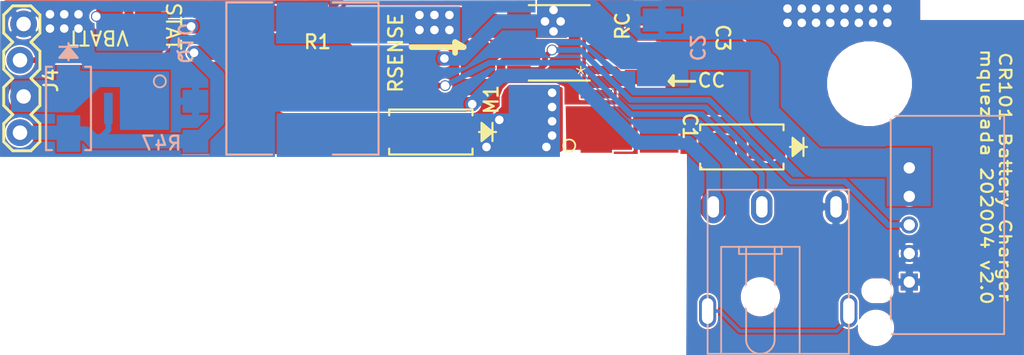
<source format=kicad_pcb>
(kicad_pcb (version 20171130) (host pcbnew "(5.1.5)-3")

  (general
    (thickness 1.6)
    (drawings 87)
    (tracks 155)
    (zones 0)
    (modules 23)
    (nets 16)
  )

  (page A4)
  (layers
    (0 Top signal hide)
    (31 Bottom signal hide)
    (32 B.Adhes user hide)
    (33 F.Adhes user hide)
    (34 B.Paste user)
    (35 F.Paste user hide)
    (36 B.SilkS user)
    (37 F.SilkS user hide)
    (38 B.Mask user)
    (39 F.Mask user hide)
    (40 Dwgs.User user hide)
    (41 Cmts.User user hide)
    (42 Eco1.User user hide)
    (43 Eco2.User user hide)
    (44 Edge.Cuts user)
    (45 Margin user hide)
    (46 B.CrtYd user)
    (47 F.CrtYd user hide)
    (48 B.Fab user)
    (49 F.Fab user hide)
  )

  (setup
    (last_trace_width 0.25)
    (user_trace_width 0.4)
    (user_trace_width 0.5)
    (user_trace_width 0.8)
    (user_trace_width 1)
    (user_trace_width 2)
    (trace_clearance 0.127)
    (zone_clearance 0.000001)
    (zone_45_only no)
    (trace_min 0.127)
    (via_size 0.8)
    (via_drill 0.4)
    (via_min_size 0.6)
    (via_min_drill 0.3)
    (uvia_size 0.3)
    (uvia_drill 0.1)
    (uvias_allowed no)
    (uvia_min_size 0.2)
    (uvia_min_drill 0.1)
    (edge_width 0.05)
    (segment_width 0.2)
    (pcb_text_width 0.3)
    (pcb_text_size 1.5 1.5)
    (mod_edge_width 0.12)
    (mod_text_size 1 0.8128)
    (mod_text_width 0.1524)
    (pad_size 2.024484 1.5)
    (pad_drill 2.024484)
    (pad_to_mask_clearance 0.051)
    (solder_mask_min_width 0.25)
    (aux_axis_origin 0 0)
    (visible_elements 7FFFFFFF)
    (pcbplotparams
      (layerselection 0x010fc_ffffffff)
      (usegerberextensions false)
      (usegerberattributes false)
      (usegerberadvancedattributes false)
      (creategerberjobfile false)
      (excludeedgelayer true)
      (linewidth 0.100000)
      (plotframeref false)
      (viasonmask false)
      (mode 1)
      (useauxorigin false)
      (hpglpennumber 1)
      (hpglpenspeed 20)
      (hpglpendiameter 15.000000)
      (psnegative false)
      (psa4output false)
      (plotreference true)
      (plotvalue true)
      (plotinvisibletext false)
      (padsonsilk false)
      (subtractmaskfromsilk false)
      (outputformat 1)
      (mirror false)
      (drillshape 1)
      (scaleselection 1)
      (outputdirectory ""))
  )

  (net 0 "")
  (net 1 GND)
  (net 2 VCC)
  (net 3 V_BATT)
  (net 4 "Net-(J1-PadP$3)")
  (net 5 "Net-(L1-Pad1)")
  (net 6 "Net-(R1-Pad1)")
  (net 7 "Net-(M1-Pad4)")
  (net 8 "Net-(C1-Pad1)")
  (net 9 "Net-(D2-Pad1)")
  (net 10 /STAT)
  (net 11 "Net-(D3-Pad1)")
  (net 12 /VCC_SENSE)
  (net 13 "Net-(J2-PadS1)")
  (net 14 "Net-(CC101-Pad2)")
  (net 15 "Net-(CC101-Pad1)")

  (net_class Default "This is the default net class."
    (clearance 0.127)
    (trace_width 0.25)
    (via_dia 0.8)
    (via_drill 0.4)
    (uvia_dia 0.3)
    (uvia_drill 0.1)
    (add_net /STAT)
    (add_net /VCC_SENSE)
    (add_net GND)
    (add_net "Net-(C1-Pad1)")
    (add_net "Net-(CC101-Pad1)")
    (add_net "Net-(CC101-Pad2)")
    (add_net "Net-(D2-Pad1)")
    (add_net "Net-(D3-Pad1)")
    (add_net "Net-(J1-PadP$3)")
    (add_net "Net-(J2-PadS1)")
    (add_net "Net-(L1-Pad1)")
    (add_net "Net-(M1-Pad4)")
    (add_net "Net-(R1-Pad1)")
    (add_net VCC)
    (add_net V_BATT)
  )

  (module PowerBoard:IND_B952AS-H-220M=P3 (layer Bottom) (tedit 0) (tstamp 5E8D188E)
    (at 134.200125 98.501399 270)
    (path /737D6DDD)
    (fp_text reference L1 (at 4.198601 -7.499875 270 unlocked) (layer B.SilkS) hide
      (effects (font (size 0.9652 0.9652) (thickness 0.164084)) (justify mirror))
    )
    (fp_text value 6.8uH (at 3.198601 -6.199875 270 unlocked) (layer B.SilkS) hide
      (effects (font (size 0.9652 0.9652) (thickness 0.164084)) (justify mirror))
    )
    (fp_poly (pts (xy -2.6543 5.1435) (xy 2.6543 5.1435) (xy 2.6543 -5.1435) (xy -2.6543 -5.1435)) (layer Dwgs.User) (width 0))
    (fp_line (start -5.1816 5.1816) (end -5.1816 -5.1816) (layer B.Fab) (width 0.1524))
    (fp_line (start 5.1816 5.1816) (end -5.1816 5.1816) (layer B.Fab) (width 0.1524))
    (fp_line (start 5.1816 -5.1816) (end 5.1816 5.1816) (layer B.Fab) (width 0.1524))
    (fp_line (start -5.1816 -5.1816) (end 5.1816 -5.1816) (layer B.Fab) (width 0.1524))
    (fp_line (start 5.334 2.1336) (end 5.334 5.334) (layer B.SilkS) (width 0.1524))
    (fp_line (start -5.334 -2.1336) (end -5.334 -5.334) (layer B.SilkS) (width 0.1524))
    (fp_line (start -5.334 5.334) (end -5.334 2.1336) (layer B.SilkS) (width 0.1524))
    (fp_line (start 5.334 5.334) (end -5.334 5.334) (layer B.SilkS) (width 0.1524))
    (fp_line (start 5.334 -5.334) (end 5.334 -2.1336) (layer B.SilkS) (width 0.1524))
    (fp_line (start -5.334 -5.334) (end 5.334 -5.334) (layer B.SilkS) (width 0.1524))
    (pad 2 smd rect (at 4.0259 0 270) (size 2.6416 3.6068) (layers Bottom B.Paste B.Mask)
      (net 9 "Net-(D2-Pad1)") (solder_mask_margin 0.0635))
    (pad 1 smd rect (at -4.0259 0 270) (size 2.6416 3.6068) (layers Bottom B.Paste B.Mask)
      (net 5 "Net-(L1-Pad1)") (solder_mask_margin 0.0635))
  )

  (module PowerBoard:CUI_PJ-079AH (layer Bottom) (tedit 5E8B84A0) (tstamp 5E739E31)
    (at 166.300125 113.801399 90)
    (path /C3E76336)
    (fp_text reference J2 (at 8.401399 2.599875 180) (layer B.SilkS) hide
      (effects (font (size 0.9652 0.9652) (thickness 0.164084)) (justify mirror))
    )
    (fp_text value PJ-079AH (at -5.998601 -0.000125 180) (layer B.SilkS) hide
      (effects (font (size 1.2065 1.2065) (thickness 0.12065)) (justify mirror))
    )
    (fp_line (start 4.75 0.15) (end 4.85 0.15) (layer B.Fab) (width 0.127))
    (fp_line (start 4.65 0.25) (end 4.75 0.15) (layer B.Fab) (width 0.127))
    (fp_line (start 4.65 1.7) (end 4.65 0.25) (layer B.Fab) (width 0.127))
    (fp_line (start 4.55 1.8) (end 4.65 1.7) (layer B.Fab) (width 0.127))
    (fp_line (start 1.5 1.8) (end 4.55 1.8) (layer B.Fab) (width 0.127))
    (fp_line (start 1.5 2) (end 1.5 1.8) (layer B.Fab) (width 0.127))
    (fp_line (start 1.8 2) (end 1.5 2.45) (layer B.Fab) (width 0.127))
    (fp_line (start 1.5 2) (end 1.8 2) (layer B.Fab) (width 0.127))
    (fp_line (start 1.2 2) (end 1.5 2) (layer B.Fab) (width 0.127))
    (fp_line (start 1.5 2.5) (end 1.2 2) (layer B.Fab) (width 0.127))
    (fp_line (start 4.55 5.35) (end 4.85 5.35) (layer B.Fab) (width 0.127))
    (fp_line (start 4.05 4.85) (end 4.55 5.35) (layer B.Fab) (width 0.127))
    (fp_line (start 4.05 2.5) (end 4.05 4.85) (layer B.Fab) (width 0.127))
    (fp_line (start 1.5 2.5) (end 4.05 2.5) (layer B.Fab) (width 0.127))
    (fp_line (start -0.5 2.5) (end 1.5 2.5) (layer B.Fab) (width 0.127))
    (fp_line (start -1 2) (end -0.5 2.5) (layer B.Fab) (width 0.127))
    (fp_line (start -1.5 2.5) (end -1 2) (layer B.Fab) (width 0.127))
    (fp_line (start 4.55 -2.9) (end 4.5 -2.95) (layer B.Fab) (width 0.127))
    (fp_line (start 4.55 -0.5) (end 4.55 -2.9) (layer B.Fab) (width 0.127))
    (fp_line (start 4.05 0) (end 4.55 -0.5) (layer B.Fab) (width 0.127))
    (fp_line (start 3.5 0) (end 4.05 0) (layer B.Fab) (width 0.127))
    (fp_line (start 3.5 -2.75) (end -4 -2.75) (layer B.SilkS) (width 0.127))
    (fp_line (start 3.5 2.75) (end 3.5 -2.7) (layer B.SilkS) (width 0.127))
    (fp_line (start -4 2.75) (end 3.5 2.75) (layer B.SilkS) (width 0.127))
    (fp_line (start 4.5 -3) (end 5 -3) (layer B.Fab) (width 0.127))
    (fp_line (start 3.5 -1.5) (end 3.5 -1) (layer B.SilkS) (width 0.127))
    (fp_line (start 3 -1.5) (end 3.5 -1.5) (layer B.SilkS) (width 0.127))
    (fp_line (start 3 1.5) (end 3 -1.5) (layer B.SilkS) (width 0.127))
    (fp_line (start 3.5 1.5) (end 3 1.5) (layer B.SilkS) (width 0.127))
    (fp_line (start 3.5 1) (end 3.5 1.5) (layer B.SilkS) (width 0.127))
    (fp_line (start 3.5 -1) (end -3 -1) (layer B.SilkS) (width 0.127))
    (fp_line (start 3.5 1) (end 3.5 -1) (layer B.SilkS) (width 0.127))
    (fp_line (start -3 1) (end 3.5 1) (layer B.SilkS) (width 0.127))
    (fp_arc (start -3 0) (end -3 -1) (angle -180) (layer B.SilkS) (width 0.127))
    (fp_line (start 7.5 -3.7) (end -4 -3.7) (layer B.SilkS) (width 0.127))
    (fp_line (start 7.5 6.2) (end 7.5 -3.7) (layer B.SilkS) (width 0.127))
    (fp_line (start -4 6.2) (end 7.5 6.2) (layer B.SilkS) (width 0.127))
    (fp_line (start -4 2.75) (end -4 6.2) (layer B.SilkS) (width 0.127))
    (fp_line (start -4 -2.75) (end -4 2.75) (layer B.SilkS) (width 0.127))
    (fp_line (start -4 -3.7) (end -4 -2.75) (layer B.SilkS) (width 0.127))
    (pad 2 thru_hole oval (at 6.3 5.3 90) (size 2.3 1.5) (drill oval 1.5 0.8) (layers *.Cu *.Mask)
      (net 1 GND) (solder_mask_margin 0.0635))
    (pad 3 thru_hole oval (at 6.3 0.1 90) (size 2.3 1.5) (drill oval 1.5 0.8) (layers *.Cu *.Mask)
      (net 12 /VCC_SENSE) (solder_mask_margin 0.0635))
    (pad 1 thru_hole oval (at 6.3 -3.3 90) (size 2.3 1.5) (drill oval 1.5 0.8) (layers *.Cu *.Mask)
      (net 2 VCC) (solder_mask_margin 0.0635))
    (pad S2 thru_hole oval (at -1 -3.7 90) (size 2.3 1.2) (drill oval 1.8 0.8) (layers *.Cu *.Mask)
      (net 13 "Net-(J2-PadS1)") (solder_mask_margin 0.0635))
    (pad S1 thru_hole oval (at -1 6.2 90) (size 2.3 1.2) (drill oval 1.8 0.8) (layers *.Cu *.Mask)
      (net 13 "Net-(J2-PadS1)") (solder_mask_margin 0.0635))
    (pad "" np_thru_hole circle (at 0 0 90) (size 2.5 2.5) (drill 2.5) (layers *.Cu *.Mask))
  )

  (module "" (layer Top) (tedit 0) (tstamp 0)
    (at 173.949999 98.86689)
    (fp_text reference @HOLE0 (at 0 0) (layer F.SilkS) hide
      (effects (font (size 1.27 1.27) (thickness 0.15)))
    )
    (fp_text value "" (at 0 0) (layer F.SilkS)
      (effects (font (size 1.27 1.27) (thickness 0.15)))
    )
    (pad "" np_thru_hole circle (at 0 0) (size 5.7 5.7) (drill 5.7) (layers *.Cu *.Mask))
  )

  (module "" (layer Top) (tedit 5E8B8792) (tstamp 5E8B6D94)
    (at 174.252075 113.381209)
    (fp_text reference @HOLE1 (at 0 0) (layer F.SilkS) hide
      (effects (font (size 1.27 1.27) (thickness 0.15)))
    )
    (fp_text value "" (at 0 0) (layer F.SilkS)
      (effects (font (size 1.27 1.27) (thickness 0.15)))
    )
    (pad "" np_thru_hole oval (at 0.260167 0) (size 2.024484 1.5) (drill oval 2.024484 1.5) (layers *.Cu *.Mask))
  )

  (module "" (layer Top) (tedit 0) (tstamp 0)
    (at 174.4 115.981209)
    (fp_text reference @HOLE2 (at 0 0) (layer F.SilkS) hide
      (effects (font (size 1.27 1.27) (thickness 0.15)))
    )
    (fp_text value "" (at 0 0) (layer F.SilkS)
      (effects (font (size 1.27 1.27) (thickness 0.15)))
    )
    (pad "" np_thru_hole circle (at 0 0) (size 2.3 2.3) (drill 2.3) (layers *.Cu *.Mask))
  )

  (module PowerBoard:2MM_1X5 (layer Bottom) (tedit 0) (tstamp 5E739CCC)
    (at 176.736415 108.768709 90)
    (path /449C7C68)
    (fp_text reference J1 (at 8.368709 5.863585 180) (layer B.SilkS) hide
      (effects (font (size 0.9652 0.9652) (thickness 0.164084)) (justify mirror))
    )
    (fp_text value 2MM-1X5 (at -10.731291 3.863585 180) (layer B.SilkS) hide
      (effects (font (size 1.2065 1.2065) (thickness 0.09652)) (justify mirror))
    )
    (fp_line (start -7.65 -1.3) (end 7.65 -1.3) (layer B.SilkS) (width 0.127))
    (fp_line (start 7.65 6.65) (end 7.65 -1.3) (layer B.SilkS) (width 0.127))
    (fp_line (start -7.65 6.65) (end 7.65 6.65) (layer B.SilkS) (width 0.127))
    (fp_line (start -7.65 -1.3) (end -7.65 6.65) (layer B.SilkS) (width 0.127))
    (pad P$5 thru_hole circle (at 4 0 90) (size 1.2 1.2) (drill 0.8) (layers *.Cu *.Mask)
      (net 3 V_BATT) (solder_mask_margin 0.0635))
    (pad P$4 thru_hole circle (at 2 0 90) (size 1.2 1.2) (drill 0.8) (layers *.Cu *.Mask)
      (net 3 V_BATT) (solder_mask_margin 0.0635))
    (pad P$3 thru_hole circle (at 0 0 90) (size 1.2 1.2) (drill 0.8) (layers *.Cu *.Mask)
      (net 4 "Net-(J1-PadP$3)") (solder_mask_margin 0.0635))
    (pad P$2 thru_hole circle (at -2 0 90) (size 1.2 1.2) (drill 0.8) (layers *.Cu *.Mask)
      (net 1 GND) (solder_mask_margin 0.0635))
    (pad P$1 thru_hole rect (at -4 0 90) (size 1.2 1.2) (drill 0.8) (layers *.Cu *.Mask)
      (net 1 GND) (solder_mask_margin 0.0635))
  )

  (module PowerBoard:SO-8_S-M (layer Top) (tedit 0) (tstamp 5E8B74CF)
    (at 152.200125 96.001399 180)
    (path /94FABF20)
    (fp_text reference U1 (at -4.399875 -0.998601 270 unlocked) (layer F.SilkS) hide
      (effects (font (size 0.9652 0.9652) (thickness 0.164084)))
    )
    (fp_text value LTC4002ES8-4.2PBFSO-8_S-M (at -7.199875 -18.998601) (layer F.SilkS) hide
      (effects (font (size 1.27 1.27) (thickness 0.15)) (justify right top))
    )
    (fp_text user * (at -0.999875 -2.998601 180) (layer F.SilkS)
      (effects (font (size 1.2065 1.2065) (thickness 0.0762)) (justify left bottom))
    )
    (fp_line (start 2.1336 -2.6416) (end -2.1336 -2.6416) (layer F.SilkS) (width 0.1524))
    (fp_line (start -2.1336 2.6416) (end 2.1336 2.6416) (layer F.SilkS) (width 0.1524))
    (fp_text user * (at -2.1844 -1.1684 180) (layer F.Fab)
      (effects (font (size 1.2065 1.2065) (thickness 0.0762)) (justify left bottom))
    )
    (fp_arc (start 0 -2.5019) (end 0.3048 -2.5146) (angle 180) (layer F.Fab) (width 0.1524))
    (fp_line (start -1.9812 -2.4892) (end -1.9812 2.4892) (layer F.Fab) (width 0.1524))
    (fp_line (start -0.3048 -2.4892) (end -1.9812 -2.4892) (layer F.Fab) (width 0.1524))
    (fp_line (start 1.9812 -2.4892) (end -0.3048 -2.4892) (layer F.Fab) (width 0.1524))
    (fp_line (start 1.9812 2.4892) (end 1.9812 -2.4892) (layer F.Fab) (width 0.1524))
    (fp_line (start -1.9812 2.4892) (end 1.9812 2.4892) (layer F.Fab) (width 0.1524))
    (fp_line (start 3.0988 -2.159) (end 1.9812 -2.1336) (layer F.Fab) (width 0.1524))
    (fp_line (start 3.0988 -1.6764) (end 3.0988 -2.159) (layer F.Fab) (width 0.1524))
    (fp_line (start 1.9812 -1.6764) (end 3.0988 -1.6764) (layer F.Fab) (width 0.1524))
    (fp_line (start 1.9812 -2.1336) (end 1.9812 -1.6764) (layer F.Fab) (width 0.1524))
    (fp_line (start 3.0988 -0.889) (end 1.9812 -0.8636) (layer F.Fab) (width 0.1524))
    (fp_line (start 3.0988 -0.4064) (end 3.0988 -0.889) (layer F.Fab) (width 0.1524))
    (fp_line (start 1.9812 -0.4064) (end 3.0988 -0.4064) (layer F.Fab) (width 0.1524))
    (fp_line (start 1.9812 -0.8636) (end 1.9812 -0.4064) (layer F.Fab) (width 0.1524))
    (fp_line (start 3.0988 0.381) (end 1.9812 0.4064) (layer F.Fab) (width 0.1524))
    (fp_line (start 3.0988 0.8636) (end 3.0988 0.381) (layer F.Fab) (width 0.1524))
    (fp_line (start 1.9812 0.8636) (end 3.0988 0.8636) (layer F.Fab) (width 0.1524))
    (fp_line (start 1.9812 0.4064) (end 1.9812 0.8636) (layer F.Fab) (width 0.1524))
    (fp_line (start 3.0988 1.651) (end 1.9812 1.6764) (layer F.Fab) (width 0.1524))
    (fp_line (start 3.0988 2.1336) (end 3.0988 1.651) (layer F.Fab) (width 0.1524))
    (fp_line (start 2.0066 2.1336) (end 3.0988 2.1336) (layer F.Fab) (width 0.1524))
    (fp_line (start 1.9812 1.6764) (end 2.0066 2.1336) (layer F.Fab) (width 0.1524))
    (fp_line (start -3.0988 2.159) (end -1.9812 2.1336) (layer F.Fab) (width 0.1524))
    (fp_line (start -3.0988 1.6764) (end -3.0988 2.159) (layer F.Fab) (width 0.1524))
    (fp_line (start -1.9812 1.6764) (end -3.0988 1.6764) (layer F.Fab) (width 0.1524))
    (fp_line (start -1.9812 2.1336) (end -1.9812 1.6764) (layer F.Fab) (width 0.1524))
    (fp_line (start -3.0988 0.889) (end -1.9812 0.8636) (layer F.Fab) (width 0.1524))
    (fp_line (start -3.0988 0.4064) (end -3.0988 0.889) (layer F.Fab) (width 0.1524))
    (fp_line (start -1.9812 0.4064) (end -3.0988 0.4064) (layer F.Fab) (width 0.1524))
    (fp_line (start -1.9812 0.8636) (end -1.9812 0.4064) (layer F.Fab) (width 0.1524))
    (fp_line (start -3.0988 -0.381) (end -1.9812 -0.4064) (layer F.Fab) (width 0.1524))
    (fp_line (start -3.0988 -0.8636) (end -3.0988 -0.381) (layer F.Fab) (width 0.1524))
    (fp_line (start -2.0066 -0.8636) (end -3.0988 -0.8636) (layer F.Fab) (width 0.1524))
    (fp_line (start -1.9812 -0.4064) (end -2.0066 -0.8636) (layer F.Fab) (width 0.1524))
    (fp_line (start -3.0988 -1.651) (end -1.9812 -1.6764) (layer F.Fab) (width 0.1524))
    (fp_line (start -3.0988 -2.1336) (end -3.0988 -1.651) (layer F.Fab) (width 0.1524))
    (fp_line (start -2.0066 -2.1336) (end -3.0988 -2.1336) (layer F.Fab) (width 0.1524))
    (fp_line (start -1.9812 -1.6764) (end -2.0066 -2.1336) (layer F.Fab) (width 0.1524))
    (pad 8 smd rect (at 2.82135 -1.905 180) (size 1.6549 0.5826) (layers Top F.Paste F.Mask)
      (net 4 "Net-(J1-PadP$3)") (solder_mask_margin 0.0635))
    (pad 7 smd rect (at 2.82135 -0.635 180) (size 1.6549 0.5826) (layers Top F.Paste F.Mask)
      (net 5 "Net-(L1-Pad1)") (solder_mask_margin 0.0635))
    (pad 6 smd rect (at 2.82135 0.635 180) (size 1.6549 0.5826) (layers Top F.Paste F.Mask)
      (net 3 V_BATT) (solder_mask_margin 0.0635))
    (pad 5 smd rect (at 2.82135 1.905 180) (size 1.6549 0.5826) (layers Top F.Paste F.Mask)
      (net 6 "Net-(R1-Pad1)") (solder_mask_margin 0.0635))
    (pad 4 smd rect (at -2.82135 1.905 180) (size 1.6549 0.5826) (layers Top F.Paste F.Mask)
      (net 1 GND) (solder_mask_margin 0.0635))
    (pad 3 smd rect (at -2.82135 0.635 180) (size 1.6549 0.5826) (layers Top F.Paste F.Mask)
      (net 7 "Net-(M1-Pad4)") (solder_mask_margin 0.0635))
    (pad 2 smd rect (at -2.82135 -0.635 180) (size 1.6549 0.5826) (layers Top F.Paste F.Mask)
      (net 8 "Net-(C1-Pad1)") (solder_mask_margin 0.0635))
    (pad 1 smd rect (at -2.82135 -1.905 180) (size 1.6549 0.5826) (layers Top F.Paste F.Mask)
      (net 15 "Net-(CC101-Pad1)") (solder_mask_margin 0.0635))
  )

  (module PowerBoard:8SOIC (layer Top) (tedit 0) (tstamp 5E8B718C)
    (at 152.200125 101.501399 90)
    (path /63C736F8)
    (fp_text reference M1 (at 0.401399 -4.200125 90) (layer F.SilkS)
      (effects (font (size 0.9652 0.9652) (thickness 0.164084)) (justify left bottom))
    )
    (fp_text value IRF7205 (at -11.198601 -0.700125) (layer F.Fab)
      (effects (font (size 1.2065 1.2065) (thickness 0.09652)) (justify left bottom))
    )
    (fp_circle (center -1.7 0.7) (end -1.275738 0.7) (layer F.SilkS) (width 0.127))
    (fp_poly (pts (xy -2.15 -2) (xy -1.66 -2) (xy -1.66 -3.1) (xy -2.15 -3.1)) (layer F.Fab) (width 0))
    (fp_poly (pts (xy -0.88 -2) (xy -0.39 -2) (xy -0.39 -3.1) (xy -0.88 -3.1)) (layer F.Fab) (width 0))
    (fp_poly (pts (xy 0.39 -2) (xy 0.88 -2) (xy 0.88 -3.1) (xy 0.39 -3.1)) (layer F.Fab) (width 0))
    (fp_poly (pts (xy 1.66 -2) (xy 2.15 -2) (xy 2.15 -3.1) (xy 1.66 -3.1)) (layer F.Fab) (width 0))
    (fp_poly (pts (xy 1.66 3.1) (xy 2.15 3.1) (xy 2.15 2) (xy 1.66 2)) (layer F.Fab) (width 0))
    (fp_poly (pts (xy 0.39 3.1) (xy 0.88 3.1) (xy 0.88 2) (xy 0.39 2)) (layer F.Fab) (width 0))
    (fp_poly (pts (xy -0.88 3.1) (xy -0.39 3.1) (xy -0.39 2) (xy -0.88 2)) (layer F.Fab) (width 0))
    (fp_poly (pts (xy -2.15 3.1) (xy -1.66 3.1) (xy -1.66 2) (xy -2.15 2)) (layer F.Fab) (width 0))
    (fp_line (start 2.4 1.4) (end -2.4 1.4) (layer F.Fab) (width 0.2032))
    (fp_line (start -2.4 -1.9) (end 2.4 -1.9) (layer F.Fab) (width 0.2032))
    (fp_line (start -2.4 1.4) (end -2.4 -1.9) (layer F.Fab) (width 0.2032))
    (fp_line (start -2.4 1.9) (end -2.4 1.4) (layer F.Fab) (width 0.2032))
    (fp_line (start 2.4 1.9) (end -2.4 1.9) (layer F.Fab) (width 0.2032))
    (fp_line (start 2.4 1.4) (end 2.4 1.9) (layer F.Fab) (width 0.2032))
    (fp_line (start 2.4 -1.9) (end 2.4 1.4) (layer F.Fab) (width 0.2032))
    (pad 5 smd rect (at 1.905 -2.6 90) (size 0.6 2.2) (layers Top F.Paste F.Mask)
      (net 9 "Net-(D2-Pad1)") (solder_mask_margin 0.0635))
    (pad 6 smd rect (at 0.635 -2.6 90) (size 0.6 2.2) (layers Top F.Paste F.Mask)
      (net 9 "Net-(D2-Pad1)") (solder_mask_margin 0.0635))
    (pad 8 smd rect (at -1.905 -2.6 90) (size 0.6 2.2) (layers Top F.Paste F.Mask)
      (net 9 "Net-(D2-Pad1)") (solder_mask_margin 0.0635))
    (pad 4 smd rect (at 1.905 2.6 90) (size 0.6 2.2) (layers Top F.Paste F.Mask)
      (net 7 "Net-(M1-Pad4)") (solder_mask_margin 0.0635))
    (pad 3 smd rect (at 0.635 2.6 90) (size 0.6 2.2) (layers Top F.Paste F.Mask)
      (net 8 "Net-(C1-Pad1)") (solder_mask_margin 0.0635))
    (pad 1 smd rect (at -1.905 2.6 90) (size 0.6 2.2) (layers Top F.Paste F.Mask)
      (net 8 "Net-(C1-Pad1)") (solder_mask_margin 0.0635))
    (pad 7 smd rect (at -0.635 -2.6 90) (size 0.6 2.2) (layers Top F.Paste F.Mask)
      (net 9 "Net-(D2-Pad1)") (solder_mask_margin 0.0635))
    (pad 2 smd rect (at -0.635 2.6 90) (size 0.6 2.2) (layers Top F.Paste F.Mask)
      (net 8 "Net-(C1-Pad1)") (solder_mask_margin 0.0635))
  )

  (module PowerBoard:SMA-M (layer Top) (tedit 0) (tstamp 5E739D3E)
    (at 165 103.3 180)
    (path /C78C3FBD)
    (fp_text reference D1 (at -3.8 1.7 270 unlocked) (layer F.SilkS) hide
      (effects (font (size 0.9652 0.9652) (thickness 0.164084)))
    )
    (fp_text value B330A-13 (at 11.2 -3.8) (layer F.SilkS) hide
      (effects (font (size 1.2065 1.2065) (thickness 0.07239)))
    )
    (fp_poly (pts (xy -0.8392 0.8658) (xy 2.7442 0.8658) (xy 2.7442 1.4092) (xy -0.8392 1.4092)) (layer Dwgs.User) (width 0))
    (fp_poly (pts (xy -0.8392 -1.4092) (xy 2.7442 -1.4092) (xy 2.7442 -0.8658) (xy -0.8392 -0.8658)) (layer Dwgs.User) (width 0))
    (fp_poly (pts (xy -0.424196 -0.8658) (xy 0.424196 -0.8658) (xy 0.424196 0.8658) (xy -0.424196 0.8658)) (layer Dwgs.User) (width 0))
    (fp_poly (pts (xy -0.424196 -0.8658) (xy 0.424196 -0.8658) (xy 0.424196 0.8658) (xy -0.424196 0.8658)) (layer Dwgs.User) (width 0))
    (fp_poly (pts (xy -0.424196 -0.8658) (xy 0.424196 -0.8658) (xy 0.424196 0.8658) (xy -0.424196 0.8658)) (layer Dwgs.User) (width 0))
    (fp_line (start -2.794 -1.4478) (end -2.794 1.4478) (layer F.Fab) (width 0.1524))
    (fp_line (start 2.794 -1.4478) (end -2.794 -1.4478) (layer F.Fab) (width 0.1524))
    (fp_line (start 2.794 1.4478) (end 2.794 -1.4478) (layer F.Fab) (width 0.1524))
    (fp_line (start -2.794 1.4478) (end 2.794 1.4478) (layer F.Fab) (width 0.1524))
    (fp_line (start -3.556 -0.635) (end -3.556 0.635) (layer F.Fab) (width 0.1524))
    (fp_line (start -4.318 0) (end -3.556 0.127) (layer F.Fab) (width 0.1524))
    (fp_line (start -4.318 0) (end -3.556 0.254) (layer F.Fab) (width 0.1524))
    (fp_line (start -4.318 0) (end -3.556 0.381) (layer F.Fab) (width 0.1524))
    (fp_line (start -4.318 0) (end -3.556 0.508) (layer F.Fab) (width 0.1524))
    (fp_line (start -4.318 0) (end -3.556 0.635) (layer F.Fab) (width 0.1524))
    (fp_line (start -4.318 0) (end -3.556 -0.127) (layer F.Fab) (width 0.1524))
    (fp_line (start -4.318 0) (end -3.556 -0.254) (layer F.Fab) (width 0.1524))
    (fp_line (start -4.318 0) (end -3.556 -0.381) (layer F.Fab) (width 0.1524))
    (fp_line (start -4.318 0) (end -3.556 -0.508) (layer F.Fab) (width 0.1524))
    (fp_line (start -4.318 0) (end -3.556 -0.635) (layer F.Fab) (width 0.1524))
    (fp_line (start -4.318 0) (end -4.318 0.635) (layer F.Fab) (width 0.1524))
    (fp_line (start -4.318 -0.635) (end -4.318 0) (layer F.Fab) (width 0.1524))
    (fp_line (start -4.318 0) (end -4.572 0) (layer F.Fab) (width 0.1524))
    (fp_line (start -3.302 0) (end -4.318 0) (layer F.Fab) (width 0.1524))
    (fp_line (start 2.921 -1.1684) (end 2.921 -1.5748) (layer F.SilkS) (width 0.1524))
    (fp_line (start -2.921 1.1684) (end -2.921 1.5748) (layer F.SilkS) (width 0.1524))
    (fp_line (start -2.921 -1.5748) (end -2.921 -1.1684) (layer F.SilkS) (width 0.1524))
    (fp_line (start 2.921 -1.5748) (end -2.921 -1.5748) (layer F.SilkS) (width 0.1524))
    (fp_line (start 2.921 1.5748) (end 2.921 1.1684) (layer F.SilkS) (width 0.1524))
    (fp_line (start -2.921 1.5748) (end 2.921 1.5748) (layer F.SilkS) (width 0.1524))
    (fp_line (start -3.556 -0.635) (end -3.556 0.635) (layer F.SilkS) (width 0.1524))
    (fp_line (start -4.318 0) (end -3.556 0.127) (layer F.SilkS) (width 0.1524))
    (fp_line (start -4.318 0) (end -3.556 0.254) (layer F.SilkS) (width 0.1524))
    (fp_line (start -4.318 0) (end -3.556 0.381) (layer F.SilkS) (width 0.1524))
    (fp_line (start -4.318 0) (end -3.556 0.508) (layer F.SilkS) (width 0.1524))
    (fp_line (start -4.318 0) (end -3.556 0.635) (layer F.SilkS) (width 0.1524))
    (fp_line (start -4.318 0) (end -3.556 -0.127) (layer F.SilkS) (width 0.1524))
    (fp_line (start -4.318 0) (end -3.556 -0.254) (layer F.SilkS) (width 0.1524))
    (fp_line (start -4.318 0) (end -3.556 -0.381) (layer F.SilkS) (width 0.1524))
    (fp_line (start -4.318 0) (end -3.556 -0.508) (layer F.SilkS) (width 0.1524))
    (fp_line (start -4.318 0) (end -3.556 -0.635) (layer F.SilkS) (width 0.1524))
    (fp_line (start -4.318 0) (end -4.318 0.635) (layer F.SilkS) (width 0.1524))
    (fp_line (start -4.318 -0.635) (end -4.318 0) (layer F.SilkS) (width 0.1524))
    (fp_line (start -4.318 0) (end -4.572 0) (layer F.SilkS) (width 0.1524))
    (fp_line (start -3.3782 0) (end -4.318 0) (layer F.SilkS) (width 0.1524))
    (pad 2 smd rect (at 1.76 0 270) (size 1.65 2.57) (layers Top F.Paste F.Mask)
      (net 2 VCC) (solder_mask_margin 0.0635))
    (pad 1 smd rect (at -1.76 0 270) (size 1.65 2.57) (layers Top F.Paste F.Mask)
      (net 8 "Net-(C1-Pad1)") (solder_mask_margin 0.0635))
  )

  (module PowerBoard:SMA-M (layer Top) (tedit 0) (tstamp 5E8B84F2)
    (at 143.200125 102.251399 180)
    (path /0CADE672)
    (fp_text reference D2 (at 4.100125 -0.348601 90) (layer F.SilkS) hide
      (effects (font (size 0.9652 0.9652) (thickness 0.164084)))
    )
    (fp_text value B330A-13 (at -10.899875 -6.648601 180) (layer F.SilkS) hide
      (effects (font (size 1.2065 1.2065) (thickness 0.07239)))
    )
    (fp_poly (pts (xy -0.8392 0.8658) (xy 2.7442 0.8658) (xy 2.7442 1.4092) (xy -0.8392 1.4092)) (layer Dwgs.User) (width 0))
    (fp_poly (pts (xy -0.8392 -1.4092) (xy 2.7442 -1.4092) (xy 2.7442 -0.8658) (xy -0.8392 -0.8658)) (layer Dwgs.User) (width 0))
    (fp_poly (pts (xy -0.424196 -0.8658) (xy 0.424196 -0.8658) (xy 0.424196 0.8658) (xy -0.424196 0.8658)) (layer Dwgs.User) (width 0))
    (fp_poly (pts (xy -0.424196 -0.8658) (xy 0.424196 -0.8658) (xy 0.424196 0.8658) (xy -0.424196 0.8658)) (layer Dwgs.User) (width 0))
    (fp_poly (pts (xy -0.424196 -0.8658) (xy 0.424196 -0.8658) (xy 0.424196 0.8658) (xy -0.424196 0.8658)) (layer Dwgs.User) (width 0))
    (fp_line (start -2.794 -1.4478) (end -2.794 1.4478) (layer F.Fab) (width 0.1524))
    (fp_line (start 2.794 -1.4478) (end -2.794 -1.4478) (layer F.Fab) (width 0.1524))
    (fp_line (start 2.794 1.4478) (end 2.794 -1.4478) (layer F.Fab) (width 0.1524))
    (fp_line (start -2.794 1.4478) (end 2.794 1.4478) (layer F.Fab) (width 0.1524))
    (fp_line (start -3.556 -0.635) (end -3.556 0.635) (layer F.Fab) (width 0.1524))
    (fp_line (start -4.318 0) (end -3.556 0.127) (layer F.Fab) (width 0.1524))
    (fp_line (start -4.318 0) (end -3.556 0.254) (layer F.Fab) (width 0.1524))
    (fp_line (start -4.318 0) (end -3.556 0.381) (layer F.Fab) (width 0.1524))
    (fp_line (start -4.318 0) (end -3.556 0.508) (layer F.Fab) (width 0.1524))
    (fp_line (start -4.318 0) (end -3.556 0.635) (layer F.Fab) (width 0.1524))
    (fp_line (start -4.318 0) (end -3.556 -0.127) (layer F.Fab) (width 0.1524))
    (fp_line (start -4.318 0) (end -3.556 -0.254) (layer F.Fab) (width 0.1524))
    (fp_line (start -4.318 0) (end -3.556 -0.381) (layer F.Fab) (width 0.1524))
    (fp_line (start -4.318 0) (end -3.556 -0.508) (layer F.Fab) (width 0.1524))
    (fp_line (start -4.318 0) (end -3.556 -0.635) (layer F.Fab) (width 0.1524))
    (fp_line (start -4.318 0) (end -4.318 0.635) (layer F.Fab) (width 0.1524))
    (fp_line (start -4.318 -0.635) (end -4.318 0) (layer F.Fab) (width 0.1524))
    (fp_line (start -4.318 0) (end -4.572 0) (layer F.Fab) (width 0.1524))
    (fp_line (start -3.302 0) (end -4.318 0) (layer F.Fab) (width 0.1524))
    (fp_line (start 2.921 -1.1684) (end 2.921 -1.5748) (layer F.SilkS) (width 0.1524))
    (fp_line (start -2.921 1.1684) (end -2.921 1.5748) (layer F.SilkS) (width 0.1524))
    (fp_line (start -2.921 -1.5748) (end -2.921 -1.1684) (layer F.SilkS) (width 0.1524))
    (fp_line (start 2.921 -1.5748) (end -2.921 -1.5748) (layer F.SilkS) (width 0.1524))
    (fp_line (start 2.921 1.5748) (end 2.921 1.1684) (layer F.SilkS) (width 0.1524))
    (fp_line (start -2.921 1.5748) (end 2.921 1.5748) (layer F.SilkS) (width 0.1524))
    (fp_line (start -3.556 -0.635) (end -3.556 0.635) (layer F.SilkS) (width 0.1524))
    (fp_line (start -4.318 0) (end -3.556 0.127) (layer F.SilkS) (width 0.1524))
    (fp_line (start -4.318 0) (end -3.556 0.254) (layer F.SilkS) (width 0.1524))
    (fp_line (start -4.318 0) (end -3.556 0.381) (layer F.SilkS) (width 0.1524))
    (fp_line (start -4.318 0) (end -3.556 0.508) (layer F.SilkS) (width 0.1524))
    (fp_line (start -4.318 0) (end -3.556 0.635) (layer F.SilkS) (width 0.1524))
    (fp_line (start -4.318 0) (end -3.556 -0.127) (layer F.SilkS) (width 0.1524))
    (fp_line (start -4.318 0) (end -3.556 -0.254) (layer F.SilkS) (width 0.1524))
    (fp_line (start -4.318 0) (end -3.556 -0.381) (layer F.SilkS) (width 0.1524))
    (fp_line (start -4.318 0) (end -3.556 -0.508) (layer F.SilkS) (width 0.1524))
    (fp_line (start -4.318 0) (end -3.556 -0.635) (layer F.SilkS) (width 0.1524))
    (fp_line (start -4.318 0) (end -4.318 0.635) (layer F.SilkS) (width 0.1524))
    (fp_line (start -4.318 -0.635) (end -4.318 0) (layer F.SilkS) (width 0.1524))
    (fp_line (start -4.318 0) (end -4.572 0) (layer F.SilkS) (width 0.1524))
    (fp_line (start -3.3782 0) (end -4.318 0) (layer F.SilkS) (width 0.1524))
    (pad 2 smd rect (at 1.76 0 270) (size 1.65 2.57) (layers Top F.Paste F.Mask)
      (net 1 GND) (solder_mask_margin 0.0635))
    (pad 1 smd rect (at -1.76 0 270) (size 1.65 2.57) (layers Top F.Paste F.Mask)
      (net 9 "Net-(D2-Pad1)") (solder_mask_margin 0.0635))
  )

  (module PowerBoard:R1206 (layer Top) (tedit 0) (tstamp 5E8B712B)
    (at 146.700125 96.001399 270)
    (descr "<b>RESISTOR</b><p>\nchip")
    (path /6ED65E17)
    (fp_text reference RSENSE (at 3.598601 5.400125 90) (layer F.SilkS)
      (effects (font (size 0.9652 0.9652) (thickness 0.164084)) (justify left bottom))
    )
    (fp_text value 68mOhms (at 4.198601 6.800125 90) (layer F.Fab)
      (effects (font (size 0.9652 0.9652) (thickness 0.164084)) (justify left bottom))
    )
    (fp_poly (pts (xy -0.3 0.7) (xy 0.3 0.7) (xy 0.3 -0.7) (xy -0.3 -0.7)) (layer F.Adhes) (width 0))
    (fp_poly (pts (xy 0.9525 0.8763) (xy 1.6891 0.8763) (xy 1.6891 -0.8763) (xy 0.9525 -0.8763)) (layer F.Fab) (width 0))
    (fp_poly (pts (xy -1.6891 0.8763) (xy -0.9525 0.8763) (xy -0.9525 -0.8763) (xy -1.6891 -0.8763)) (layer F.Fab) (width 0))
    (fp_line (start -2.473 0.983) (end -2.473 -0.983) (layer Dwgs.User) (width 0.0508))
    (fp_line (start 2.473 0.983) (end -2.473 0.983) (layer Dwgs.User) (width 0.0508))
    (fp_line (start 2.473 -0.983) (end 2.473 0.983) (layer Dwgs.User) (width 0.0508))
    (fp_line (start -2.473 -0.983) (end 2.473 -0.983) (layer Dwgs.User) (width 0.0508))
    (fp_line (start 0.9525 -0.8128) (end -0.9652 -0.8128) (layer F.Fab) (width 0.1524))
    (fp_line (start 0.9525 0.8128) (end -0.9652 0.8128) (layer F.Fab) (width 0.1524))
    (pad 1 smd rect (at -1.422 0 270) (size 1.6 1.803) (layers Top F.Paste F.Mask)
      (net 3 V_BATT) (solder_mask_margin 0.0635))
    (pad 2 smd rect (at 1.422 0 270) (size 1.6 1.803) (layers Top F.Paste F.Mask)
      (net 5 "Net-(L1-Pad1)") (solder_mask_margin 0.0635))
  )

  (module PowerBoard:C1210 (layer Top) (tedit 0) (tstamp 5E8B7101)
    (at 159.200125 101.501399 270)
    (descr "<b>CAPACITOR</b><p>\nchip")
    (path /E7D47EA7)
    (fp_text reference C1 (at -0.701399 -1.599875 270 unlocked) (layer F.SilkS)
      (effects (font (size 0.9652 0.9652) (thickness 0.164084)) (justify left bottom))
    )
    (fp_text value 10uF (at 1.898601 1.600125 90) (layer F.Fab)
      (effects (font (size 0.9652 0.9652) (thickness 0.164084)) (justify left bottom))
    )
    (fp_poly (pts (xy -0.1999 0.4001) (xy 0.1999 0.4001) (xy 0.1999 -0.4001) (xy -0.1999 -0.4001)) (layer F.Adhes) (width 0))
    (fp_poly (pts (xy 0.9517 1.3045) (xy 1.7018 1.3045) (xy 1.7018 -1.2954) (xy 0.9517 -1.2954)) (layer F.Fab) (width 0))
    (fp_poly (pts (xy -1.7018 1.2954) (xy -0.9517 1.2954) (xy -0.9517 -1.3045) (xy -1.7018 -1.3045)) (layer F.Fab) (width 0))
    (fp_line (start 2.473 -1.483) (end 2.473 1.483) (layer Dwgs.User) (width 0.0508))
    (fp_line (start -0.9652 1.2446) (end 0.9652 1.2446) (layer F.Fab) (width 0.1016))
    (fp_line (start -0.9652 -1.2446) (end 0.9652 -1.2446) (layer F.Fab) (width 0.1016))
    (fp_line (start -2.473 1.483) (end -2.473 -1.483) (layer Dwgs.User) (width 0.0508))
    (fp_line (start 2.473 1.483) (end -2.473 1.483) (layer Dwgs.User) (width 0.0508))
    (fp_line (start -2.473 -1.483) (end 2.473 -1.483) (layer Dwgs.User) (width 0.0508))
    (pad 2 smd rect (at 1.4 0 270) (size 1.6 2.7) (layers Top F.Paste F.Mask)
      (net 1 GND) (solder_mask_margin 0.0635))
    (pad 1 smd rect (at -1.4 0 270) (size 1.6 2.7) (layers Top F.Paste F.Mask)
      (net 8 "Net-(C1-Pad1)") (solder_mask_margin 0.0635))
  )

  (module PowerBoard:C1210 (layer Bottom) (tedit 0) (tstamp 5E8B73E0)
    (at 159.4 95.8 90)
    (descr "<b>CAPACITOR</b><p>\nchip")
    (path /483159C7)
    (fp_text reference C2 (at 0.501399 1.899875 270 unlocked) (layer B.SilkS)
      (effects (font (size 0.9652 0.9652) (thickness 0.164084)) (justify right bottom mirror))
    )
    (fp_text value 22uF (at -1.798601 -1.900125 90) (layer B.Fab)
      (effects (font (size 0.9652 0.9652) (thickness 0.164084)) (justify right bottom mirror))
    )
    (fp_poly (pts (xy -0.1999 -0.4001) (xy 0.1999 -0.4001) (xy 0.1999 0.4001) (xy -0.1999 0.4001)) (layer B.Adhes) (width 0))
    (fp_poly (pts (xy 0.9517 -1.3045) (xy 1.7018 -1.3045) (xy 1.7018 1.2954) (xy 0.9517 1.2954)) (layer B.Fab) (width 0))
    (fp_poly (pts (xy -1.7018 -1.2954) (xy -0.9517 -1.2954) (xy -0.9517 1.3045) (xy -1.7018 1.3045)) (layer B.Fab) (width 0))
    (fp_line (start 2.473 1.483) (end 2.473 -1.483) (layer Dwgs.User) (width 0.0508))
    (fp_line (start -0.9652 -1.2446) (end 0.9652 -1.2446) (layer B.Fab) (width 0.1016))
    (fp_line (start -0.9652 1.2446) (end 0.9652 1.2446) (layer B.Fab) (width 0.1016))
    (fp_line (start -2.473 -1.483) (end -2.473 1.483) (layer Dwgs.User) (width 0.0508))
    (fp_line (start 2.473 -1.483) (end -2.473 -1.483) (layer Dwgs.User) (width 0.0508))
    (fp_line (start -2.473 1.483) (end 2.473 1.483) (layer Dwgs.User) (width 0.0508))
    (pad 2 smd rect (at 1.4 0 90) (size 1.6 2.7) (layers Bottom B.Paste B.Mask)
      (net 1 GND) (solder_mask_margin 0.0635))
    (pad 1 smd rect (at -1.4 0 90) (size 1.6 2.7) (layers Bottom B.Paste B.Mask)
      (net 3 V_BATT) (solder_mask_margin 0.0635))
  )

  (module PowerBoard:C1210 (layer Top) (tedit 0) (tstamp 5E8B7347)
    (at 161.4 95.6 90)
    (descr "<b>CAPACITOR</b><p>\nchip")
    (path /88676885)
    (fp_text reference C3 (at 1 1.7 270 unlocked) (layer F.SilkS)
      (effects (font (size 0.9652 0.9652) (thickness 0.164084)) (justify left bottom))
    )
    (fp_text value 0.1uF (at 1.9 3 270 unlocked) (layer F.Fab)
      (effects (font (size 0.9652 0.9652) (thickness 0.164084)) (justify left bottom))
    )
    (fp_poly (pts (xy -0.1999 0.4001) (xy 0.1999 0.4001) (xy 0.1999 -0.4001) (xy -0.1999 -0.4001)) (layer F.Adhes) (width 0))
    (fp_poly (pts (xy 0.9517 1.3045) (xy 1.7018 1.3045) (xy 1.7018 -1.2954) (xy 0.9517 -1.2954)) (layer F.Fab) (width 0))
    (fp_poly (pts (xy -1.7018 1.2954) (xy -0.9517 1.2954) (xy -0.9517 -1.3045) (xy -1.7018 -1.3045)) (layer F.Fab) (width 0))
    (fp_line (start 2.473 -1.483) (end 2.473 1.483) (layer Dwgs.User) (width 0.0508))
    (fp_line (start -0.9652 1.2446) (end 0.9652 1.2446) (layer F.Fab) (width 0.1016))
    (fp_line (start -0.9652 -1.2446) (end 0.9652 -1.2446) (layer F.Fab) (width 0.1016))
    (fp_line (start -2.473 1.483) (end -2.473 -1.483) (layer Dwgs.User) (width 0.0508))
    (fp_line (start 2.473 1.483) (end -2.473 1.483) (layer Dwgs.User) (width 0.0508))
    (fp_line (start -2.473 -1.483) (end 2.473 -1.483) (layer Dwgs.User) (width 0.0508))
    (pad 2 smd rect (at 1.4 0 90) (size 1.6 2.7) (layers Top F.Paste F.Mask)
      (net 1 GND) (solder_mask_margin 0.0635))
    (pad 1 smd rect (at -1.4 0 90) (size 1.6 2.7) (layers Top F.Paste F.Mask)
      (net 8 "Net-(C1-Pad1)") (solder_mask_margin 0.0635))
  )

  (module PowerBoard:C0603 (layer Top) (tedit 0) (tstamp 5E8B71D0)
    (at 158.200125 98.401399)
    (descr "<b>CAPACITOR</b><p>\nchip")
    (path /7170E37A)
    (fp_text reference CC (at 3.599875 0.798601) (layer F.SilkS)
      (effects (font (size 0.9652 0.9652) (thickness 0.164084)) (justify left bottom))
    )
    (fp_text value 0.47uF (at 3.699875 2.098601) (layer F.Fab)
      (effects (font (size 0.9652 0.9652) (thickness 0.164084)) (justify left bottom))
    )
    (fp_poly (pts (xy -0.1999 0.3) (xy 0.1999 0.3) (xy 0.1999 -0.3) (xy -0.1999 -0.3)) (layer F.Adhes) (width 0))
    (fp_poly (pts (xy 0.3302 0.4699) (xy 0.8303 0.4699) (xy 0.8303 -0.4801) (xy 0.3302 -0.4801)) (layer F.Fab) (width 0))
    (fp_poly (pts (xy -0.8382 0.4699) (xy -0.3381 0.4699) (xy -0.3381 -0.4801) (xy -0.8382 -0.4801)) (layer F.Fab) (width 0))
    (fp_line (start -0.356 0.419) (end 0.356 0.419) (layer F.Fab) (width 0.1016))
    (fp_line (start -0.356 -0.432) (end 0.356 -0.432) (layer F.Fab) (width 0.1016))
    (fp_line (start -1.473 0.983) (end -1.473 -0.983) (layer Dwgs.User) (width 0.0508))
    (fp_line (start 1.473 0.983) (end -1.473 0.983) (layer Dwgs.User) (width 0.0508))
    (fp_line (start 1.473 -0.983) (end 1.473 0.983) (layer Dwgs.User) (width 0.0508))
    (fp_line (start -1.473 -0.983) (end 1.473 -0.983) (layer Dwgs.User) (width 0.0508))
    (pad 2 smd rect (at 0.85 0) (size 1.1 1) (layers Top F.Paste F.Mask)
      (net 14 "Net-(CC101-Pad2)") (solder_mask_margin 0.0635))
    (pad 1 smd rect (at -0.85 0) (size 1.1 1) (layers Top F.Paste F.Mask)
      (net 15 "Net-(CC101-Pad1)") (solder_mask_margin 0.0635))
  )

  (module PowerBoard:R1206 (layer Top) (tedit 0) (tstamp 5E8B754B)
    (at 158.4 95.401399 270)
    (descr "<b>RESISTOR</b><p>\nchip")
    (path /F7D68A95)
    (fp_text reference RC (at 0.498601 1.2 90) (layer F.SilkS)
      (effects (font (size 0.9652 0.9652) (thickness 0.164084)) (justify left bottom))
    )
    (fp_text value R-US_R1206 (at 19.098601 10.6 180) (layer F.Fab)
      (effects (font (size 1.2065 1.2065) (thickness 0.09652)) (justify left bottom))
    )
    (fp_poly (pts (xy -0.3 0.7) (xy 0.3 0.7) (xy 0.3 -0.7) (xy -0.3 -0.7)) (layer F.Adhes) (width 0))
    (fp_poly (pts (xy 0.9525 0.8763) (xy 1.6891 0.8763) (xy 1.6891 -0.8763) (xy 0.9525 -0.8763)) (layer F.Fab) (width 0))
    (fp_poly (pts (xy -1.6891 0.8763) (xy -0.9525 0.8763) (xy -0.9525 -0.8763) (xy -1.6891 -0.8763)) (layer F.Fab) (width 0))
    (fp_line (start -2.473 0.983) (end -2.473 -0.983) (layer Dwgs.User) (width 0.0508))
    (fp_line (start 2.473 0.983) (end -2.473 0.983) (layer Dwgs.User) (width 0.0508))
    (fp_line (start 2.473 -0.983) (end 2.473 0.983) (layer Dwgs.User) (width 0.0508))
    (fp_line (start -2.473 -0.983) (end 2.473 -0.983) (layer Dwgs.User) (width 0.0508))
    (fp_line (start 0.9525 -0.8128) (end -0.9652 -0.8128) (layer F.Fab) (width 0.1524))
    (fp_line (start 0.9525 0.8128) (end -0.9652 0.8128) (layer F.Fab) (width 0.1524))
    (pad 1 smd rect (at -1.422 0 270) (size 1.6 1.803) (layers Top F.Paste F.Mask)
      (net 1 GND) (solder_mask_margin 0.0635))
    (pad 2 smd rect (at 1.422 0 270) (size 1.6 1.803) (layers Top F.Paste F.Mask)
      (net 14 "Net-(CC101-Pad2)") (solder_mask_margin 0.0635))
  )

  (module PowerBoard:R1206 (layer Top) (tedit 0) (tstamp 5E8B7155)
    (at 133.7 94.3 180)
    (descr "<b>RESISTOR</b><p>\nchip")
    (path /B6BC5140)
    (fp_text reference R1 (at -0.5 -2.2) (layer F.SilkS)
      (effects (font (size 0.9652 0.9652) (thickness 0.164084)) (justify left bottom))
    )
    (fp_text value 2K (at 2.3 -2.3) (layer F.Fab)
      (effects (font (size 0.9652 0.9652) (thickness 0.164084)) (justify left bottom))
    )
    (fp_poly (pts (xy -0.3 0.7) (xy 0.3 0.7) (xy 0.3 -0.7) (xy -0.3 -0.7)) (layer F.Adhes) (width 0))
    (fp_poly (pts (xy 0.9525 0.8763) (xy 1.6891 0.8763) (xy 1.6891 -0.8763) (xy 0.9525 -0.8763)) (layer F.Fab) (width 0))
    (fp_poly (pts (xy -1.6891 0.8763) (xy -0.9525 0.8763) (xy -0.9525 -0.8763) (xy -1.6891 -0.8763)) (layer F.Fab) (width 0))
    (fp_line (start -2.473 0.983) (end -2.473 -0.983) (layer Dwgs.User) (width 0.0508))
    (fp_line (start 2.473 0.983) (end -2.473 0.983) (layer Dwgs.User) (width 0.0508))
    (fp_line (start 2.473 -0.983) (end 2.473 0.983) (layer Dwgs.User) (width 0.0508))
    (fp_line (start -2.473 -0.983) (end 2.473 -0.983) (layer Dwgs.User) (width 0.0508))
    (fp_line (start 0.9525 -0.8128) (end -0.9652 -0.8128) (layer F.Fab) (width 0.1524))
    (fp_line (start 0.9525 0.8128) (end -0.9652 0.8128) (layer F.Fab) (width 0.1524))
    (pad 1 smd rect (at -1.422 0 180) (size 1.6 1.803) (layers Top F.Paste F.Mask)
      (net 6 "Net-(R1-Pad1)") (solder_mask_margin 0.0635))
    (pad 2 smd rect (at 1.422 0 180) (size 1.6 1.803) (layers Top F.Paste F.Mask)
      (net 10 /STAT) (solder_mask_margin 0.0635))
  )

  (module PowerBoard:1206 (layer Bottom) (tedit 0) (tstamp 5E8B731D)
    (at 126.700125 101.501399 270)
    (path /A3C89E4B)
    (fp_text reference R47 (at 2.098601 3.900125 180) (layer B.SilkS)
      (effects (font (size 0.9652 0.9652) (thickness 0.164084)) (justify right bottom mirror))
    )
    (fp_text value 56K (at -2.451399 1.350125 unlocked) (layer B.Fab)
      (effects (font (size 0.9652 0.9652) (thickness 0.164084)) (justify right bottom mirror))
    )
    (fp_poly (pts (xy -0.1999 -0.4001) (xy 0.1999 -0.4001) (xy 0.1999 0.4001) (xy -0.1999 0.4001)) (layer B.Adhes) (width 0))
    (fp_poly (pts (xy 0.9517 -0.8491) (xy 1.7018 -0.8491) (xy 1.7018 0.8509) (xy 0.9517 0.8509)) (layer B.Fab) (width 0))
    (fp_poly (pts (xy -1.7018 -0.8509) (xy -0.9517 -0.8509) (xy -0.9517 0.8491) (xy -1.7018 0.8491)) (layer B.Fab) (width 0))
    (fp_line (start -0.965 -0.787) (end 0.965 -0.787) (layer B.Fab) (width 0.1016))
    (fp_line (start -0.965 0.787) (end 0.965 0.787) (layer B.Fab) (width 0.1016))
    (fp_line (start 2.4003 1.1049) (end 2.4003 -1.1049) (layer Dwgs.User) (width 0.0508))
    (fp_line (start -2.4003 -1.1049) (end -2.4003 1.1049) (layer Dwgs.User) (width 0.0508))
    (fp_line (start 2.4003 -1.1049) (end -2.4003 -1.1049) (layer Dwgs.User) (width 0.0508))
    (fp_line (start -2.4003 1.1049) (end 2.4003 1.1049) (layer Dwgs.User) (width 0.0508))
    (pad 2 smd rect (at 1.4 0 270) (size 1.6 1.8) (layers Bottom B.Paste B.Mask)
      (net 2 VCC) (solder_mask_margin 0.0635))
    (pad 1 smd rect (at -1.4 0 270) (size 1.6 1.8) (layers Bottom B.Paste B.Mask)
      (net 1 GND) (solder_mask_margin 0.0635))
  )

  (module PowerBoard:8SOIC (layer Bottom) (tedit 0) (tstamp 5E8B72A3)
    (at 122.50125 98.001399 180)
    (path /E6D570CA)
    (fp_text reference Q10 (at -2.899875 3.501399 270 unlocked) (layer B.SilkS)
      (effects (font (size 0.9652 0.9652) (thickness 0.164084)) (justify right bottom mirror))
    )
    (fp_text value IRF7205 (at 3.800125 6.501399 180) (layer B.Fab)
      (effects (font (size 1.2065 1.2065) (thickness 0.09652)) (justify right bottom mirror))
    )
    (fp_circle (center -1.7 -0.7) (end -1.275738 -0.7) (layer B.SilkS) (width 0.127))
    (fp_poly (pts (xy -2.15 2) (xy -1.66 2) (xy -1.66 3.1) (xy -2.15 3.1)) (layer B.Fab) (width 0))
    (fp_poly (pts (xy -0.88 2) (xy -0.39 2) (xy -0.39 3.1) (xy -0.88 3.1)) (layer B.Fab) (width 0))
    (fp_poly (pts (xy 0.39 2) (xy 0.88 2) (xy 0.88 3.1) (xy 0.39 3.1)) (layer B.Fab) (width 0))
    (fp_poly (pts (xy 1.66 2) (xy 2.15 2) (xy 2.15 3.1) (xy 1.66 3.1)) (layer B.Fab) (width 0))
    (fp_poly (pts (xy 1.66 -3.1) (xy 2.15 -3.1) (xy 2.15 -2) (xy 1.66 -2)) (layer B.Fab) (width 0))
    (fp_poly (pts (xy 0.39 -3.1) (xy 0.88 -3.1) (xy 0.88 -2) (xy 0.39 -2)) (layer B.Fab) (width 0))
    (fp_poly (pts (xy -0.88 -3.1) (xy -0.39 -3.1) (xy -0.39 -2) (xy -0.88 -2)) (layer B.Fab) (width 0))
    (fp_poly (pts (xy -2.15 -3.1) (xy -1.66 -3.1) (xy -1.66 -2) (xy -2.15 -2)) (layer B.Fab) (width 0))
    (fp_line (start 2.4 -1.4) (end -2.4 -1.4) (layer B.Fab) (width 0.2032))
    (fp_line (start -2.4 1.9) (end 2.4 1.9) (layer B.Fab) (width 0.2032))
    (fp_line (start -2.4 -1.4) (end -2.4 1.9) (layer B.Fab) (width 0.2032))
    (fp_line (start -2.4 -1.9) (end -2.4 -1.4) (layer B.Fab) (width 0.2032))
    (fp_line (start 2.4 -1.9) (end -2.4 -1.9) (layer B.Fab) (width 0.2032))
    (fp_line (start 2.4 -1.4) (end 2.4 -1.9) (layer B.Fab) (width 0.2032))
    (fp_line (start 2.4 1.9) (end 2.4 -1.4) (layer B.Fab) (width 0.2032))
    (pad 5 smd rect (at 1.905 2.6 180) (size 0.6 2.2) (layers Bottom B.Paste B.Mask)
      (net 3 V_BATT) (solder_mask_margin 0.0635))
    (pad 6 smd rect (at 0.635 2.6 180) (size 0.6 2.2) (layers Bottom B.Paste B.Mask)
      (net 3 V_BATT) (solder_mask_margin 0.0635))
    (pad 8 smd rect (at -1.905 2.6 180) (size 0.6 2.2) (layers Bottom B.Paste B.Mask)
      (net 3 V_BATT) (solder_mask_margin 0.0635))
    (pad 4 smd rect (at 1.905 -2.6 180) (size 0.6 2.2) (layers Bottom B.Paste B.Mask)
      (net 2 VCC) (solder_mask_margin 0.0635))
    (pad 3 smd rect (at 0.635 -2.6 180) (size 0.6 2.2) (layers Bottom B.Paste B.Mask)
      (net 11 "Net-(D3-Pad1)") (solder_mask_margin 0.0635))
    (pad 1 smd rect (at -1.905 -2.6 180) (size 0.6 2.2) (layers Bottom B.Paste B.Mask)
      (net 11 "Net-(D3-Pad1)") (solder_mask_margin 0.0635))
    (pad 7 smd rect (at -0.635 2.6 180) (size 0.6 2.2) (layers Bottom B.Paste B.Mask)
      (net 3 V_BATT) (solder_mask_margin 0.0635))
    (pad 2 smd rect (at -0.635 -2.6 180) (size 0.6 2.2) (layers Bottom B.Paste B.Mask)
      (net 11 "Net-(D3-Pad1)") (solder_mask_margin 0.0635))
  )

  (module PowerBoard:SMA-M (layer Bottom) (tedit 0) (tstamp 5E8D0BDF)
    (at 117.8 100.6 270)
    (path /93886C31)
    (fp_text reference D3 (at 2.4 -2.45 270) (layer B.SilkS) hide
      (effects (font (size 0.9652 0.9652) (thickness 0.164084)) (justify mirror))
    )
    (fp_text value B330A-13 (at -10.301399 3.400125) (layer B.SilkS) hide
      (effects (font (size 1.2065 1.2065) (thickness 0.07239)) (justify mirror))
    )
    (fp_poly (pts (xy -0.8392 -0.8658) (xy 2.7442 -0.8658) (xy 2.7442 -1.4092) (xy -0.8392 -1.4092)) (layer Dwgs.User) (width 0))
    (fp_poly (pts (xy -0.8392 1.4092) (xy 2.7442 1.4092) (xy 2.7442 0.8658) (xy -0.8392 0.8658)) (layer Dwgs.User) (width 0))
    (fp_poly (pts (xy -0.424196 0.8658) (xy 0.424196 0.8658) (xy 0.424196 -0.8658) (xy -0.424196 -0.8658)) (layer Dwgs.User) (width 0))
    (fp_poly (pts (xy -0.424196 0.8658) (xy 0.424196 0.8658) (xy 0.424196 -0.8658) (xy -0.424196 -0.8658)) (layer Dwgs.User) (width 0))
    (fp_poly (pts (xy -0.424196 0.8658) (xy 0.424196 0.8658) (xy 0.424196 -0.8658) (xy -0.424196 -0.8658)) (layer Dwgs.User) (width 0))
    (fp_line (start -2.794 1.4478) (end -2.794 -1.4478) (layer B.Fab) (width 0.1524))
    (fp_line (start 2.794 1.4478) (end -2.794 1.4478) (layer B.Fab) (width 0.1524))
    (fp_line (start 2.794 -1.4478) (end 2.794 1.4478) (layer B.Fab) (width 0.1524))
    (fp_line (start -2.794 -1.4478) (end 2.794 -1.4478) (layer B.Fab) (width 0.1524))
    (fp_line (start -3.556 0.635) (end -3.556 -0.635) (layer B.Fab) (width 0.1524))
    (fp_line (start -4.318 0) (end -3.556 -0.127) (layer B.Fab) (width 0.1524))
    (fp_line (start -4.318 0) (end -3.556 -0.254) (layer B.Fab) (width 0.1524))
    (fp_line (start -4.318 0) (end -3.556 -0.381) (layer B.Fab) (width 0.1524))
    (fp_line (start -4.318 0) (end -3.556 -0.508) (layer B.Fab) (width 0.1524))
    (fp_line (start -4.318 0) (end -3.556 -0.635) (layer B.Fab) (width 0.1524))
    (fp_line (start -4.318 0) (end -3.556 0.127) (layer B.Fab) (width 0.1524))
    (fp_line (start -4.318 0) (end -3.556 0.254) (layer B.Fab) (width 0.1524))
    (fp_line (start -4.318 0) (end -3.556 0.381) (layer B.Fab) (width 0.1524))
    (fp_line (start -4.318 0) (end -3.556 0.508) (layer B.Fab) (width 0.1524))
    (fp_line (start -4.318 0) (end -3.556 0.635) (layer B.Fab) (width 0.1524))
    (fp_line (start -4.318 0) (end -4.318 -0.635) (layer B.Fab) (width 0.1524))
    (fp_line (start -4.318 0.635) (end -4.318 0) (layer B.Fab) (width 0.1524))
    (fp_line (start -4.318 0) (end -4.572 0) (layer B.Fab) (width 0.1524))
    (fp_line (start -3.302 0) (end -4.318 0) (layer B.Fab) (width 0.1524))
    (fp_line (start 2.921 1.1684) (end 2.921 1.5748) (layer B.SilkS) (width 0.1524))
    (fp_line (start -2.921 -1.1684) (end -2.921 -1.5748) (layer B.SilkS) (width 0.1524))
    (fp_line (start -2.921 1.5748) (end -2.921 1.1684) (layer B.SilkS) (width 0.1524))
    (fp_line (start 2.921 1.5748) (end -2.921 1.5748) (layer B.SilkS) (width 0.1524))
    (fp_line (start 2.921 -1.5748) (end 2.921 -1.1684) (layer B.SilkS) (width 0.1524))
    (fp_line (start -2.921 -1.5748) (end 2.921 -1.5748) (layer B.SilkS) (width 0.1524))
    (fp_line (start -3.556 0.635) (end -3.556 -0.635) (layer B.SilkS) (width 0.1524))
    (fp_line (start -4.318 0) (end -3.556 -0.127) (layer B.SilkS) (width 0.1524))
    (fp_line (start -4.318 0) (end -3.556 -0.254) (layer B.SilkS) (width 0.1524))
    (fp_line (start -4.318 0) (end -3.556 -0.381) (layer B.SilkS) (width 0.1524))
    (fp_line (start -4.318 0) (end -3.556 -0.508) (layer B.SilkS) (width 0.1524))
    (fp_line (start -4.318 0) (end -3.556 -0.635) (layer B.SilkS) (width 0.1524))
    (fp_line (start -4.318 0) (end -3.556 0.127) (layer B.SilkS) (width 0.1524))
    (fp_line (start -4.318 0) (end -3.556 0.254) (layer B.SilkS) (width 0.1524))
    (fp_line (start -4.318 0) (end -3.556 0.381) (layer B.SilkS) (width 0.1524))
    (fp_line (start -4.318 0) (end -3.556 0.508) (layer B.SilkS) (width 0.1524))
    (fp_line (start -4.318 0) (end -3.556 0.635) (layer B.SilkS) (width 0.1524))
    (fp_line (start -4.318 0) (end -4.318 -0.635) (layer B.SilkS) (width 0.1524))
    (fp_line (start -4.318 0.635) (end -4.318 0) (layer B.SilkS) (width 0.1524))
    (fp_line (start -4.318 0) (end -4.572 0) (layer B.SilkS) (width 0.1524))
    (fp_line (start -3.3782 0) (end -4.318 0) (layer B.SilkS) (width 0.1524))
    (pad 2 smd rect (at 1.76 0 180) (size 1.65 2.57) (layers Bottom B.Paste B.Mask)
      (net 2 VCC) (solder_mask_margin 0.0635))
    (pad 1 smd rect (at -1.76 0 180) (size 1.65 2.57) (layers Bottom B.Paste B.Mask)
      (net 11 "Net-(D3-Pad1)") (solder_mask_margin 0.0635))
  )

  (module PowerBoard:1X04_LOCK (layer Top) (tedit 0) (tstamp 5E8B7388)
    (at 114.527 102.3 90)
    (descr "<h3>Plated Through Hole - 4 Pin Locking Footprint</h3>\nPins are offset 0.005\" from center to lock pins in place during soldering. \n<p>Specifications:\n<ul><li>Pin count:4</li>\n<li>Pin pitch:0.1\"</li>\n</ul></p>\n<p>Example device(s):\n<ul><li>CONN_04</li>\n</ul></p>")
    (path /FA7CA15B)
    (fp_text reference J4 (at 2.73 2.603 90) (layer F.SilkS)
      (effects (font (size 0.9652 0.9652) (thickness 0.164084)) (justify left bottom))
    )
    (fp_text value CONN_04LOCK (at -1.27 2.032 90) (layer F.Fab)
      (effects (font (size 0.57912 0.57912) (thickness 0.115824)) (justify left bottom))
    )
    (fp_poly (pts (xy -0.254 0.254) (xy 0.254 0.254) (xy 0.254 -0.254) (xy -0.254 -0.254)) (layer F.Fab) (width 0))
    (fp_poly (pts (xy 2.286 0.254) (xy 2.794 0.254) (xy 2.794 -0.254) (xy 2.286 -0.254)) (layer F.Fab) (width 0))
    (fp_poly (pts (xy 4.826 0.254) (xy 5.334 0.254) (xy 5.334 -0.254) (xy 4.826 -0.254)) (layer F.Fab) (width 0))
    (fp_poly (pts (xy 7.366 0.254) (xy 7.874 0.254) (xy 7.874 -0.254) (xy 7.366 -0.254)) (layer F.Fab) (width 0))
    (fp_line (start 8.89 -0.635) (end 8.89 0.635) (layer F.SilkS) (width 0.2032))
    (fp_line (start 0.635 1.27) (end -0.635 1.27) (layer F.SilkS) (width 0.2032))
    (fp_line (start -1.27 0.635) (end -0.635 1.27) (layer F.SilkS) (width 0.2032))
    (fp_line (start -0.635 -1.27) (end -1.27 -0.635) (layer F.SilkS) (width 0.2032))
    (fp_line (start -1.27 -0.635) (end -1.27 0.635) (layer F.SilkS) (width 0.2032))
    (fp_line (start 1.905 1.27) (end 1.27 0.635) (layer F.SilkS) (width 0.2032))
    (fp_line (start 3.175 1.27) (end 1.905 1.27) (layer F.SilkS) (width 0.2032))
    (fp_line (start 3.81 0.635) (end 3.175 1.27) (layer F.SilkS) (width 0.2032))
    (fp_line (start 3.175 -1.27) (end 3.81 -0.635) (layer F.SilkS) (width 0.2032))
    (fp_line (start 1.905 -1.27) (end 3.175 -1.27) (layer F.SilkS) (width 0.2032))
    (fp_line (start 1.27 -0.635) (end 1.905 -1.27) (layer F.SilkS) (width 0.2032))
    (fp_line (start 1.27 0.635) (end 0.635 1.27) (layer F.SilkS) (width 0.2032))
    (fp_line (start 0.635 -1.27) (end 1.27 -0.635) (layer F.SilkS) (width 0.2032))
    (fp_line (start -0.635 -1.27) (end 0.635 -1.27) (layer F.SilkS) (width 0.2032))
    (fp_line (start 8.255 1.27) (end 6.985 1.27) (layer F.SilkS) (width 0.2032))
    (fp_line (start 6.35 0.635) (end 6.985 1.27) (layer F.SilkS) (width 0.2032))
    (fp_line (start 6.985 -1.27) (end 6.35 -0.635) (layer F.SilkS) (width 0.2032))
    (fp_line (start 4.445 1.27) (end 3.81 0.635) (layer F.SilkS) (width 0.2032))
    (fp_line (start 5.715 1.27) (end 4.445 1.27) (layer F.SilkS) (width 0.2032))
    (fp_line (start 6.35 0.635) (end 5.715 1.27) (layer F.SilkS) (width 0.2032))
    (fp_line (start 5.715 -1.27) (end 6.35 -0.635) (layer F.SilkS) (width 0.2032))
    (fp_line (start 4.445 -1.27) (end 5.715 -1.27) (layer F.SilkS) (width 0.2032))
    (fp_line (start 3.81 -0.635) (end 4.445 -1.27) (layer F.SilkS) (width 0.2032))
    (fp_line (start 8.89 0.635) (end 8.255 1.27) (layer F.SilkS) (width 0.2032))
    (fp_line (start 8.255 -1.27) (end 8.89 -0.635) (layer F.SilkS) (width 0.2032))
    (fp_line (start 6.985 -1.27) (end 8.255 -1.27) (layer F.SilkS) (width 0.2032))
    (pad 4 thru_hole circle (at 7.62 0.127 180) (size 1.8796 1.8796) (drill 1.016) (layers *.Cu *.Mask)
      (net 1 GND) (solder_mask_margin 0.0635))
    (pad 3 thru_hole circle (at 5.08 -0.127 180) (size 1.8796 1.8796) (drill 1.016) (layers *.Cu *.Mask)
      (net 12 /VCC_SENSE) (solder_mask_margin 0.0635))
    (pad 2 thru_hole circle (at 2.54 0.127 180) (size 1.8796 1.8796) (drill 1.016) (layers *.Cu *.Mask)
      (net 11 "Net-(D3-Pad1)") (solder_mask_margin 0.0635))
    (pad 1 thru_hole circle (at 0 -0.127 180) (size 1.8796 1.8796) (drill 1.016) (layers *.Cu *.Mask)
      (net 2 VCC) (solder_mask_margin 0.0635))
  )

  (module PowerBoard:TEST_POINT_ROUND_1MM (layer Top) (tedit 0) (tstamp 5E8B76EA)
    (at 123.35 94.05)
    (path /0B1FCAED)
    (fp_text reference TP1-STAT101 (at -0.35 -4.35) (layer F.SilkS) hide
      (effects (font (size 0.9652 0.9652) (thickness 0.164084)))
    )
    (fp_text value TEST_POINTROUND-1MM (at 25.399875 15.998601) (layer F.SilkS) hide
      (effects (font (size 0.57912 0.57912) (thickness 0.046329)))
    )
    (pad 1 smd roundrect (at 0 0) (size 1 1) (layers Top F.Paste F.Mask) (roundrect_rratio 0.5)
      (net 10 /STAT) (solder_mask_margin 0.0635))
  )

  (module PowerBoard:TEST_POINT_ROUND_1MM (layer Top) (tedit 0) (tstamp 5E8D15DE)
    (at 120.8 94.15)
    (path /5E932987)
    (fp_text reference VBATT (at 1 2.8) (layer F.SilkS) hide
      (effects (font (size 0.9652 0.9652) (thickness 0.164084)))
    )
    (fp_text value TEST_POINTROUND-1MM (at 0.05 -3.05) (layer F.SilkS) hide
      (effects (font (size 0.57912 0.57912) (thickness 0.046329)))
    )
    (pad 1 smd roundrect (at 0 0) (size 1 1) (layers Top F.Paste F.Mask) (roundrect_rratio 0.5)
      (net 3 V_BATT) (solder_mask_margin 0.0635))
  )

  (gr_text "STAT\n" (at 125.15 94.85 270) (layer F.SilkS)
    (effects (font (size 1 1) (thickness 0.15)))
  )
  (gr_text VBATT (at 119.9 95.65 180) (layer F.SilkS)
    (effects (font (size 1 1) (thickness 0.15)))
  )
  (gr_poly (pts (xy 121.6 94.9) (xy 119.75 94.9) (xy 119.75 93.3) (xy 121.6 93.3)) (layer F.Mask) (width 0.1))
  (gr_poly (pts (xy 124.35 94.85) (xy 122.5 94.85) (xy 122.5 93.25) (xy 124.35 93.25)) (layer F.Mask) (width 0.1))
  (gr_text "CR101 Battery Charger\nmquezada 202004 v2.0" (at 182.8 105.4 270) (layer F.SilkS)
    (effects (font (size 0.8128 1) (thickness 0.1524)))
  )
  (gr_poly (pts (xy 128.5 97.8) (xy 129 98.1) (xy 129.3 98.5) (xy 129.5 99) (xy 129.5 102.1) (xy 129.3 102.6) (xy 128.8 103.1) (xy 128.4 103.3) (xy 124.9 103.3) (xy 124.4 103.1) (xy 124 102.7) (xy 123.8 102.3) (xy 123.8 99) (xy 123.9 98.6) (xy 124 98.4) (xy 124.4 98) (xy 124.7 97.8) (xy 125.3 97.7) (xy 128.1 97.7)) (layer F.Mask) (width 0.1))
  (gr_line (start 160.2 99) (end 159.9 98.7) (layer F.SilkS) (width 0.2) (tstamp 5E8B8F54))
  (gr_line (start 160.2 98.3) (end 160.2 99) (layer F.SilkS) (width 0.2))
  (gr_line (start 159.9 98.7) (end 160.2 98.3) (layer F.SilkS) (width 0.2))
  (gr_line (start 161.7 98.7) (end 159.9 98.7) (layer F.SilkS) (width 0.2))
  (gr_circle (center 174.774484 113.38) (end 174.024484 113.38) (layer Dwgs.User) (width 0.2) (tstamp 5E8B6D20))
  (gr_line (start 112.99868 104) (end 112.99868 93) (layer Edge.Cuts) (width 0.001))
  (gr_line (start 55.099999 93) (end 55.099999 94.4) (layer Dwgs.User) (width 0.2))
  (gr_line (start 177.5 93) (end 112.99868 93) (layer Edge.Cuts) (width 0.001))
  (gr_line (start 177.5 94.4) (end 177.5 93) (layer Edge.Cuts) (width 0.001))
  (gr_line (start 184.799999 94.4) (end 177.5 94.4) (layer Edge.Cuts) (width 0.001))
  (gr_line (start 184.799999 117.9) (end 184.799999 94.4) (layer Edge.Cuts) (width 0.001))
  (gr_line (start 161.099999 117.9) (end 184.799999 117.9) (layer Edge.Cuts) (width 0.001))
  (gr_circle (center 173.949999 98.86689) (end 171.049999 98.86689) (layer Dwgs.User) (width 0.2))
  (gr_circle (center 176.734345 108.767503) (end 176.234345 108.767503) (layer Dwgs.User) (width 0.2))
  (gr_arc (start 127.999999 99.215734) (end 127.999999 97.715734) (angle 90) (layer F.CrtYd) (width 0.2) (tstamp 5E8B76AF))
  (gr_circle (center 174.25 115.980001) (end 173.1 115.980001) (layer Dwgs.User) (width 0.2))
  (gr_line (start 52.499999 99.4) (end 42.999999 99.4) (layer Dwgs.User) (width 0.2))
  (gr_line (start 52.499999 94.4) (end 52.499999 99.4) (layer Dwgs.User) (width 0.2))
  (gr_line (start 55.099999 117.9) (end 100.899999 117.9) (layer Dwgs.User) (width 0.2))
  (gr_line (start 42.999999 108.9) (end 55.099999 108.9) (layer Dwgs.User) (width 0.2))
  (gr_line (start 55.099999 94.4) (end 52.499999 94.4) (layer Dwgs.User) (width 0.2))
  (gr_circle (center 174.25 113.38) (end 173.5 113.38) (layer Dwgs.User) (width 0.2))
  (gr_line (start 172.343125 117.9) (end 172.343125 106.4) (layer Dwgs.User) (width 0.2))
  (gr_line (start 125.255796 97.715734) (end 127.999999 97.715734) (layer F.CrtYd) (width 0.2) (tstamp 5E8B769D))
  (gr_line (start 172.343125 106.4) (end 162.843125 106.4) (layer Dwgs.User) (width 0.2))
  (gr_circle (center 176.734345 104.767503) (end 176.234345 104.767503) (layer Dwgs.User) (width 0.2))
  (gr_line (start 42.999999 99.4) (end 42.999999 108.9) (layer Dwgs.User) (width 0.2))
  (gr_line (start 161.099999 104) (end 161.099999 117.9) (layer Edge.Cuts) (width 0.001))
  (gr_circle (center 176.734345 106.767502) (end 176.234345 106.767502) (layer Dwgs.User) (width 0.2))
  (gr_circle (center 176.734345 112.767502) (end 176.234345 112.767502) (layer Dwgs.User) (width 0.2))
  (gr_line (start 55.099999 108.9) (end 55.099999 117.9) (layer Dwgs.User) (width 0.2))
  (gr_circle (center 176.734345 110.767503) (end 176.234345 110.767503) (layer Dwgs.User) (width 0.2))
  (gr_line (start 100.899999 117.9) (end 100.899999 104) (layer Dwgs.User) (width 0.2))
  (gr_line (start 162.843125 106.4) (end 162.843125 117.9) (layer Dwgs.User) (width 0.2))
  (gr_line (start 112.99868 104) (end 161.099999 104) (layer Edge.Cuts) (width 0.001) (tstamp 5E8B5916))
  (gr_circle (center 45.399999 104.032262) (end 44.249999 104.032262) (layer Dwgs.User) (width 0.2))
  (gr_line (start 98.811592 97.715734) (end 101.555796 97.715734) (layer Dwgs.User) (width 0.2))
  (gr_line (start 78.299999 109.990001) (end 56.099999 109.990001) (layer Dwgs.User) (width 0.2))
  (gr_circle (center 45.399999 106.852262) (end 44.649999 106.852262) (layer Dwgs.User) (width 0.2))
  (gr_line (start 56.099999 109.990001) (end 56.099999 114.150001) (layer Dwgs.User) (width 0.2))
  (gr_arc (start 98.811592 101.83099) (end 98.811592 103.33099) (angle 90.00001073) (layer Dwgs.User) (width 0.2))
  (gr_arc (start 101.555796 101.83099) (end 103.055795 101.83099) (angle 90.00000818) (layer Dwgs.User) (width 0.2))
  (gr_line (start 103.055795 99.215734) (end 103.055795 101.83099) (layer Dwgs.User) (width 0.2))
  (gr_arc (start 98.811592 99.215735) (end 97.311592 99.215734) (angle 89.99999346) (layer Dwgs.User) (width 0.2))
  (gr_line (start 97.311592 101.83099) (end 97.311592 99.215734) (layer Dwgs.User) (width 0.2))
  (gr_line (start 127.999999 103.33099) (end 125.255796 103.33099) (layer F.CrtYd) (width 0.2) (tstamp 5E8B76A6))
  (gr_arc (start 125.255796 99.215734) (end 123.755795 99.215734) (angle 90) (layer F.CrtYd) (width 0.2) (tstamp 5E8B76AC))
  (gr_arc (start 127.999999 101.83099) (end 129.499999 101.83099) (angle 90) (layer F.CrtYd) (width 0.2) (tstamp 5E8B76A3))
  (gr_line (start 129.499999 99.215734) (end 129.499999 101.83099) (layer F.CrtYd) (width 0.2) (tstamp 5E8B76A9))
  (gr_line (start 183.399999 102.14) (end 175.399999 102.14) (layer Dwgs.User) (width 0.2))
  (gr_line (start 78.299999 114.150001) (end 78.299999 109.990001) (layer Dwgs.User) (width 0.2))
  (gr_line (start 56.099999 114.150001) (end 78.299999 114.150001) (layer Dwgs.User) (width 0.2))
  (gr_line (start 101.555796 103.33099) (end 98.811592 103.33099) (layer Dwgs.User) (width 0.2))
  (gr_arc (start 125.255796 101.83099) (end 125.255796 103.33099) (angle 90) (layer F.CrtYd) (width 0.2) (tstamp 5E8B76A0))
  (gr_line (start 183.399999 115.4) (end 183.399999 102.14) (layer Dwgs.User) (width 0.2))
  (gr_arc (start 101.555796 99.215734) (end 101.555796 97.715734) (angle 89.99999059) (layer Dwgs.User) (width 0.2))
  (gr_line (start 123.755795 101.83099) (end 123.755795 99.215734) (layer F.CrtYd) (width 0.2) (tstamp 5E8B769A))
  (gr_line (start 175.399999 115.4) (end 183.399999 115.4) (layer Dwgs.User) (width 0.2))
  (gr_arc (start 174.774484 113.380001) (end 174.774484 112.63) (angle 56.51394056) (layer Dwgs.User) (width 0.2))
  (gr_line (start 173.5 113.38) (end 175.524484 113.38) (layer Dwgs.User) (width 0.2))
  (gr_arc (start 174.774484 113.38) (end 175.399999 113.793801) (angle 56.51394056) (layer Dwgs.User) (width 0.2))
  (gr_line (start 175.399999 113.793801) (end 175.399999 115.4) (layer Dwgs.User) (width 0.2))
  (gr_arc (start 174.25 113.38) (end 174.25 114.13) (angle 180) (layer Dwgs.User) (width 0.2))
  (gr_line (start 174.774484 112.63) (end 174.25 112.63) (layer Dwgs.User) (width 0.2))
  (gr_line (start 175.399999 102.14) (end 175.399999 112.9662) (layer Dwgs.User) (width 0.2))
  (gr_line (start 174.25 114.13) (end 174.774484 114.130001) (layer Dwgs.User) (width 0.2))
  (gr_line (start 172.345206 117.901209) (end 172.345206 106.401209) (layer B.SilkS) (width 0.001) (tstamp 1BBF1290))
  (gr_line (start 172.345206 106.401209) (end 162.845206 106.401209) (layer B.SilkS) (width 0.001) (tstamp 1BBF1650))
  (gr_line (start 162.845206 106.401209) (end 162.845206 117.901209) (layer B.SilkS) (width 0.001) (tstamp 1BBF1D30))
  (gr_line (start 165.095206 109.901209) (end 167.595206 109.901209) (layer B.SilkS) (width 0.001) (tstamp 1BBF1330))
  (gr_line (start 177.901006 94.052268) (end 184.802075 94.052268) (layer F.CrtYd) (width 0.001) (tstamp 1BBF06B0))
  (gr_line (start 160.745206 117.901209) (end 160.745206 103.814909) (layer F.CrtYd) (width 0.001) (tstamp 1BBF1DD0))
  (gr_line (start 184.802075 117.901209) (end 160.745206 117.901209) (layer F.CrtYd) (width 0.001) (tstamp 1BBF1E70))
  (gr_line (start 177.901006 92.10599) (end 177.901006 94.052268) (layer F.CrtYd) (width 0.001) (tstamp 1BBF1790))
  (gr_line (start 184.802075 94.052268) (end 184.802075 117.901209) (layer F.CrtYd) (width 0.001) (tstamp 1BBF0570))
  (gr_line (start 112.200125 92.10599) (end 177.901006 92.10599) (layer F.CrtYd) (width 0.001) (tstamp 1BBF0750))
  (gr_line (start 160.745206 103.814909) (end 112.200125 103.814909) (layer F.CrtYd) (width 0.001) (tstamp 1BBF1F10))
  (gr_line (start 112.200125 92.10599) (end 112.200125 103.814909) (layer F.CrtYd) (width 0.001) (tstamp 1BBF07F0))
  (gr_line (start 141.850125 96.301399) (end 145.500125 96.301399) (layer F.SilkS) (width 0.4) (tstamp 5E8B7697))
  (gr_line (start 145.500125 96.301399) (end 144.900125 95.951399) (layer F.SilkS) (width 0.4) (tstamp 5E8B7676))
  (gr_line (start 144.900125 95.951399) (end 144.900125 96.701399) (layer F.SilkS) (width 0.4) (tstamp 5E8B7679))

  (via (at 173.200125 93.601399) (size 0.7524) (drill 0.6) (layers Top Bottom) (net 1) (tstamp 1C9A5E50))
  (via (at 174.200125 93.601399) (size 0.7524) (drill 0.6) (layers Top Bottom) (net 1) (tstamp 1C9A5D10))
  (via (at 175.200125 94.601399) (size 0.7524) (drill 0.6) (layers Top Bottom) (net 1) (tstamp 1C9A6490))
  (via (at 168.200125 93.601399) (size 0.7524) (drill 0.6) (layers Top Bottom) (net 1) (tstamp 1C9A51D0))
  (via (at 169.200125 93.601399) (size 0.7524) (drill 0.6) (layers Top Bottom) (net 1) (tstamp 1C9A5A90))
  (via (at 170.200125 93.601399) (size 0.7524) (drill 0.6) (layers Top Bottom) (net 1) (tstamp 1C9A5EF0))
  (via (at 171.200125 93.601399) (size 0.7524) (drill 0.6) (layers Top Bottom) (net 1) (tstamp 1C9A56D0))
  (via (at 172.200125 93.601399) (size 0.7524) (drill 0.6) (layers Top Bottom) (net 1) (tstamp 1C9A5770))
  (via (at 172.200125 94.601399) (size 0.7524) (drill 0.6) (layers Top Bottom) (net 1) (tstamp 1C9A6710))
  (via (at 171.200125 94.601399) (size 0.7524) (drill 0.6) (layers Top Bottom) (net 1) (tstamp 1C9A60D0))
  (via (at 170.200125 94.601399) (size 0.7524) (drill 0.6) (layers Top Bottom) (net 1) (tstamp 1C9A6B70))
  (via (at 169.200125 94.601399) (size 0.7524) (drill 0.6) (layers Top Bottom) (net 1) (tstamp 1C9A6FD0))
  (via (at 168.200125 94.601399) (size 0.7524) (drill 0.6) (layers Top Bottom) (net 1) (tstamp 1C9A6530))
  (via (at 175.200125 93.601399) (size 0.7524) (drill 0.6) (layers Top Bottom) (net 1) (tstamp 1C9A7110))
  (via (at 173.200125 94.601399) (size 0.7524) (drill 0.6) (layers Top Bottom) (net 1) (tstamp 1C9A5B30))
  (via (at 174.200125 94.601399) (size 0.7524) (drill 0.6) (layers Top Bottom) (net 1) (tstamp 1C9A6030))
  (via (at 118.500125 95.001399) (size 0.7524) (drill 0.6) (layers Top Bottom) (net 1) (tstamp 5E8B757A))
  (via (at 118.500125 94.001399) (size 0.7524) (drill 0.6) (layers Top Bottom) (net 1) (tstamp 5E8B7577))
  (via (at 117.500125 94.001399) (size 0.7524) (drill 0.6) (layers Top Bottom) (net 1) (tstamp 5E8B756B))
  (via (at 117.500125 95.001399) (size 0.7524) (drill 0.6) (layers Top Bottom) (net 1) (tstamp 5E8B7583))
  (via (at 116.500125 95.001399) (size 0.7524) (drill 0.6) (layers Top Bottom) (net 1) (tstamp 5E8B7574))
  (via (at 116.500125 94.001399) (size 0.7524) (drill 0.6) (layers Top Bottom) (net 1) (tstamp 5E8B7571))
  (segment (start 158.283 94.096399) (end 158.4 93.979399) (width 0.4) (layer Top) (net 1))
  (segment (start 155.021475 94.096399) (end 158.283 94.096399) (width 0.4) (layer Top) (net 1))
  (segment (start 163.000125 104.801399) (end 161.200125 103.001399) (width 1) (layer Bottom) (net 2) (tstamp 1C9A7ED0))
  (segment (start 161.200125 103.001399) (end 157.700125 103.001399) (width 1) (layer Bottom) (net 2) (tstamp 5E8B7640))
  (segment (start 146.100125 100.301399) (end 148.100125 98.301399) (width 1) (layer Bottom) (net 2) (tstamp 5E8B763D))
  (segment (start 148.100125 98.301399) (end 153.000125 98.301399) (width 1) (layer Bottom) (net 2) (tstamp 5E8B75FB))
  (segment (start 153.000125 98.301399) (end 157.700125 103.001399) (width 1) (layer Bottom) (net 2) (tstamp 5E8B75E6))
  (via (at 146.100125 100.301399) (size 0.7524) (drill 0.6) (layers Top Bottom) (net 2) (tstamp 5E8B76FA))
  (via (at 126.6 96.7) (size 0.7524) (drill 0.6) (layers Top Bottom) (net 2) (tstamp 5E8B770C))
  (segment (start 163.000125 104.801399) (end 163.000125 107.501399) (width 1) (layer Bottom) (net 2))
  (segment (start 163.24 107.261524) (end 163.000125 107.501399) (width 2) (layer Top) (net 2))
  (segment (start 163.24 103.3) (end 163.24 107.261524) (width 2) (layer Top) (net 2))
  (segment (start 117.8 102.36) (end 119.01 102.36) (width 1) (layer Bottom) (net 2))
  (segment (start 119.551399 102.901399) (end 126.700125 102.901399) (width 1) (layer Bottom) (net 2))
  (segment (start 119.01 102.36) (end 119.551399 102.901399) (width 1) (layer Bottom) (net 2))
  (segment (start 126.748726 102.95) (end 126.700125 102.901399) (width 1) (layer Bottom) (net 2))
  (segment (start 119.79625 102.901399) (end 119.551399 102.901399) (width 0.4) (layer Bottom) (net 2))
  (segment (start 120.59625 102.101399) (end 119.79625 102.901399) (width 0.4) (layer Bottom) (net 2))
  (segment (start 120.59625 100.601399) (end 120.59625 102.101399) (width 0.4) (layer Bottom) (net 2))
  (segment (start 132.988127 100.301399) (end 146.100125 100.301399) (width 1) (layer Top) (net 2))
  (segment (start 126.6 96.7) (end 129.386728 96.7) (width 1) (layer Top) (net 2))
  (segment (start 129.386728 96.7) (end 132.988127 100.301399) (width 1) (layer Top) (net 2))
  (segment (start 117.74 102.3) (end 117.8 102.36) (width 1) (layer Bottom) (net 2))
  (segment (start 114.4 102.3) (end 117.74 102.3) (width 1) (layer Bottom) (net 2))
  (segment (start 126.976199 97.076199) (end 126.6 96.7) (width 1) (layer Bottom) (net 2))
  (segment (start 128.227126 101.474398) (end 128.227126 98.327126) (width 1) (layer Bottom) (net 2))
  (segment (start 128.227126 98.327126) (end 126.976199 97.076199) (width 1) (layer Bottom) (net 2))
  (segment (start 126.800125 102.901399) (end 128.227126 101.474398) (width 1) (layer Bottom) (net 2))
  (segment (start 126.700125 102.901399) (end 126.800125 102.901399) (width 1) (layer Bottom) (net 2))
  (via (at 151.200125 94.501399) (size 0.7524) (drill 0.6) (layers Top Bottom) (net 3) (tstamp 5E8B7709))
  (via (at 151.8 93.7) (size 0.7524) (drill 0.6) (layers Top Bottom) (net 3) (tstamp 5E8B7706))
  (via (at 152.3 94.5) (size 0.7524) (drill 0.6) (layers Top Bottom) (net 3) (tstamp 5E8B7673))
  (via (at 151.8 95.2) (size 0.7524) (drill 0.6) (layers Top Bottom) (net 3) (tstamp 5E8B7670))
  (segment (start 147.950125 94.501399) (end 151.200125 94.501399) (width 1) (layer Bottom) (net 3) (tstamp 5E8B7628))
  (via (at 144.150125 97.101399) (size 0.7524) (drill 0.6) (layers Top Bottom) (net 3) (tstamp 5E8B766D))
  (via (at 126.4 94.85) (size 0.7524) (drill 0.6) (layers Top Bottom) (net 3) (tstamp 5E8B770F))
  (segment (start 147.950125 94.501399) (end 145.350125 97.101399) (width 1) (layer Bottom) (net 3) (tstamp 5E8B75CB))
  (segment (start 145.350125 97.101399) (end 144.150125 97.101399) (width 1) (layer Bottom) (net 3) (tstamp 5E8B75E0))
  (segment (start 159.200125 96.901399) (end 166.0768 96.901399) (width 2) (layer Bottom) (net 3))
  (segment (start 166.6 100.95) (end 166.6 97.6) (width 2) (layer Bottom) (net 3))
  (segment (start 170.051399 104.401399) (end 166.6 100.95) (width 2) (layer Bottom) (net 3))
  (segment (start 176.369106 104.401399) (end 170.051399 104.401399) (width 2) (layer Bottom) (net 3))
  (segment (start 176.736415 104.768709) (end 176.369106 104.401399) (width 2) (layer Bottom) (net 3))
  (segment (start 124.957649 94.85) (end 124.40625 95.401399) (width 1) (layer Bottom) (net 3))
  (segment (start 126.4 94.85) (end 124.957649 94.85) (width 1) (layer Bottom) (net 3))
  (segment (start 137.894397 97.101399) (end 144.150125 97.101399) (width 1) (layer Top) (net 3))
  (segment (start 129.2 94.85) (end 129.221591 94.828409) (width 1) (layer Top) (net 3))
  (segment (start 130.976399 95.828501) (end 136.621499 95.828501) (width 1) (layer Top) (net 3))
  (segment (start 129.221591 94.828409) (end 130.8 94.828409) (width 1) (layer Top) (net 3))
  (segment (start 126.4 94.85) (end 129.2 94.85) (width 1) (layer Top) (net 3))
  (segment (start 130.8 94.828409) (end 130.8 95.652102) (width 1) (layer Top) (net 3))
  (segment (start 136.621499 95.828501) (end 137.894397 97.101399) (width 1) (layer Top) (net 3))
  (segment (start 130.8 95.652102) (end 130.976399 95.828501) (width 1) (layer Top) (net 3))
  (via (at 119.75 94.15) (size 0.7524) (drill 0.6) (layers Top Bottom) (net 3) (tstamp 5E8D129A))
  (segment (start 120.8 94.15) (end 119.75 94.15) (width 0.25) (layer Top) (net 3))
  (segment (start 149.378775 97.906399) (end 150.795125 97.906399) (width 0.4) (layer Top) (net 4) (tstamp 5E8B75C8))
  (segment (start 150.795125 97.906399) (end 151.200125 97.501399) (width 0.4) (layer Top) (net 4) (tstamp 5E8B7622))
  (segment (start 151.200125 97.501399) (end 151.200125 97.001399) (width 0.4) (layer Top) (net 4) (tstamp 5E8B75D1))
  (segment (start 151.200125 97.001399) (end 151.700125 96.501399) (width 0.4) (layer Top) (net 4) (tstamp 5E8B75C5))
  (via (at 151.700125 96.501399) (size 0.7524) (drill 0.6) (layers Top Bottom) (net 4) (tstamp 5E8B7712))
  (segment (start 175.268709 108.768709) (end 176.736415 108.768709) (width 0.4) (layer Bottom) (net 4))
  (segment (start 172.228407 105.728407) (end 175.268709 108.768709) (width 0.4) (layer Bottom) (net 4))
  (segment (start 153.700125 96.501399) (end 157.200125 100.001399) (width 0.4) (layer Bottom) (net 4))
  (segment (start 157.200125 100.001399) (end 162.700125 100.001399) (width 0.4) (layer Bottom) (net 4))
  (segment (start 151.700125 96.501399) (end 153.700125 96.501399) (width 0.4) (layer Bottom) (net 4))
  (segment (start 162.700125 100.001399) (end 168.427133 105.728407) (width 0.4) (layer Bottom) (net 4))
  (segment (start 168.427133 105.728407) (end 172.228407 105.728407) (width 0.4) (layer Bottom) (net 4))
  (segment (start 149.378775 96.636399) (end 148.065125 96.636399) (width 0.5) (layer Top) (net 5) (tstamp 5E8B7610))
  (segment (start 148.065125 96.636399) (end 147.200125 97.501399) (width 0.5) (layer Top) (net 5) (tstamp 5E8B760A))
  (segment (start 147.200125 97.501399) (end 146.778125 97.501399) (width 0.5) (layer Top) (net 5) (tstamp 5E8B7607))
  (segment (start 146.778125 97.501399) (end 146.700125 97.423399) (width 0.5) (layer Top) (net 5) (tstamp 5E8B7631))
  (via (at 143.450125 94.051399) (size 0.7524) (drill 0.6) (layers Top Bottom) (net 5) (tstamp 5E8B7715))
  (via (at 144.500125 94.051399) (size 0.7524) (drill 0.6) (layers Top Bottom) (net 5) (tstamp 5E8B76D3))
  (via (at 143.450125 95.101399) (size 0.7524) (drill 0.6) (layers Top Bottom) (net 5) (tstamp 5E8B76CD))
  (via (at 142.400125 94.051399) (size 0.7524) (drill 0.6) (layers Top Bottom) (net 5) (tstamp 5E8B76D6))
  (via (at 142.400125 95.101399) (size 0.7524) (drill 0.6) (layers Top Bottom) (net 5) (tstamp 5E8B76BB))
  (via (at 144.500125 95.101399) (size 0.7524) (drill 0.6) (layers Top Bottom) (net 5) (tstamp 5E8B76C1))
  (segment (start 149.300125 94.017749) (end 149.378775 94.096399) (width 0.4) (layer Top) (net 6) (tstamp 5E8B75C2))
  (segment (start 149.076186 93.25251) (end 149.378775 93.555099) (width 0.25) (layer Top) (net 6))
  (segment (start 137.21949 93.25251) (end 149.076186 93.25251) (width 0.25) (layer Top) (net 6))
  (segment (start 136.172 94.3) (end 137.21949 93.25251) (width 0.25) (layer Top) (net 6))
  (segment (start 149.378775 93.555099) (end 149.378775 94.096399) (width 0.25) (layer Top) (net 6))
  (segment (start 135.122 94.3) (end 136.172 94.3) (width 0.25) (layer Top) (net 6))
  (segment (start 154.705125 99.501399) (end 154.800125 99.596399) (width 0.25) (layer Top) (net 7) (tstamp 5E8B7592))
  (segment (start 153.942024 95.3684) (end 153.944025 95.366399) (width 0.25) (layer Top) (net 7))
  (segment (start 153.944025 95.366399) (end 155.021475 95.366399) (width 0.25) (layer Top) (net 7))
  (segment (start 153.942024 99.538298) (end 153.942024 95.3684) (width 0.25) (layer Top) (net 7))
  (segment (start 154.000125 99.596399) (end 153.942024 99.538298) (width 0.25) (layer Top) (net 7))
  (segment (start 154.800125 99.596399) (end 154.000125 99.596399) (width 0.25) (layer Top) (net 7))
  (segment (start 166.76 102.36) (end 161.4 97) (width 2) (layer Top) (net 8))
  (segment (start 166.76 103.3) (end 166.76 102.36) (width 2) (layer Top) (net 8))
  (via (at 147.100125 103.3) (size 0.7524) (drill 0.6) (layers Top Bottom) (net 9) (tstamp 5E8B76BE))
  (via (at 148 101.4) (size 0.7524) (drill 0.6) (layers Top Bottom) (net 9) (tstamp 5E8B76DF))
  (via (at 151.3 103.3) (size 0.7524) (drill 0.6) (layers Top Bottom) (net 9) (tstamp 5E8B76C7))
  (via (at 151.700125 102.501399) (size 0.7524) (drill 0.6) (layers Top Bottom) (net 9) (tstamp 5E8B76D0))
  (via (at 151.700125 101.501399) (size 0.7524) (drill 0.6) (layers Top Bottom) (net 9) (tstamp 5E8B76C4))
  (via (at 151.700125 100.501399) (size 0.7524) (drill 0.6) (layers Top Bottom) (net 9) (tstamp 5E8B76DC))
  (via (at 151.700125 99.501399) (size 0.7524) (drill 0.6) (layers Top Bottom) (net 9) (tstamp 5E8B76E2))
  (segment (start 149.600125 99.596399) (end 151.605125 99.596399) (width 0.5) (layer Top) (net 9) (tstamp 5E8B75B0))
  (segment (start 151.605125 99.596399) (end 151.700125 99.501399) (width 0.5) (layer Top) (net 9) (tstamp 5E8B759E))
  (segment (start 151.700125 100.501399) (end 151.700125 99.501399) (width 0.5) (layer Top) (net 9) (tstamp 5E8B759B))
  (segment (start 151.700125 100.501399) (end 151.700125 101.501399) (width 0.5) (layer Top) (net 9) (tstamp 5E8B7598))
  (segment (start 151.700125 101.501399) (end 151.700125 102.501399) (width 0.5) (layer Top) (net 9) (tstamp 5E8B7589))
  (segment (start 132.278125 94.001399) (end 125.901399 94.001399) (width 0.4) (layer Top) (net 10))
  (segment (start 125.901399 94.001399) (end 125.9 94) (width 0.4) (layer Top) (net 10))
  (segment (start 125.852798 94.05) (end 123.35 94.05) (width 0.4) (layer Top) (net 10))
  (segment (start 125.901399 94.001399) (end 125.852798 94.05) (width 0.4) (layer Top) (net 10))
  (segment (start 166.400125 105.201399) (end 162.200125 101.001399) (width 0.4) (layer Bottom) (net 12) (tstamp 1C9D25A0))
  (segment (start 162.200125 101.001399) (end 157.200125 101.001399) (width 0.4) (layer Bottom) (net 12) (tstamp 5E8B75AD))
  (segment (start 157.200125 101.001399) (end 153.600125 97.401399) (width 0.4) (layer Bottom) (net 12) (tstamp 5E8B75AA))
  (segment (start 153.600125 97.401399) (end 147.300125 97.401399) (width 0.4) (layer Bottom) (net 12) (tstamp 5E8B7667))
  (segment (start 147.300125 97.401399) (end 144.200125 99.001399) (width 0.4) (layer Bottom) (net 12) (tstamp 5E8B7646))
  (segment (start 114.153125 97.501399) (end 114.073125 97.421399) (width 0.4) (layer Bottom) (net 12) (tstamp 5E8B765B))
  (via (at 144.200125 99.001399) (size 0.7524) (drill 0.6) (layers Top Bottom) (net 12) (tstamp 5E8B76D9))
  (segment (start 166.400125 107.501399) (end 166.400125 105.201399) (width 0.4) (layer Bottom) (net 12))
  (segment (start 124.28 97.22) (end 125.62701 95.87299) (width 0.4) (layer Top) (net 12))
  (segment (start 114.4 97.22) (end 124.28 97.22) (width 0.4) (layer Top) (net 12))
  (segment (start 129.729286 95.87299) (end 125.62701 95.87299) (width 0.4) (layer Top) (net 12))
  (segment (start 132.857695 99.001399) (end 129.729286 95.87299) (width 0.4) (layer Top) (net 12))
  (segment (start 144.200125 99.001399) (end 132.857695 99.001399) (width 0.4) (layer Top) (net 12))
  (segment (start 172.500125 115.351399) (end 172.500125 114.801399) (width 0.25) (layer Bottom) (net 13))
  (segment (start 171.650125 116.201399) (end 172.500125 115.351399) (width 0.25) (layer Bottom) (net 13))
  (segment (start 164.850125 116.201399) (end 171.650125 116.201399) (width 0.25) (layer Bottom) (net 13))
  (segment (start 163.450125 114.801399) (end 164.850125 116.201399) (width 0.25) (layer Bottom) (net 13))
  (segment (start 162.600125 114.801399) (end 163.450125 114.801399) (width 0.25) (layer Bottom) (net 13))
  (segment (start 155.021475 97.906399) (end 156.105125 97.906399) (width 0.5) (layer Top) (net 15) (tstamp 5E8B764C))
  (segment (start 156.105125 97.906399) (end 156.700125 98.501399) (width 0.5) (layer Top) (net 15) (tstamp 5E8B7658))
  (segment (start 156.700125 98.501399) (end 157.250125 98.501399) (width 0.5) (layer Top) (net 15) (tstamp 5E8B7652))
  (segment (start 157.250125 98.501399) (end 157.350125 98.401399) (width 0.5) (layer Top) (net 15) (tstamp 5E8B766A))
  (segment (start 158.000125 96.823399) (end 158.322125 96.823399) (width 0.5) (layer Top) (net 14) (tstamp 5E8B765E))
  (segment (start 158.322125 96.823399) (end 159.000125 97.501399) (width 0.5) (layer Top) (net 14) (tstamp 5E8B7661))
  (segment (start 159.000125 97.501399) (end 159.000125 98.351399) (width 0.5) (layer Top) (net 14) (tstamp 5E8B7655))
  (segment (start 159.000125 98.351399) (end 159.050125 98.401399) (width 0.5) (layer Top) (net 14) (tstamp 5E8B7649))

  (zone (net 1) (net_name GND) (layer Top) (tstamp 1C9A6E90) (hatch edge 0.508)
    (connect_pads (clearance 0.000001))
    (min_thickness 0.05)
    (fill yes (arc_segments 32) (thermal_gap 0.15) (thermal_bridge_width 0.5))
    (polygon
      (pts
        (xy 184.612469 117.8) (xy 161.25 117.800001) (xy 161.15 103.78785) (xy 113.112469 103.812151) (xy 113.324938 93.024302)
        (xy 184.724938 93)
      )
    )
    (filled_polygon
      (pts
        (xy 177.474499 94.39875) (xy 177.474376 94.4) (xy 177.474868 94.404999) (xy 177.476327 94.409806) (xy 177.478694 94.414236)
        (xy 177.48137 94.417496) (xy 177.481881 94.418119) (xy 177.485764 94.421306) (xy 177.490194 94.423673) (xy 177.495001 94.425132)
        (xy 177.5 94.425624) (xy 177.50125 94.425501) (xy 184.693473 94.425501) (xy 184.587582 117.775) (xy 161.274822 117.775001)
        (xy 161.249412 114.214462) (xy 161.848125 114.214462) (xy 161.848126 115.388337) (xy 161.859007 115.498817) (xy 161.902008 115.640569)
        (xy 161.971836 115.771209) (xy 162.065809 115.885716) (xy 162.180316 115.979689) (xy 162.310956 116.049517) (xy 162.452708 116.092518)
        (xy 162.600125 116.107037) (xy 162.747543 116.092518) (xy 162.889295 116.049517) (xy 163.019935 115.979689) (xy 163.134442 115.885716)
        (xy 163.228415 115.771209) (xy 163.298243 115.640569) (xy 163.341244 115.498817) (xy 163.352125 115.388337) (xy 163.352125 114.214461)
        (xy 163.341244 114.103981) (xy 163.298243 113.962229) (xy 163.228415 113.831589) (xy 163.134442 113.717082) (xy 163.068925 113.663314)
        (xy 164.898125 113.663314) (xy 164.898125 113.939484) (xy 164.952003 114.210347) (xy 165.057688 114.465495) (xy 165.21112 114.695122)
        (xy 165.406402 114.890404) (xy 165.636029 115.043836) (xy 165.891177 115.149521) (xy 166.16204 115.203399) (xy 166.43821 115.203399)
        (xy 166.709073 115.149521) (xy 166.964221 115.043836) (xy 167.193848 114.890404) (xy 167.38913 114.695122) (xy 167.542562 114.465495)
        (xy 167.646542 114.214462) (xy 171.748125 114.214462) (xy 171.748126 115.388337) (xy 171.759007 115.498817) (xy 171.802008 115.640569)
        (xy 171.871836 115.771209) (xy 171.965809 115.885716) (xy 172.080316 115.979689) (xy 172.210956 116.049517) (xy 172.352708 116.092518)
        (xy 172.500125 116.107037) (xy 172.647543 116.092518) (xy 172.789295 116.049517) (xy 172.919935 115.979689) (xy 173.034442 115.885716)
        (xy 173.109737 115.793969) (xy 173.098 115.852973) (xy 173.098 116.109445) (xy 173.148035 116.360988) (xy 173.246182 116.597937)
        (xy 173.38867 116.811186) (xy 173.570023 116.992539) (xy 173.783272 117.135027) (xy 174.020221 117.233174) (xy 174.271764 117.283209)
        (xy 174.528236 117.283209) (xy 174.779779 117.233174) (xy 175.016728 117.135027) (xy 175.229977 116.992539) (xy 175.41133 116.811186)
        (xy 175.553818 116.597937) (xy 175.651965 116.360988) (xy 175.702 116.109445) (xy 175.702 115.852973) (xy 175.651965 115.60143)
        (xy 175.553818 115.364481) (xy 175.41133 115.151232) (xy 175.229977 114.969879) (xy 175.016728 114.827391) (xy 174.779779 114.729244)
        (xy 174.528236 114.679209) (xy 174.271764 114.679209) (xy 174.020221 114.729244) (xy 173.783272 114.827391) (xy 173.570023 114.969879)
        (xy 173.38867 115.151232) (xy 173.252125 115.355587) (xy 173.252125 114.214461) (xy 173.241244 114.103981) (xy 173.198243 113.962229)
        (xy 173.128415 113.831589) (xy 173.034442 113.717082) (xy 172.919934 113.623109) (xy 172.789294 113.553281) (xy 172.647542 113.51028)
        (xy 172.500125 113.495761) (xy 172.352707 113.51028) (xy 172.210955 113.553281) (xy 172.080315 113.623109) (xy 171.965808 113.717082)
        (xy 171.871835 113.83159) (xy 171.802007 113.96223) (xy 171.759006 114.103982) (xy 171.748125 114.214462) (xy 167.646542 114.214462)
        (xy 167.648247 114.210347) (xy 167.702125 113.939484) (xy 167.702125 113.663314) (xy 167.648247 113.392451) (xy 167.643591 113.381209)
        (xy 173.343636 113.381209) (xy 173.361052 113.558032) (xy 173.412629 113.728059) (xy 173.496386 113.884758) (xy 173.609104 114.022105)
        (xy 173.746451 114.134823) (xy 173.90315 114.21858) (xy 174.073177 114.270157) (xy 174.205693 114.283209) (xy 174.818791 114.283209)
        (xy 174.951307 114.270157) (xy 175.121334 114.21858) (xy 175.278033 114.134823) (xy 175.41538 114.022105) (xy 175.528098 113.884758)
        (xy 175.611855 113.728059) (xy 175.663432 113.558032) (xy 175.680848 113.381209) (xy 175.679617 113.368709) (xy 175.960568 113.368709)
        (xy 175.963947 113.403015) (xy 175.973954 113.436003) (xy 175.990204 113.466404) (xy 176.012072 113.493052) (xy 176.03872 113.51492)
        (xy 176.069121 113.53117) (xy 176.102109 113.541177) (xy 176.136415 113.544556) (xy 176.467665 113.543709) (xy 176.511415 113.499959)
        (xy 176.511415 112.993709) (xy 176.961415 112.993709) (xy 176.961415 113.499959) (xy 177.005165 113.543709) (xy 177.336415 113.544556)
        (xy 177.370721 113.541177) (xy 177.403709 113.53117) (xy 177.43411 113.51492) (xy 177.460758 113.493052) (xy 177.482626 113.466404)
        (xy 177.498876 113.436003) (xy 177.508883 113.403015) (xy 177.512262 113.368709) (xy 177.511415 113.037459) (xy 177.467665 112.993709)
        (xy 176.961415 112.993709) (xy 176.511415 112.993709) (xy 176.005165 112.993709) (xy 175.961415 113.037459) (xy 175.960568 113.368709)
        (xy 175.679617 113.368709) (xy 175.663432 113.204386) (xy 175.611855 113.034359) (xy 175.528098 112.87766) (xy 175.41538 112.740313)
        (xy 175.278033 112.627595) (xy 175.121334 112.543838) (xy 174.951307 112.492261) (xy 174.818791 112.479209) (xy 174.205693 112.479209)
        (xy 174.073177 112.492261) (xy 173.90315 112.543838) (xy 173.746451 112.627595) (xy 173.609104 112.740313) (xy 173.496386 112.87766)
        (xy 173.412629 113.034359) (xy 173.361052 113.204386) (xy 173.343636 113.381209) (xy 167.643591 113.381209) (xy 167.542562 113.137303)
        (xy 167.38913 112.907676) (xy 167.193848 112.712394) (xy 166.964221 112.558962) (xy 166.709073 112.453277) (xy 166.43821 112.399399)
        (xy 166.16204 112.399399) (xy 165.891177 112.453277) (xy 165.636029 112.558962) (xy 165.406402 112.712394) (xy 165.21112 112.907676)
        (xy 165.057688 113.137303) (xy 164.952003 113.392451) (xy 164.898125 113.663314) (xy 163.068925 113.663314) (xy 163.019934 113.623109)
        (xy 162.889294 113.553281) (xy 162.747542 113.51028) (xy 162.600125 113.495761) (xy 162.452707 113.51028) (xy 162.310955 113.553281)
        (xy 162.180315 113.623109) (xy 162.065808 113.717082) (xy 161.971835 113.83159) (xy 161.902007 113.96223) (xy 161.859006 114.103982)
        (xy 161.848125 114.214462) (xy 161.249412 114.214462) (xy 161.234813 112.168709) (xy 175.960568 112.168709) (xy 175.961415 112.499959)
        (xy 176.005165 112.543709) (xy 176.511415 112.543709) (xy 176.511415 112.037459) (xy 176.961415 112.037459) (xy 176.961415 112.543709)
        (xy 177.467665 112.543709) (xy 177.511415 112.499959) (xy 177.512262 112.168709) (xy 177.508883 112.134403) (xy 177.498876 112.101415)
        (xy 177.482626 112.071014) (xy 177.460758 112.044366) (xy 177.43411 112.022498) (xy 177.403709 112.006248) (xy 177.370721 111.996241)
        (xy 177.336415 111.992862) (xy 177.005165 111.993709) (xy 176.961415 112.037459) (xy 176.511415 112.037459) (xy 176.467665 111.993709)
        (xy 176.136415 111.992862) (xy 176.102109 111.996241) (xy 176.069121 112.006248) (xy 176.03872 112.022498) (xy 176.012072 112.044366)
        (xy 175.990204 112.071014) (xy 175.973954 112.101415) (xy 175.963947 112.134403) (xy 175.960568 112.168709) (xy 161.234813 112.168709)
        (xy 161.229488 111.422581) (xy 176.400742 111.422581) (xy 176.480228 111.504113) (xy 176.628622 111.539962) (xy 176.781157 111.546172)
        (xy 176.931972 111.522505) (xy 176.992602 111.504113) (xy 177.072088 111.422581) (xy 176.736415 111.086907) (xy 176.400742 111.422581)
        (xy 161.229488 111.422581) (xy 161.22514 110.813451) (xy 175.958952 110.813451) (xy 175.982619 110.964266) (xy 176.001011 111.024896)
        (xy 176.082543 111.104382) (xy 176.418217 110.768709) (xy 177.054613 110.768709) (xy 177.390287 111.104382) (xy 177.471819 111.024896)
        (xy 177.507668 110.876502) (xy 177.513878 110.723967) (xy 177.490211 110.573152) (xy 177.471819 110.512522) (xy 177.390287 110.433036)
        (xy 177.054613 110.768709) (xy 176.418217 110.768709) (xy 176.082543 110.433036) (xy 176.001011 110.512522) (xy 175.965162 110.660916)
        (xy 175.958952 110.813451) (xy 161.22514 110.813451) (xy 161.220155 110.114837) (xy 176.400742 110.114837) (xy 176.736415 110.450511)
        (xy 177.072088 110.114837) (xy 176.992602 110.033305) (xy 176.844208 109.997456) (xy 176.691673 109.991246) (xy 176.540858 110.014913)
        (xy 176.480228 110.033305) (xy 176.400742 110.114837) (xy 161.220155 110.114837) (xy 161.174999 103.787672) (xy 161.174484 103.782798)
        (xy 161.173028 103.778118) (xy 161.170687 103.773813) (xy 161.167551 103.770047) (xy 161.163741 103.766965) (xy 161.159402 103.764685)
        (xy 161.154702 103.763296) (xy 161.149987 103.76285) (xy 160.714292 103.76307) (xy 160.722593 103.735705) (xy 160.725972 103.701399)
        (xy 160.725125 103.170149) (xy 160.681375 103.126399) (xy 159.425125 103.126399) (xy 159.425125 103.146399) (xy 158.975125 103.146399)
        (xy 158.975125 103.126399) (xy 157.718875 103.126399) (xy 157.675125 103.170149) (xy 157.674278 103.701399) (xy 157.677657 103.735705)
        (xy 157.686423 103.764602) (xy 156.04092 103.765435) (xy 156.041234 103.764848) (xy 156.049925 103.736196) (xy 156.05286 103.706399)
        (xy 156.05286 103.652) (xy 157.3 103.652) (xy 157.332684 103.648445) (xy 157.361016 103.639216) (xy 157.387003 103.624637)
        (xy 157.409647 103.605269) (xy 157.428077 103.581855) (xy 157.441585 103.555296) (xy 157.449652 103.526612) (xy 157.451968 103.496905)
        (xy 157.423544 102.101399) (xy 157.674278 102.101399) (xy 157.675125 102.632649) (xy 157.718875 102.676399) (xy 158.975125 102.676399)
        (xy 158.975125 101.970149) (xy 159.425125 101.970149) (xy 159.425125 102.676399) (xy 160.681375 102.676399) (xy 160.725125 102.632649)
        (xy 160.725376 102.475) (xy 161.802265 102.475) (xy 161.802265 104.125) (xy 161.8052 104.154797) (xy 161.813891 104.183449)
        (xy 161.828005 104.209855) (xy 161.847 104.233) (xy 161.870145 104.251995) (xy 161.896551 104.266109) (xy 161.925203 104.2748)
        (xy 161.955 104.277735) (xy 162.088 104.277735) (xy 162.088001 106.796918) (xy 162.037638 106.858285) (xy 161.930667 107.058415)
        (xy 161.864793 107.275568) (xy 161.842552 107.501399) (xy 161.864793 107.72723) (xy 161.930667 107.944383) (xy 162.037638 108.144513)
        (xy 162.181597 108.319927) (xy 162.216283 108.348393) (xy 162.246512 108.404948) (xy 162.35923 108.542295) (xy 162.496577 108.655013)
        (xy 162.653276 108.73877) (xy 162.823303 108.790347) (xy 163.000125 108.807763) (xy 163.176948 108.790347) (xy 163.346975 108.73877)
        (xy 163.503674 108.655013) (xy 163.641021 108.542295) (xy 163.753739 108.404948) (xy 163.785879 108.344818) (xy 164.014566 108.116131)
        (xy 164.058528 108.080052) (xy 164.202488 107.904638) (xy 164.309459 107.704508) (xy 164.375332 107.487355) (xy 164.392 107.318119)
        (xy 164.392 107.31811) (xy 164.397573 107.261525) (xy 164.392 107.20494) (xy 164.392 107.057093) (xy 165.498125 107.057093)
        (xy 165.498125 107.945706) (xy 165.511178 108.078222) (xy 165.562755 108.248249) (xy 165.646512 108.404948) (xy 165.75923 108.542295)
        (xy 165.896577 108.655013) (xy 166.053276 108.73877) (xy 166.223303 108.790347) (xy 166.400125 108.807763) (xy 166.576948 108.790347)
        (xy 166.746975 108.73877) (xy 166.903674 108.655013) (xy 167.041021 108.542295) (xy 167.153739 108.404948) (xy 167.237496 108.248249)
        (xy 167.289073 108.078222) (xy 167.302125 107.945706) (xy 167.302125 107.876546) (xy 170.638362 107.876546) (xy 170.651993 108.064654)
        (xy 170.702061 108.246488) (xy 170.786641 108.415061) (xy 170.902482 108.563894) (xy 171.045133 108.687268) (xy 171.237539 108.752373)
        (xy 171.375125 108.753442) (xy 171.375125 107.726399) (xy 171.825125 107.726399) (xy 171.825125 108.753442) (xy 171.962711 108.752373)
        (xy 172.133321 108.694643) (xy 175.984415 108.694643) (xy 175.984415 108.842775) (xy 176.013314 108.988059) (xy 176.070001 109.124915)
        (xy 176.152298 109.248081) (xy 176.257043 109.352826) (xy 176.380209 109.435123) (xy 176.517065 109.49181) (xy 176.662349 109.520709)
        (xy 176.810481 109.520709) (xy 176.955765 109.49181) (xy 177.092621 109.435123) (xy 177.215787 109.352826) (xy 177.320532 109.248081)
        (xy 177.402829 109.124915) (xy 177.459516 108.988059) (xy 177.488415 108.842775) (xy 177.488415 108.694643) (xy 177.459516 108.549359)
        (xy 177.402829 108.412503) (xy 177.320532 108.289337) (xy 177.215787 108.184592) (xy 177.092621 108.102295) (xy 176.955765 108.045608)
        (xy 176.810481 108.016709) (xy 176.662349 108.016709) (xy 176.517065 108.045608) (xy 176.380209 108.102295) (xy 176.257043 108.184592)
        (xy 176.152298 108.289337) (xy 176.070001 108.412503) (xy 176.013314 108.549359) (xy 175.984415 108.694643) (xy 172.133321 108.694643)
        (xy 172.155117 108.687268) (xy 172.297768 108.563894) (xy 172.413609 108.415061) (xy 172.498189 108.246488) (xy 172.548257 108.064654)
        (xy 172.561888 107.876546) (xy 172.502409 107.726399) (xy 171.825125 107.726399) (xy 171.375125 107.726399) (xy 170.697841 107.726399)
        (xy 170.638362 107.876546) (xy 167.302125 107.876546) (xy 167.302125 107.126252) (xy 170.638362 107.126252) (xy 170.697841 107.276399)
        (xy 171.375125 107.276399) (xy 171.825125 107.276399) (xy 172.502409 107.276399) (xy 172.561888 107.126252) (xy 172.548257 106.938144)
        (xy 172.498189 106.75631) (xy 172.467249 106.694643) (xy 175.984415 106.694643) (xy 175.984415 106.842775) (xy 176.013314 106.988059)
        (xy 176.070001 107.124915) (xy 176.152298 107.248081) (xy 176.257043 107.352826) (xy 176.380209 107.435123) (xy 176.517065 107.49181)
        (xy 176.662349 107.520709) (xy 176.810481 107.520709) (xy 176.955765 107.49181) (xy 177.092621 107.435123) (xy 177.215787 107.352826)
        (xy 177.320532 107.248081) (xy 177.402829 107.124915) (xy 177.459516 106.988059) (xy 177.488415 106.842775) (xy 177.488415 106.694643)
        (xy 177.459516 106.549359) (xy 177.402829 106.412503) (xy 177.320532 106.289337) (xy 177.215787 106.184592) (xy 177.092621 106.102295)
        (xy 176.955765 106.045608) (xy 176.810481 106.016709) (xy 176.662349 106.016709) (xy 176.517065 106.045608) (xy 176.380209 106.102295)
        (xy 176.257043 106.184592) (xy 176.152298 106.289337) (xy 176.070001 106.412503) (xy 176.013314 106.549359) (xy 175.984415 106.694643)
        (xy 172.467249 106.694643) (xy 172.413609 106.587737) (xy 172.297768 106.438904) (xy 172.155117 106.31553) (xy 171.962711 106.250425)
        (xy 171.825125 106.249356) (xy 171.825125 107.276399) (xy 171.375125 107.276399) (xy 171.375125 106.249356) (xy 171.237539 106.250425)
        (xy 171.045133 106.31553) (xy 170.902482 106.438904) (xy 170.786641 106.587737) (xy 170.702061 106.75631) (xy 170.651993 106.938144)
        (xy 170.638362 107.126252) (xy 167.302125 107.126252) (xy 167.302125 107.057092) (xy 167.289073 106.924576) (xy 167.237496 106.754549)
        (xy 167.153739 106.59785) (xy 167.041021 106.460503) (xy 166.903673 106.347785) (xy 166.746974 106.264028) (xy 166.576947 106.212451)
        (xy 166.400125 106.195035) (xy 166.223302 106.212451) (xy 166.053275 106.264028) (xy 165.896576 106.347785) (xy 165.759229 106.460503)
        (xy 165.646511 106.597851) (xy 165.562754 106.75455) (xy 165.511177 106.924577) (xy 165.498125 107.057093) (xy 164.392 107.057093)
        (xy 164.392 104.694643) (xy 175.984415 104.694643) (xy 175.984415 104.842775) (xy 176.013314 104.988059) (xy 176.070001 105.124915)
        (xy 176.152298 105.248081) (xy 176.257043 105.352826) (xy 176.380209 105.435123) (xy 176.517065 105.49181) (xy 176.662349 105.520709)
        (xy 176.810481 105.520709) (xy 176.955765 105.49181) (xy 177.092621 105.435123) (xy 177.215787 105.352826) (xy 177.320532 105.248081)
        (xy 177.402829 105.124915) (xy 177.459516 104.988059) (xy 177.488415 104.842775) (xy 177.488415 104.694643) (xy 177.459516 104.549359)
        (xy 177.402829 104.412503) (xy 177.320532 104.289337) (xy 177.215787 104.184592) (xy 177.092621 104.102295) (xy 176.955765 104.045608)
        (xy 176.810481 104.016709) (xy 176.662349 104.016709) (xy 176.517065 104.045608) (xy 176.380209 104.102295) (xy 176.257043 104.184592)
        (xy 176.152298 104.289337) (xy 176.070001 104.412503) (xy 176.013314 104.549359) (xy 175.984415 104.694643) (xy 164.392 104.694643)
        (xy 164.392 104.277735) (xy 164.525 104.277735) (xy 164.554797 104.2748) (xy 164.583449 104.266109) (xy 164.609855 104.251995)
        (xy 164.633 104.233) (xy 164.651995 104.209855) (xy 164.666109 104.183449) (xy 164.6748 104.154797) (xy 164.677735 104.125)
        (xy 164.677735 102.475) (xy 164.6748 102.445203) (xy 164.666109 102.416551) (xy 164.651995 102.390145) (xy 164.633 102.367)
        (xy 164.609855 102.348005) (xy 164.583449 102.333891) (xy 164.554797 102.3252) (xy 164.525 102.322265) (xy 163.854588 102.322265)
        (xy 163.682983 102.230541) (xy 163.46583 102.164668) (xy 163.24 102.142426) (xy 163.014169 102.164668) (xy 162.797016 102.230541)
        (xy 162.625411 102.322265) (xy 161.955 102.322265) (xy 161.925203 102.3252) (xy 161.896551 102.333891) (xy 161.870145 102.348005)
        (xy 161.847 102.367) (xy 161.828005 102.390145) (xy 161.813891 102.416551) (xy 161.8052 102.445203) (xy 161.802265 102.475)
        (xy 160.725376 102.475) (xy 160.725972 102.101399) (xy 160.722593 102.067093) (xy 160.712586 102.034105) (xy 160.696336 102.003704)
        (xy 160.674468 101.977056) (xy 160.64782 101.955188) (xy 160.617419 101.938938) (xy 160.584431 101.928931) (xy 160.550125 101.925552)
        (xy 159.468875 101.926399) (xy 159.425125 101.970149) (xy 158.975125 101.970149) (xy 158.931375 101.926399) (xy 157.850125 101.925552)
        (xy 157.815819 101.928931) (xy 157.782831 101.938938) (xy 157.75243 101.955188) (xy 157.725782 101.977056) (xy 157.703914 102.003704)
        (xy 157.687664 102.034105) (xy 157.677657 102.067093) (xy 157.674278 102.101399) (xy 157.423544 102.101399) (xy 157.405252 101.203399)
        (xy 163.974225 101.203399) (xy 165.322265 102.551439) (xy 165.322265 104.125) (xy 165.3252 104.154797) (xy 165.333891 104.183449)
        (xy 165.348005 104.209855) (xy 165.367 104.233) (xy 165.390145 104.251995) (xy 165.416551 104.266109) (xy 165.445203 104.2748)
        (xy 165.475 104.277735) (xy 166.145411 104.277735) (xy 166.317016 104.369459) (xy 166.534169 104.435332) (xy 166.76 104.457574)
        (xy 166.98583 104.435332) (xy 167.202983 104.369459) (xy 167.374588 104.277735) (xy 168.045 104.277735) (xy 168.074797 104.2748)
        (xy 168.103449 104.266109) (xy 168.129855 104.251995) (xy 168.153 104.233) (xy 168.171995 104.209855) (xy 168.186109 104.183449)
        (xy 168.1948 104.154797) (xy 168.197735 104.125) (xy 168.197735 102.475) (xy 168.1948 102.445203) (xy 168.186109 102.416551)
        (xy 168.171995 102.390145) (xy 168.153 102.367) (xy 168.129855 102.348005) (xy 168.103449 102.333891) (xy 168.074797 102.3252)
        (xy 168.045 102.322265) (xy 167.913857 102.322265) (xy 167.912 102.303413) (xy 167.912 102.303406) (xy 167.895332 102.134169)
        (xy 167.829459 101.917016) (xy 167.722488 101.716886) (xy 167.578528 101.541472) (xy 167.534571 101.505397) (xy 165.902125 99.872951)
        (xy 165.902125 98.571219) (xy 170.947999 98.571219) (xy 170.947999 99.162561) (xy 171.063365 99.742541) (xy 171.289661 100.28887)
        (xy 171.618194 100.780553) (xy 172.036336 101.198695) (xy 172.528019 101.527228) (xy 173.074348 101.753524) (xy 173.654328 101.86889)
        (xy 174.24567 101.86889) (xy 174.82565 101.753524) (xy 175.371979 101.527228) (xy 175.863662 101.198695) (xy 176.281804 100.780553)
        (xy 176.610337 100.28887) (xy 176.836633 99.742541) (xy 176.951999 99.162561) (xy 176.951999 98.571219) (xy 176.836633 97.991239)
        (xy 176.610337 97.44491) (xy 176.281804 96.953227) (xy 175.863662 96.535085) (xy 175.371979 96.206552) (xy 174.82565 95.980256)
        (xy 174.24567 95.86489) (xy 173.654328 95.86489) (xy 173.074348 95.980256) (xy 172.528019 96.206552) (xy 172.036336 96.535085)
        (xy 171.618194 96.953227) (xy 171.289661 97.44491) (xy 171.063365 97.991239) (xy 170.947999 98.571219) (xy 165.902125 98.571219)
        (xy 165.902125 96.480688) (xy 165.899204 96.451034) (xy 165.890555 96.42252) (xy 165.876508 96.396241) (xy 165.857605 96.373208)
        (xy 165.028316 95.543919) (xy 165.005283 95.525016) (xy 164.979004 95.510969) (xy 164.95049 95.50232) (xy 164.920836 95.499399)
        (xy 159.783795 95.499399) (xy 159.284397 95) (xy 159.874153 95) (xy 159.877532 95.034306) (xy 159.887539 95.067294)
        (xy 159.903789 95.097695) (xy 159.925657 95.124343) (xy 159.952305 95.146211) (xy 159.982706 95.162461) (xy 160.015694 95.172468)
        (xy 160.05 95.175847) (xy 161.13125 95.175) (xy 161.175 95.13125) (xy 161.175 94.425) (xy 161.625 94.425)
        (xy 161.625 95.13125) (xy 161.66875 95.175) (xy 162.75 95.175847) (xy 162.784306 95.172468) (xy 162.817294 95.162461)
        (xy 162.847695 95.146211) (xy 162.874343 95.124343) (xy 162.896211 95.097695) (xy 162.912461 95.067294) (xy 162.922468 95.034306)
        (xy 162.925847 95) (xy 162.925 94.46875) (xy 162.88125 94.425) (xy 161.625 94.425) (xy 161.175 94.425)
        (xy 159.91875 94.425) (xy 159.875 94.46875) (xy 159.874153 95) (xy 159.284397 95) (xy 159.23956 94.955163)
        (xy 159.3015 94.955246) (xy 159.335806 94.951867) (xy 159.368794 94.94186) (xy 159.399195 94.92561) (xy 159.425843 94.903742)
        (xy 159.447711 94.877094) (xy 159.463961 94.846693) (xy 159.473968 94.813705) (xy 159.477347 94.779399) (xy 159.4765 94.248149)
        (xy 159.43275 94.204399) (xy 158.625 94.204399) (xy 158.625 94.224399) (xy 158.175 94.224399) (xy 158.175 94.204399)
        (xy 157.36725 94.204399) (xy 157.3235 94.248149) (xy 157.322653 94.779399) (xy 157.324623 94.799399) (xy 156.879414 94.799399)
        (xy 156.84976 94.80232) (xy 156.821246 94.810969) (xy 156.794967 94.825016) (xy 156.771934 94.843919) (xy 156.00166 95.614194)
        (xy 156.00166 95.075099) (xy 155.998725 95.045302) (xy 155.990034 95.01665) (xy 155.97592 94.990244) (xy 155.956925 94.967099)
        (xy 155.93378 94.948104) (xy 155.907374 94.93399) (xy 155.878722 94.925299) (xy 155.848925 94.922364) (xy 154.194025 94.922364)
        (xy 154.164228 94.925299) (xy 154.135576 94.93399) (xy 154.10917 94.948104) (xy 154.086025 94.967099) (xy 154.06703 94.990244)
        (xy 154.052916 95.01665) (xy 154.044225 95.045302) (xy 154.04129 95.075099) (xy 154.04129 95.089399) (xy 153.957621 95.089399)
        (xy 153.944025 95.08806) (xy 153.930429 95.089399) (xy 153.930419 95.089399) (xy 153.889724 95.093407) (xy 153.837509 95.109246)
        (xy 153.789388 95.134968) (xy 153.747209 95.169583) (xy 153.746305 95.170685) (xy 153.745209 95.171584) (xy 153.736537 95.182151)
        (xy 153.736535 95.182153) (xy 153.710593 95.213763) (xy 153.684872 95.261884) (xy 153.669033 95.314099) (xy 153.663685 95.3684)
        (xy 153.665025 95.382006) (xy 153.665024 99.148208) (xy 153.641676 99.15529) (xy 153.61527 99.169404) (xy 153.592125 99.188399)
        (xy 153.57313 99.211544) (xy 153.559016 99.23795) (xy 153.550325 99.266602) (xy 153.54739 99.296399) (xy 153.54739 99.896399)
        (xy 153.550325 99.926196) (xy 153.559016 99.954848) (xy 153.57313 99.981254) (xy 153.592125 100.004399) (xy 153.61527 100.023394)
        (xy 153.641676 100.037508) (xy 153.670328 100.046199) (xy 153.700125 100.049134) (xy 155.900125 100.049134) (xy 155.929922 100.046199)
        (xy 155.958574 100.037508) (xy 155.98498 100.023394) (xy 156.008125 100.004399) (xy 156.02712 99.981254) (xy 156.041234 99.954848)
        (xy 156.049925 99.926196) (xy 156.05286 99.896399) (xy 156.05286 99.296399) (xy 156.049925 99.266602) (xy 156.041234 99.23795)
        (xy 156.02712 99.211544) (xy 156.008125 99.188399) (xy 155.98498 99.169404) (xy 155.958574 99.15529) (xy 155.929922 99.146599)
        (xy 155.900125 99.143664) (xy 154.219024 99.143664) (xy 154.219024 98.350434) (xy 155.848925 98.350434) (xy 155.878722 98.347499)
        (xy 155.907374 98.338808) (xy 155.93378 98.324694) (xy 155.945384 98.315171) (xy 156.401906 98.771694) (xy 156.414493 98.787031)
        (xy 156.475705 98.837267) (xy 156.545542 98.874596) (xy 156.621319 98.897582) (xy 156.64739 98.90015) (xy 156.64739 98.901399)
        (xy 156.650325 98.931196) (xy 156.659016 98.959848) (xy 156.67313 98.986254) (xy 156.683918 98.999399) (xy 156.350125 98.999399)
        (xy 156.320471 99.00232) (xy 156.291957 99.010969) (xy 156.265678 99.025016) (xy 156.242645 99.043919) (xy 156.223742 99.066952)
        (xy 156.209695 99.093231) (xy 156.201046 99.121745) (xy 156.198125 99.151399) (xy 156.198125 100.299399) (xy 152.650125 100.299399)
        (xy 152.618037 100.302825) (xy 152.597293 100.30949) (xy 152.587835 99.152622) (xy 152.584919 99.124211) (xy 152.57627 99.095697)
        (xy 152.562223 99.069418) (xy 152.54332 99.046385) (xy 152.520287 99.027482) (xy 152.494008 99.013435) (xy 152.099638 98.850082)
        (xy 152.09458 98.843919) (xy 152.071547 98.825016) (xy 152.045268 98.810969) (xy 152.016754 98.80232) (xy 151.9871 98.799399)
        (xy 148.679414 98.799399) (xy 148.64976 98.80232) (xy 148.621246 98.810969) (xy 148.594967 98.825016) (xy 148.571934 98.843919)
        (xy 148.236244 99.179609) (xy 148.217341 99.202642) (xy 148.203294 99.228921) (xy 148.009695 99.69631) (xy 148.001046 99.724824)
        (xy 147.998125 99.754478) (xy 147.998125 100.417729) (xy 147.742494 100.673359) (xy 147.737844 100.678219) (xy 147.398142 101.049399)
        (xy 144.701224 101.049399) (xy 144.671657 101.052302) (xy 144.643138 101.060935) (xy 144.616851 101.074966) (xy 144.593806 101.093856)
        (xy 144.57489 101.116879) (xy 144.560828 101.143149) (xy 144.552162 101.171658) (xy 144.549224 101.20131) (xy 144.549182 101.273664)
        (xy 143.675125 101.273664) (xy 143.645328 101.276599) (xy 143.616676 101.28529) (xy 143.59027 101.299404) (xy 143.567125 101.318399)
        (xy 143.54813 101.341544) (xy 143.534016 101.36795) (xy 143.525325 101.396602) (xy 143.52239 101.426399) (xy 143.52239 103.076399)
        (xy 143.525325 103.106196) (xy 143.534016 103.134848) (xy 143.54813 103.161254) (xy 143.567125 103.184399) (xy 143.59027 103.203394)
        (xy 143.616676 103.217508) (xy 143.645328 103.226199) (xy 143.675125 103.229134) (xy 144.548041 103.229134) (xy 144.548 103.299911)
        (xy 144.551479 103.332335) (xy 144.560641 103.360688) (xy 144.714926 103.714974) (xy 144.736112 103.749885) (xy 144.757033 103.771102)
        (xy 144.757093 103.771143) (xy 113.137966 103.787138) (xy 113.169373 102.192467) (xy 113.3082 102.192467) (xy 113.3082 102.407533)
        (xy 113.350157 102.618466) (xy 113.432459 102.817161) (xy 113.551943 102.995982) (xy 113.704018 103.148057) (xy 113.882839 103.267541)
        (xy 114.081534 103.349843) (xy 114.292467 103.3918) (xy 114.507533 103.3918) (xy 114.718466 103.349843) (xy 114.917161 103.267541)
        (xy 115.095982 103.148057) (xy 115.16764 103.076399) (xy 139.979278 103.076399) (xy 139.982657 103.110705) (xy 139.992664 103.143693)
        (xy 140.008914 103.174094) (xy 140.030782 103.200742) (xy 140.05743 103.22261) (xy 140.087831 103.23886) (xy 140.120819 103.248867)
        (xy 140.155125 103.252246) (xy 141.171375 103.251399) (xy 141.215125 103.207649) (xy 141.215125 102.476399) (xy 141.665125 102.476399)
        (xy 141.665125 103.207649) (xy 141.708875 103.251399) (xy 142.725125 103.252246) (xy 142.759431 103.248867) (xy 142.792419 103.23886)
        (xy 142.82282 103.22261) (xy 142.849468 103.200742) (xy 142.871336 103.174094) (xy 142.887586 103.143693) (xy 142.897593 103.110705)
        (xy 142.900972 103.076399) (xy 142.900125 102.520149) (xy 142.856375 102.476399) (xy 141.665125 102.476399) (xy 141.215125 102.476399)
        (xy 140.023875 102.476399) (xy 139.980125 102.520149) (xy 139.979278 103.076399) (xy 115.16764 103.076399) (xy 115.248057 102.995982)
        (xy 115.367541 102.817161) (xy 115.449843 102.618466) (xy 115.4918 102.407533) (xy 115.4918 102.192467) (xy 115.449843 101.981534)
        (xy 115.367541 101.782839) (xy 115.248057 101.604018) (xy 115.095982 101.451943) (xy 115.057753 101.426399) (xy 139.979278 101.426399)
        (xy 139.980125 101.982649) (xy 140.023875 102.026399) (xy 141.215125 102.026399) (xy 141.215125 101.295149) (xy 141.665125 101.295149)
        (xy 141.665125 102.026399) (xy 142.856375 102.026399) (xy 142.900125 101.982649) (xy 142.900972 101.426399) (xy 142.897593 101.392093)
        (xy 142.887586 101.359105) (xy 142.871336 101.328704) (xy 142.849468 101.302056) (xy 142.82282 101.280188) (xy 142.792419 101.263938)
        (xy 142.759431 101.253931) (xy 142.725125 101.250552) (xy 141.708875 101.251399) (xy 141.665125 101.295149) (xy 141.215125 101.295149)
        (xy 141.171375 101.251399) (xy 140.155125 101.250552) (xy 140.120819 101.253931) (xy 140.087831 101.263938) (xy 140.05743 101.280188)
        (xy 140.030782 101.302056) (xy 140.008914 101.328704) (xy 139.992664 101.359105) (xy 139.982657 101.392093) (xy 139.979278 101.426399)
        (xy 115.057753 101.426399) (xy 114.917161 101.332459) (xy 114.718466 101.250157) (xy 114.507533 101.2082) (xy 114.292467 101.2082)
        (xy 114.081534 101.250157) (xy 113.882839 101.332459) (xy 113.704018 101.451943) (xy 113.551943 101.604018) (xy 113.432459 101.782839)
        (xy 113.350157 101.981534) (xy 113.3082 102.192467) (xy 113.169373 102.192467) (xy 113.219398 99.652467) (xy 113.5622 99.652467)
        (xy 113.5622 99.867533) (xy 113.604157 100.078466) (xy 113.686459 100.277161) (xy 113.805943 100.455982) (xy 113.958018 100.608057)
        (xy 114.136839 100.727541) (xy 114.335534 100.809843) (xy 114.546467 100.8518) (xy 114.761533 100.8518) (xy 114.972466 100.809843)
        (xy 115.171161 100.727541) (xy 115.349982 100.608057) (xy 115.502057 100.455982) (xy 115.621541 100.277161) (xy 115.703843 100.078466)
        (xy 115.7458 99.867533) (xy 115.7458 99.652467) (xy 115.703843 99.441534) (xy 115.621541 99.242839) (xy 115.502057 99.064018)
        (xy 115.349982 98.911943) (xy 115.171161 98.792459) (xy 114.972466 98.710157) (xy 114.761533 98.6682) (xy 114.546467 98.6682)
        (xy 114.335534 98.710157) (xy 114.136839 98.792459) (xy 113.958018 98.911943) (xy 113.805943 99.064018) (xy 113.686459 99.242839)
        (xy 113.604157 99.441534) (xy 113.5622 99.652467) (xy 113.219398 99.652467) (xy 113.299538 95.583446) (xy 114.068752 95.583446)
        (xy 114.191014 95.700039) (xy 114.39891 95.770763) (xy 114.616609 95.79957) (xy 114.835745 95.785352) (xy 115.047897 95.728656)
        (xy 115.116986 95.700039) (xy 115.239248 95.583446) (xy 114.654 94.998198) (xy 114.068752 95.583446) (xy 113.299538 95.583446)
        (xy 113.318069 94.642609) (xy 113.53443 94.642609) (xy 113.548648 94.861745) (xy 113.605344 95.073897) (xy 113.633961 95.142986)
        (xy 113.750554 95.265248) (xy 114.335802 94.68) (xy 114.972198 94.68) (xy 115.557446 95.265248) (xy 115.674039 95.142986)
        (xy 115.744763 94.93509) (xy 115.77357 94.717391) (xy 115.759352 94.498255) (xy 115.702656 94.286103) (xy 115.674039 94.217014)
        (xy 115.560522 94.097977) (xy 119.2218 94.097977) (xy 119.2218 94.202023) (xy 119.242098 94.30407) (xy 119.281915 94.400197)
        (xy 119.33972 94.486708) (xy 119.413292 94.56028) (xy 119.499803 94.618085) (xy 119.59593 94.657902) (xy 119.604718 94.65965)
        (xy 119.606754 94.920028) (xy 119.60967 94.948493) (xy 119.618319 94.977007) (xy 119.632366 95.003286) (xy 119.651269 95.026319)
        (xy 119.674302 95.045222) (xy 119.700581 95.059269) (xy 119.729095 95.067918) (xy 119.758749 95.070839) (xy 121.608749 95.070837)
        (xy 121.639568 95.06768) (xy 121.668013 95.058808) (xy 121.694181 95.044556) (xy 121.717066 95.025473) (xy 121.735789 95.002293)
        (xy 121.749629 94.975905) (xy 121.758056 94.947324) (xy 121.760744 94.917648) (xy 121.748278 93.323518) (xy 121.745362 93.295053)
        (xy 121.736713 93.266539) (xy 121.722666 93.24026) (xy 121.703763 93.217227) (xy 121.68073 93.198324) (xy 121.654451 93.184277)
        (xy 121.625937 93.175628) (xy 121.596283 93.172707) (xy 119.746283 93.172709) (xy 119.715464 93.175866) (xy 119.687019 93.184738)
        (xy 119.660851 93.19899) (xy 119.637966 93.218073) (xy 119.619243 93.241253) (xy 119.605403 93.267641) (xy 119.596976 93.296222)
        (xy 119.594288 93.325898) (xy 119.596759 93.641933) (xy 119.59593 93.642098) (xy 119.499803 93.681915) (xy 119.413292 93.73972)
        (xy 119.33972 93.813292) (xy 119.281915 93.899803) (xy 119.242098 93.99593) (xy 119.2218 94.097977) (xy 115.560522 94.097977)
        (xy 115.557446 94.094752) (xy 114.972198 94.68) (xy 114.335802 94.68) (xy 113.750554 94.094752) (xy 113.633961 94.217014)
        (xy 113.563237 94.42491) (xy 113.53443 94.642609) (xy 113.318069 94.642609) (xy 113.335126 93.776554) (xy 114.068752 93.776554)
        (xy 114.654 94.361802) (xy 115.239248 93.776554) (xy 115.116986 93.659961) (xy 114.90909 93.589237) (xy 114.691391 93.56043)
        (xy 114.472255 93.574648) (xy 114.260103 93.631344) (xy 114.191014 93.659961) (xy 114.068752 93.776554) (xy 113.335126 93.776554)
        (xy 113.34945 93.049294) (xy 137.040298 93.041231) (xy 137.033242 93.047021) (xy 137.022674 93.055694) (xy 137.014002 93.066261)
        (xy 136.074735 94.005529) (xy 136.074735 93.3985) (xy 136.0718 93.368703) (xy 136.063109 93.340051) (xy 136.048995 93.313645)
        (xy 136.03 93.2905) (xy 136.006855 93.271505) (xy 135.980449 93.257391) (xy 135.951797 93.2487) (xy 135.922 93.245765)
        (xy 134.322 93.245765) (xy 134.292203 93.2487) (xy 134.263551 93.257391) (xy 134.237145 93.271505) (xy 134.214 93.2905)
        (xy 134.195005 93.313645) (xy 134.180891 93.340051) (xy 134.1722 93.368703) (xy 134.169265 93.3985) (xy 134.169265 95.176501)
        (xy 133.230735 95.176501) (xy 133.230735 93.3985) (xy 133.2278 93.368703) (xy 133.219109 93.340051) (xy 133.204995 93.313645)
        (xy 133.186 93.2905) (xy 133.162855 93.271505) (xy 133.136449 93.257391) (xy 133.107797 93.2487) (xy 133.078 93.245765)
        (xy 131.478 93.245765) (xy 131.448203 93.2487) (xy 131.419551 93.257391) (xy 131.393145 93.271505) (xy 131.37 93.2905)
        (xy 131.351005 93.313645) (xy 131.336891 93.340051) (xy 131.3282 93.368703) (xy 131.325265 93.3985) (xy 131.325265 93.649399)
        (xy 125.931491 93.649399) (xy 125.9 93.646297) (xy 125.830997 93.653094) (xy 125.764644 93.673222) (xy 125.718286 93.698)
        (xy 124.467996 93.698) (xy 124.464529 93.25468) (xy 124.461613 93.226215) (xy 124.452964 93.197701) (xy 124.438917 93.171422)
        (xy 124.420014 93.148389) (xy 124.396981 93.129486) (xy 124.370702 93.115439) (xy 124.342188 93.10679) (xy 124.312534 93.103869)
        (xy 122.462534 93.103871) (xy 122.431715 93.107028) (xy 122.40327 93.1159) (xy 122.377102 93.130152) (xy 122.354217 93.149235)
        (xy 122.335494 93.172415) (xy 122.321654 93.198803) (xy 122.313227 93.227384) (xy 122.310539 93.25706) (xy 122.323005 94.85119)
        (xy 122.325921 94.879655) (xy 122.33457 94.908169) (xy 122.348617 94.934448) (xy 122.36752 94.957481) (xy 122.390553 94.976384)
        (xy 122.416832 94.990431) (xy 122.445346 94.99908) (xy 122.475 95.002001) (xy 124.325 95.001999) (xy 124.355819 94.998842)
        (xy 124.384264 94.98997) (xy 124.410432 94.975718) (xy 124.433317 94.956635) (xy 124.45204 94.933455) (xy 124.46588 94.907067)
        (xy 124.474307 94.878486) (xy 124.476995 94.84881) (xy 124.473501 94.402) (xy 125.835509 94.402) (xy 125.852798 94.403703)
        (xy 125.870087 94.402) (xy 125.87009 94.402) (xy 125.921802 94.396907) (xy 125.930572 94.394247) (xy 125.855259 94.486016)
        (xy 125.794717 94.599283) (xy 125.757435 94.722186) (xy 125.744846 94.85) (xy 125.757435 94.977814) (xy 125.794717 95.100717)
        (xy 125.855259 95.213984) (xy 125.936736 95.313264) (xy 126.036016 95.394741) (xy 126.149283 95.455283) (xy 126.272186 95.492565)
        (xy 126.367978 95.502) (xy 129.167978 95.502) (xy 129.2 95.505154) (xy 129.232022 95.502) (xy 129.327814 95.492565)
        (xy 129.367887 95.480409) (xy 130.148 95.480409) (xy 130.148 95.62008) (xy 130.144846 95.652102) (xy 130.157435 95.779916)
        (xy 130.167633 95.813535) (xy 129.990421 95.636323) (xy 129.979392 95.622884) (xy 129.925793 95.578897) (xy 129.864642 95.546211)
        (xy 129.79829 95.526083) (xy 129.746578 95.52099) (xy 129.746575 95.52099) (xy 129.729286 95.519287) (xy 129.711997 95.52099)
        (xy 125.644299 95.52099) (xy 125.62701 95.519287) (xy 125.609721 95.52099) (xy 125.609718 95.52099) (xy 125.558006 95.526083)
        (xy 125.491654 95.546211) (xy 125.439872 95.573889) (xy 125.430503 95.578897) (xy 125.390335 95.611861) (xy 125.390332 95.611864)
        (xy 125.376904 95.622884) (xy 125.365884 95.636312) (xy 124.134198 96.868) (xy 115.435953 96.868) (xy 115.367541 96.702839)
        (xy 115.248057 96.524018) (xy 115.095982 96.371943) (xy 114.917161 96.252459) (xy 114.718466 96.170157) (xy 114.507533 96.1282)
        (xy 114.292467 96.1282) (xy 114.081534 96.170157) (xy 113.882839 96.252459) (xy 113.704018 96.371943) (xy 113.551943 96.524018)
        (xy 113.432459 96.702839) (xy 113.350157 96.901534) (xy 113.3082 97.112467) (xy 113.3082 97.327533) (xy 113.350157 97.538466)
        (xy 113.432459 97.737161) (xy 113.551943 97.915982) (xy 113.704018 98.068057) (xy 113.882839 98.187541) (xy 114.081534 98.269843)
        (xy 114.292467 98.3118) (xy 114.507533 98.3118) (xy 114.718466 98.269843) (xy 114.917161 98.187541) (xy 115.095982 98.068057)
        (xy 115.248057 97.915982) (xy 115.367541 97.737161) (xy 115.435953 97.572) (xy 124.262711 97.572) (xy 124.28 97.573703)
        (xy 124.297289 97.572) (xy 124.297292 97.572) (xy 124.349004 97.566907) (xy 124.415356 97.546779) (xy 124.476507 97.514093)
        (xy 124.530106 97.470106) (xy 124.541135 97.456667) (xy 125.772814 96.22499) (xy 126.151049 96.22499) (xy 126.136736 96.236736)
        (xy 126.055259 96.336016) (xy 125.994717 96.449283) (xy 125.957435 96.572186) (xy 125.944846 96.7) (xy 125.957435 96.827814)
        (xy 125.994717 96.950717) (xy 126.055259 97.063984) (xy 126.136736 97.163264) (xy 126.236016 97.244741) (xy 126.349283 97.305283)
        (xy 126.472186 97.342565) (xy 126.567978 97.352) (xy 129.116662 97.352) (xy 132.504447 100.739786) (xy 132.524863 100.764663)
        (xy 132.624143 100.84614) (xy 132.727526 100.901399) (xy 132.73741 100.906682) (xy 132.860312 100.943964) (xy 132.988126 100.956553)
        (xy 133.020148 100.953399) (xy 146.132147 100.953399) (xy 146.227939 100.943964) (xy 146.350842 100.906682) (xy 146.464109 100.84614)
        (xy 146.563389 100.764663) (xy 146.644866 100.665383) (xy 146.705408 100.552116) (xy 146.74269 100.429213) (xy 146.755279 100.301399)
        (xy 146.74269 100.173585) (xy 146.705408 100.050682) (xy 146.644866 99.937415) (xy 146.563389 99.838135) (xy 146.464109 99.756658)
        (xy 146.350842 99.696116) (xy 146.227939 99.658834) (xy 146.132147 99.649399) (xy 133.258194 99.649399) (xy 132.962194 99.353399)
        (xy 143.805137 99.353399) (xy 143.863417 99.411679) (xy 143.949928 99.469484) (xy 144.046055 99.509301) (xy 144.148102 99.529599)
        (xy 144.252148 99.529599) (xy 144.354195 99.509301) (xy 144.450322 99.469484) (xy 144.536833 99.411679) (xy 144.610405 99.338107)
        (xy 144.66821 99.251596) (xy 144.708027 99.155469) (xy 144.728325 99.053422) (xy 144.728325 98.949376) (xy 144.708027 98.847329)
        (xy 144.66821 98.751202) (xy 144.610405 98.664691) (xy 144.536833 98.591119) (xy 144.450322 98.533314) (xy 144.354195 98.493497)
        (xy 144.252148 98.473199) (xy 144.148102 98.473199) (xy 144.046055 98.493497) (xy 143.949928 98.533314) (xy 143.863417 98.591119)
        (xy 143.805137 98.649399) (xy 133.003498 98.649399) (xy 130.814966 96.460868) (xy 130.848584 96.471066) (xy 130.976399 96.483655)
        (xy 131.008421 96.480501) (xy 136.351433 96.480501) (xy 137.410717 97.539786) (xy 137.431133 97.564663) (xy 137.530413 97.64614)
        (xy 137.64368 97.706682) (xy 137.766582 97.743964) (xy 137.894397 97.756553) (xy 137.926419 97.753399) (xy 144.182147 97.753399)
        (xy 144.277939 97.743964) (xy 144.400842 97.706682) (xy 144.514109 97.64614) (xy 144.613389 97.564663) (xy 144.694866 97.465383)
        (xy 144.755408 97.352116) (xy 144.79269 97.229213) (xy 144.797135 97.184079) (xy 145.148125 97.535069) (xy 145.148125 98.22211)
        (xy 145.151046 98.251764) (xy 145.159695 98.280278) (xy 145.173742 98.306557) (xy 145.192645 98.32959) (xy 145.371934 98.508879)
        (xy 145.394967 98.527782) (xy 145.421246 98.541829) (xy 145.44976 98.550478) (xy 145.479414 98.553399) (xy 147.570836 98.553399)
        (xy 147.60049 98.550478) (xy 147.629004 98.541829) (xy 147.655283 98.527782) (xy 147.678316 98.508879) (xy 147.807605 98.37959)
        (xy 147.826508 98.356557) (xy 147.840555 98.330278) (xy 147.849204 98.301764) (xy 147.852125 98.27211) (xy 147.852125 97.615099)
        (xy 148.39859 97.615099) (xy 148.39859 98.197699) (xy 148.401525 98.227496) (xy 148.410216 98.256148) (xy 148.42433 98.282554)
        (xy 148.443325 98.305699) (xy 148.46647 98.324694) (xy 148.492876 98.338808) (xy 148.521528 98.347499) (xy 148.551325 98.350434)
        (xy 150.206225 98.350434) (xy 150.236022 98.347499) (xy 150.264674 98.338808) (xy 150.29108 98.324694) (xy 150.314225 98.305699)
        (xy 150.33322 98.282554) (xy 150.346131 98.258399) (xy 150.777836 98.258399) (xy 150.795125 98.260102) (xy 150.812414 98.258399)
        (xy 150.812417 98.258399) (xy 150.864129 98.253306) (xy 150.930481 98.233178) (xy 150.991632 98.200492) (xy 151.045231 98.156505)
        (xy 151.05626 98.143067) (xy 151.436802 97.762525) (xy 151.45023 97.751505) (xy 151.466731 97.731399) (xy 151.494218 97.697907)
        (xy 151.518116 97.653196) (xy 151.526904 97.636755) (xy 151.547032 97.570403) (xy 151.552125 97.518691) (xy 151.552125 97.518681)
        (xy 151.553827 97.5014) (xy 151.552125 97.484119) (xy 151.552125 97.147201) (xy 151.669728 97.029599) (xy 151.752148 97.029599)
        (xy 151.854195 97.009301) (xy 151.950322 96.969484) (xy 152.036833 96.911679) (xy 152.110405 96.838107) (xy 152.16821 96.751596)
        (xy 152.208027 96.655469) (xy 152.228325 96.553422) (xy 152.228325 96.449376) (xy 152.208027 96.347329) (xy 152.16821 96.251202)
        (xy 152.110405 96.164691) (xy 152.036833 96.091119) (xy 151.950322 96.033314) (xy 151.854195 95.993497) (xy 151.752148 95.973199)
        (xy 151.648102 95.973199) (xy 151.546055 95.993497) (xy 151.449928 96.033314) (xy 151.363417 96.091119) (xy 151.289845 96.164691)
        (xy 151.23204 96.251202) (xy 151.192223 96.347329) (xy 151.171925 96.449376) (xy 151.171925 96.531796) (xy 150.963453 96.740269)
        (xy 150.95002 96.751293) (xy 150.938997 96.764725) (xy 150.906032 96.804892) (xy 150.879747 96.85407) (xy 150.873347 96.866043)
        (xy 150.862378 96.902204) (xy 150.853219 96.932396) (xy 150.846422 97.001399) (xy 150.848126 97.018697) (xy 150.848125 97.355596)
        (xy 150.649323 97.554399) (xy 150.346131 97.554399) (xy 150.33322 97.530244) (xy 150.314225 97.507099) (xy 150.29108 97.488104)
        (xy 150.264674 97.47399) (xy 150.236022 97.465299) (xy 150.206225 97.462364) (xy 148.551325 97.462364) (xy 148.521528 97.465299)
        (xy 148.492876 97.47399) (xy 148.46647 97.488104) (xy 148.443325 97.507099) (xy 148.42433 97.530244) (xy 148.410216 97.55665)
        (xy 148.401525 97.585302) (xy 148.39859 97.615099) (xy 147.852125 97.615099) (xy 147.852125 97.417912) (xy 148.231639 97.038399)
        (xy 148.446615 97.038399) (xy 148.46647 97.054694) (xy 148.492876 97.068808) (xy 148.521528 97.077499) (xy 148.551325 97.080434)
        (xy 150.206225 97.080434) (xy 150.236022 97.077499) (xy 150.264674 97.068808) (xy 150.29108 97.054694) (xy 150.314225 97.035699)
        (xy 150.33322 97.012554) (xy 150.347334 96.986148) (xy 150.356025 96.957496) (xy 150.35896 96.927699) (xy 150.35896 96.345099)
        (xy 150.356025 96.315302) (xy 150.347334 96.28665) (xy 150.33322 96.260244) (xy 150.314225 96.237099) (xy 150.29108 96.218104)
        (xy 150.264674 96.20399) (xy 150.236022 96.195299) (xy 150.206225 96.192364) (xy 148.551325 96.192364) (xy 148.521528 96.195299)
        (xy 148.492876 96.20399) (xy 148.46647 96.218104) (xy 148.446615 96.234399) (xy 148.084864 96.234399) (xy 148.065125 96.232455)
        (xy 148.045385 96.234399) (xy 148.045378 96.234399) (xy 147.986319 96.240216) (xy 147.910541 96.263202) (xy 147.840705 96.300531)
        (xy 147.809806 96.32589) (xy 147.807605 96.323208) (xy 147.328316 95.843919) (xy 147.305283 95.825016) (xy 147.279004 95.810969)
        (xy 147.254047 95.803399) (xy 148.508011 95.803399) (xy 148.521528 95.807499) (xy 148.551325 95.810434) (xy 150.206225 95.810434)
        (xy 150.236022 95.807499) (xy 150.249539 95.803399) (xy 152.750125 95.803399) (xy 152.779779 95.800478) (xy 152.808293 95.791829)
        (xy 152.834572 95.777782) (xy 152.857605 95.758879) (xy 152.876508 95.735846) (xy 152.890555 95.709567) (xy 152.899204 95.681053)
        (xy 152.902125 95.651399) (xy 152.902125 94.387699) (xy 154.018178 94.387699) (xy 154.021557 94.422005) (xy 154.031564 94.454993)
        (xy 154.047814 94.485394) (xy 154.069682 94.512042) (xy 154.09633 94.53391) (xy 154.126731 94.55016) (xy 154.159719 94.560167)
        (xy 154.194025 94.563546) (xy 154.752725 94.562699) (xy 154.796475 94.518949) (xy 154.796475 94.321399) (xy 155.246475 94.321399)
        (xy 155.246475 94.518949) (xy 155.290225 94.562699) (xy 155.848925 94.563546) (xy 155.883231 94.560167) (xy 155.916219 94.55016)
        (xy 155.94662 94.53391) (xy 155.973268 94.512042) (xy 155.995136 94.485394) (xy 156.011386 94.454993) (xy 156.021393 94.422005)
        (xy 156.024772 94.387699) (xy 156.023925 94.365149) (xy 155.980175 94.321399) (xy 155.246475 94.321399) (xy 154.796475 94.321399)
        (xy 154.062775 94.321399) (xy 154.019025 94.365149) (xy 154.018178 94.387699) (xy 152.902125 94.387699) (xy 152.902125 93.805099)
        (xy 154.018178 93.805099) (xy 154.019025 93.827649) (xy 154.062775 93.871399) (xy 154.796475 93.871399) (xy 154.796475 93.673849)
        (xy 155.246475 93.673849) (xy 155.246475 93.871399) (xy 155.980175 93.871399) (xy 156.023925 93.827649) (xy 156.024772 93.805099)
        (xy 156.021393 93.770793) (xy 156.011386 93.737805) (xy 155.995136 93.707404) (xy 155.973268 93.680756) (xy 155.94662 93.658888)
        (xy 155.916219 93.642638) (xy 155.883231 93.632631) (xy 155.848925 93.629252) (xy 155.290225 93.630099) (xy 155.246475 93.673849)
        (xy 154.796475 93.673849) (xy 154.752725 93.630099) (xy 154.194025 93.629252) (xy 154.159719 93.632631) (xy 154.126731 93.642638)
        (xy 154.09633 93.658888) (xy 154.069682 93.680756) (xy 154.047814 93.707404) (xy 154.031564 93.737805) (xy 154.021557 93.770793)
        (xy 154.018178 93.805099) (xy 152.902125 93.805099) (xy 152.902125 93.051399) (xy 152.900592 93.035832) (xy 157.399449 93.034301)
        (xy 157.374157 93.055056) (xy 157.352289 93.081704) (xy 157.336039 93.112105) (xy 157.326032 93.145093) (xy 157.322653 93.179399)
        (xy 157.3235 93.710649) (xy 157.36725 93.754399) (xy 158.175 93.754399) (xy 158.175 93.734399) (xy 158.625 93.734399)
        (xy 158.625 93.754399) (xy 159.43275 93.754399) (xy 159.4765 93.710649) (xy 159.476995 93.4) (xy 159.874153 93.4)
        (xy 159.875 93.93125) (xy 159.91875 93.975) (xy 161.175 93.975) (xy 161.175 93.26875) (xy 161.625 93.26875)
        (xy 161.625 93.975) (xy 162.88125 93.975) (xy 162.925 93.93125) (xy 162.925847 93.4) (xy 162.922468 93.365694)
        (xy 162.912461 93.332706) (xy 162.896211 93.302305) (xy 162.874343 93.275657) (xy 162.847695 93.253789) (xy 162.817294 93.237539)
        (xy 162.784306 93.227532) (xy 162.75 93.224153) (xy 161.66875 93.225) (xy 161.625 93.26875) (xy 161.175 93.26875)
        (xy 161.13125 93.225) (xy 160.05 93.224153) (xy 160.015694 93.227532) (xy 159.982706 93.237539) (xy 159.952305 93.253789)
        (xy 159.925657 93.275657) (xy 159.903789 93.302305) (xy 159.887539 93.332706) (xy 159.877532 93.365694) (xy 159.874153 93.4)
        (xy 159.476995 93.4) (xy 159.477347 93.179399) (xy 159.473968 93.145093) (xy 159.463961 93.112105) (xy 159.447711 93.081704)
        (xy 159.425843 93.055056) (xy 159.399722 93.03362) (xy 177.4745 93.027468)
      )
    )
  )
  (zone (net 1) (net_name GND) (layer Bottom) (tstamp 1C9A5270) (hatch edge 0.508)
    (connect_pads (clearance 0.000001))
    (min_thickness 0.05)
    (fill yes (arc_segments 32) (thermal_gap 0.15) (thermal_bridge_width 0.5))
    (polygon
      (pts
        (xy 184.775063 118.0257) (xy 185.250125 117.951399) (xy 185.5 118.1) (xy 161.1 117.9) (xy 161.175063 103.9257)
        (xy 112.975063 104.1257) (xy 113.024938 93.074301) (xy 184.824938 92.974301)
      )
    )
    (filled_polygon
      (pts
        (xy 177.474499 94.39875) (xy 177.474376 94.4) (xy 177.474868 94.404999) (xy 177.476327 94.409806) (xy 177.478694 94.414236)
        (xy 177.481881 94.418119) (xy 177.485764 94.421306) (xy 177.490194 94.423673) (xy 177.495001 94.425132) (xy 177.5 94.425624)
        (xy 177.50125 94.425501) (xy 184.774499 94.425501) (xy 184.774499 105.752074) (xy 184.750364 117.874499) (xy 161.1255 117.874499)
        (xy 161.1255 117.807068) (xy 161.144797 114.214462) (xy 161.848125 114.214462) (xy 161.848126 115.388337) (xy 161.859007 115.498817)
        (xy 161.902008 115.640569) (xy 161.971836 115.771209) (xy 162.065809 115.885716) (xy 162.180316 115.979689) (xy 162.310956 116.049517)
        (xy 162.452708 116.092518) (xy 162.600125 116.107037) (xy 162.747543 116.092518) (xy 162.889295 116.049517) (xy 163.019935 115.979689)
        (xy 163.134442 115.885716) (xy 163.228415 115.771209) (xy 163.298243 115.640569) (xy 163.341244 115.498817) (xy 163.352125 115.388337)
        (xy 163.352125 115.095135) (xy 164.644637 116.387648) (xy 164.653309 116.398215) (xy 164.663876 116.406887) (xy 164.663877 116.406888)
        (xy 164.695487 116.43283) (xy 164.721209 116.446579) (xy 164.743609 116.458552) (xy 164.795824 116.474391) (xy 164.836519 116.478399)
        (xy 164.836529 116.478399) (xy 164.850125 116.479738) (xy 164.863721 116.478399) (xy 171.636529 116.478399) (xy 171.650125 116.479738)
        (xy 171.663721 116.478399) (xy 171.663731 116.478399) (xy 171.704426 116.474391) (xy 171.756641 116.458552) (xy 171.804762 116.43283)
        (xy 171.846941 116.398215) (xy 171.855618 116.387642) (xy 172.199739 116.043521) (xy 172.210956 116.049517) (xy 172.352708 116.092518)
        (xy 172.500125 116.107037) (xy 172.647543 116.092518) (xy 172.789295 116.049517) (xy 172.919935 115.979689) (xy 173.034442 115.885716)
        (xy 173.109737 115.793969) (xy 173.098 115.852973) (xy 173.098 116.109445) (xy 173.148035 116.360988) (xy 173.246182 116.597937)
        (xy 173.38867 116.811186) (xy 173.570023 116.992539) (xy 173.783272 117.135027) (xy 174.020221 117.233174) (xy 174.271764 117.283209)
        (xy 174.528236 117.283209) (xy 174.779779 117.233174) (xy 175.016728 117.135027) (xy 175.229977 116.992539) (xy 175.41133 116.811186)
        (xy 175.553818 116.597937) (xy 175.651965 116.360988) (xy 175.702 116.109445) (xy 175.702 115.852973) (xy 175.651965 115.60143)
        (xy 175.553818 115.364481) (xy 175.41133 115.151232) (xy 175.229977 114.969879) (xy 175.016728 114.827391) (xy 174.779779 114.729244)
        (xy 174.528236 114.679209) (xy 174.271764 114.679209) (xy 174.020221 114.729244) (xy 173.783272 114.827391) (xy 173.570023 114.969879)
        (xy 173.38867 115.151232) (xy 173.252125 115.355587) (xy 173.252125 114.214461) (xy 173.241244 114.103981) (xy 173.198243 113.962229)
        (xy 173.128415 113.831589) (xy 173.034442 113.717082) (xy 172.919934 113.623109) (xy 172.789294 113.553281) (xy 172.647542 113.51028)
        (xy 172.500125 113.495761) (xy 172.352707 113.51028) (xy 172.210955 113.553281) (xy 172.080315 113.623109) (xy 171.965808 113.717082)
        (xy 171.871835 113.83159) (xy 171.802007 113.96223) (xy 171.759006 114.103982) (xy 171.748125 114.214462) (xy 171.748126 115.388337)
        (xy 171.759007 115.498817) (xy 171.802008 115.640569) (xy 171.808003 115.651785) (xy 171.535389 115.924399) (xy 164.964862 115.924399)
        (xy 163.655618 114.615156) (xy 163.646941 114.604583) (xy 163.604762 114.569968) (xy 163.556641 114.544246) (xy 163.504426 114.528407)
        (xy 163.463731 114.524399) (xy 163.463721 114.524399) (xy 163.450125 114.52306) (xy 163.436529 114.524399) (xy 163.352125 114.524399)
        (xy 163.352125 114.214461) (xy 163.341244 114.103981) (xy 163.298243 113.962229) (xy 163.228415 113.831589) (xy 163.134442 113.717082)
        (xy 163.068925 113.663314) (xy 164.898125 113.663314) (xy 164.898125 113.939484) (xy 164.952003 114.210347) (xy 165.057688 114.465495)
        (xy 165.21112 114.695122) (xy 165.406402 114.890404) (xy 165.636029 115.043836) (xy 165.891177 115.149521) (xy 166.16204 115.203399)
        (xy 166.43821 115.203399) (xy 166.709073 115.149521) (xy 166.964221 115.043836) (xy 167.193848 114.890404) (xy 167.38913 114.695122)
        (xy 167.542562 114.465495) (xy 167.648247 114.210347) (xy 167.702125 113.939484) (xy 167.702125 113.663314) (xy 167.648247 113.392451)
        (xy 167.643591 113.381209) (xy 173.343636 113.381209) (xy 173.361052 113.558032) (xy 173.412629 113.728059) (xy 173.496386 113.884758)
        (xy 173.609104 114.022105) (xy 173.746451 114.134823) (xy 173.90315 114.21858) (xy 174.073177 114.270157) (xy 174.205693 114.283209)
        (xy 174.818791 114.283209) (xy 174.951307 114.270157) (xy 175.121334 114.21858) (xy 175.278033 114.134823) (xy 175.41538 114.022105)
        (xy 175.528098 113.884758) (xy 175.611855 113.728059) (xy 175.663432 113.558032) (xy 175.680848 113.381209) (xy 175.679617 113.368709)
        (xy 175.960568 113.368709) (xy 175.963947 113.403015) (xy 175.973954 113.436003) (xy 175.990204 113.466404) (xy 176.012072 113.493052)
        (xy 176.03872 113.51492) (xy 176.069121 113.53117) (xy 176.102109 113.541177) (xy 176.136415 113.544556) (xy 176.467665 113.543709)
        (xy 176.511415 113.499959) (xy 176.511415 112.993709) (xy 176.961415 112.993709) (xy 176.961415 113.499959) (xy 177.005165 113.543709)
        (xy 177.336415 113.544556) (xy 177.370721 113.541177) (xy 177.403709 113.53117) (xy 177.43411 113.51492) (xy 177.460758 113.493052)
        (xy 177.482626 113.466404) (xy 177.498876 113.436003) (xy 177.508883 113.403015) (xy 177.512262 113.368709) (xy 177.511415 113.037459)
        (xy 177.467665 112.993709) (xy 176.961415 112.993709) (xy 176.511415 112.993709) (xy 176.005165 112.993709) (xy 175.961415 113.037459)
        (xy 175.960568 113.368709) (xy 175.679617 113.368709) (xy 175.663432 113.204386) (xy 175.611855 113.034359) (xy 175.528098 112.87766)
        (xy 175.41538 112.740313) (xy 175.278033 112.627595) (xy 175.121334 112.543838) (xy 174.951307 112.492261) (xy 174.818791 112.479209)
        (xy 174.205693 112.479209) (xy 174.073177 112.492261) (xy 173.90315 112.543838) (xy 173.746451 112.627595) (xy 173.609104 112.740313)
        (xy 173.496386 112.87766) (xy 173.412629 113.034359) (xy 173.361052 113.204386) (xy 173.343636 113.381209) (xy 167.643591 113.381209)
        (xy 167.542562 113.137303) (xy 167.38913 112.907676) (xy 167.193848 112.712394) (xy 166.964221 112.558962) (xy 166.709073 112.453277)
        (xy 166.43821 112.399399) (xy 166.16204 112.399399) (xy 165.891177 112.453277) (xy 165.636029 112.558962) (xy 165.406402 112.712394)
        (xy 165.21112 112.907676) (xy 165.057688 113.137303) (xy 164.952003 113.392451) (xy 164.898125 113.663314) (xy 163.068925 113.663314)
        (xy 163.019934 113.623109) (xy 162.889294 113.553281) (xy 162.747542 113.51028) (xy 162.600125 113.495761) (xy 162.452707 113.51028)
        (xy 162.310955 113.553281) (xy 162.180315 113.623109) (xy 162.065808 113.717082) (xy 161.971835 113.83159) (xy 161.902007 113.96223)
        (xy 161.859006 114.103982) (xy 161.848125 114.214462) (xy 161.144797 114.214462) (xy 161.155785 112.168709) (xy 175.960568 112.168709)
        (xy 175.961415 112.499959) (xy 176.005165 112.543709) (xy 176.511415 112.543709) (xy 176.511415 112.037459) (xy 176.961415 112.037459)
        (xy 176.961415 112.543709) (xy 177.467665 112.543709) (xy 177.511415 112.499959) (xy 177.512262 112.168709) (xy 177.508883 112.134403)
        (xy 177.498876 112.101415) (xy 177.482626 112.071014) (xy 177.460758 112.044366) (xy 177.43411 112.022498) (xy 177.403709 112.006248)
        (xy 177.370721 111.996241) (xy 177.336415 111.992862) (xy 177.005165 111.993709) (xy 176.961415 112.037459) (xy 176.511415 112.037459)
        (xy 176.467665 111.993709) (xy 176.136415 111.992862) (xy 176.102109 111.996241) (xy 176.069121 112.006248) (xy 176.03872 112.022498)
        (xy 176.012072 112.044366) (xy 175.990204 112.071014) (xy 175.973954 112.101415) (xy 175.963947 112.134403) (xy 175.960568 112.168709)
        (xy 161.155785 112.168709) (xy 161.159792 111.422581) (xy 176.400742 111.422581) (xy 176.480228 111.504113) (xy 176.628622 111.539962)
        (xy 176.781157 111.546172) (xy 176.931972 111.522505) (xy 176.992602 111.504113) (xy 177.072088 111.422581) (xy 176.736415 111.086907)
        (xy 176.400742 111.422581) (xy 161.159792 111.422581) (xy 161.163065 110.813451) (xy 175.958952 110.813451) (xy 175.982619 110.964266)
        (xy 176.001011 111.024896) (xy 176.082543 111.104382) (xy 176.418217 110.768709) (xy 177.054613 110.768709) (xy 177.390287 111.104382)
        (xy 177.471819 111.024896) (xy 177.507668 110.876502) (xy 177.513878 110.723967) (xy 177.490211 110.573152) (xy 177.471819 110.512522)
        (xy 177.390287 110.433036) (xy 177.054613 110.768709) (xy 176.418217 110.768709) (xy 176.082543 110.433036) (xy 176.001011 110.512522)
        (xy 175.965162 110.660916) (xy 175.958952 110.813451) (xy 161.163065 110.813451) (xy 161.166817 110.114837) (xy 176.400742 110.114837)
        (xy 176.736415 110.450511) (xy 177.072088 110.114837) (xy 176.992602 110.033305) (xy 176.844208 109.997456) (xy 176.691673 109.991246)
        (xy 176.540858 110.014913) (xy 176.480228 110.033305) (xy 176.400742 110.114837) (xy 161.166817 110.114837) (xy 161.200063 103.925834)
        (xy 161.199813 103.923153) (xy 162.348125 105.071466) (xy 162.348126 106.474033) (xy 162.246511 106.597851) (xy 162.162754 106.75455)
        (xy 162.111177 106.924577) (xy 162.098125 107.057093) (xy 162.098125 107.945706) (xy 162.111178 108.078222) (xy 162.162755 108.248249)
        (xy 162.246512 108.404948) (xy 162.35923 108.542295) (xy 162.496577 108.655013) (xy 162.653276 108.73877) (xy 162.823303 108.790347)
        (xy 163.000125 108.807763) (xy 163.176948 108.790347) (xy 163.346975 108.73877) (xy 163.503674 108.655013) (xy 163.641021 108.542295)
        (xy 163.753739 108.404948) (xy 163.837496 108.248249) (xy 163.889073 108.078222) (xy 163.902125 107.945706) (xy 163.902125 107.057092)
        (xy 163.889073 106.924576) (xy 163.837496 106.754549) (xy 163.753739 106.59785) (xy 163.652125 106.474033) (xy 163.652125 104.833413)
        (xy 163.655278 104.801398) (xy 163.652125 104.769384) (xy 163.652125 104.769377) (xy 163.64269 104.673585) (xy 163.628629 104.62723)
        (xy 163.605408 104.550682) (xy 163.601237 104.542878) (xy 163.544866 104.437415) (xy 163.463389 104.338135) (xy 163.438513 104.31772)
        (xy 161.68381 102.563018) (xy 161.663389 102.538135) (xy 161.564109 102.456658) (xy 161.450842 102.396116) (xy 161.327939 102.358834)
        (xy 161.232147 102.349399) (xy 161.200125 102.346245) (xy 161.168103 102.349399) (xy 157.970192 102.349399) (xy 153.48381 97.863018)
        (xy 153.463389 97.838135) (xy 153.364109 97.756658) (xy 153.358012 97.753399) (xy 153.454323 97.753399) (xy 156.938999 101.238077)
        (xy 156.950019 101.251505) (xy 156.963447 101.262525) (xy 156.96345 101.262528) (xy 157.003618 101.295492) (xy 157.064769 101.328178)
        (xy 157.131121 101.348306) (xy 157.182833 101.353399) (xy 157.182836 101.353399) (xy 157.200125 101.355102) (xy 157.217414 101.353399)
        (xy 162.054323 101.353399) (xy 166.048126 105.347203) (xy 166.048126 106.26678) (xy 165.896576 106.347785) (xy 165.759229 106.460503)
        (xy 165.646511 106.597851) (xy 165.562754 106.75455) (xy 165.511177 106.924577) (xy 165.498125 107.057093) (xy 165.498125 107.945706)
        (xy 165.511178 108.078222) (xy 165.562755 108.248249) (xy 165.646512 108.404948) (xy 165.75923 108.542295) (xy 165.896577 108.655013)
        (xy 166.053276 108.73877) (xy 166.223303 108.790347) (xy 166.400125 108.807763) (xy 166.576948 108.790347) (xy 166.746975 108.73877)
        (xy 166.903674 108.655013) (xy 167.041021 108.542295) (xy 167.153739 108.404948) (xy 167.237496 108.248249) (xy 167.289073 108.078222)
        (xy 167.302125 107.945706) (xy 167.302125 107.876546) (xy 170.638362 107.876546) (xy 170.651993 108.064654) (xy 170.702061 108.246488)
        (xy 170.786641 108.415061) (xy 170.902482 108.563894) (xy 171.045133 108.687268) (xy 171.237539 108.752373) (xy 171.375125 108.753442)
        (xy 171.375125 107.726399) (xy 171.825125 107.726399) (xy 171.825125 108.753442) (xy 171.962711 108.752373) (xy 172.155117 108.687268)
        (xy 172.297768 108.563894) (xy 172.413609 108.415061) (xy 172.498189 108.246488) (xy 172.548257 108.064654) (xy 172.561888 107.876546)
        (xy 172.502409 107.726399) (xy 171.825125 107.726399) (xy 171.375125 107.726399) (xy 170.697841 107.726399) (xy 170.638362 107.876546)
        (xy 167.302125 107.876546) (xy 167.302125 107.126252) (xy 170.638362 107.126252) (xy 170.697841 107.276399) (xy 171.375125 107.276399)
        (xy 171.825125 107.276399) (xy 172.502409 107.276399) (xy 172.561888 107.126252) (xy 172.548257 106.938144) (xy 172.498189 106.75631)
        (xy 172.413609 106.587737) (xy 172.297768 106.438904) (xy 172.155117 106.31553) (xy 171.962711 106.250425) (xy 171.825125 106.249356)
        (xy 171.825125 107.276399) (xy 171.375125 107.276399) (xy 171.375125 106.249356) (xy 171.237539 106.250425) (xy 171.045133 106.31553)
        (xy 170.902482 106.438904) (xy 170.786641 106.587737) (xy 170.702061 106.75631) (xy 170.651993 106.938144) (xy 170.638362 107.126252)
        (xy 167.302125 107.126252) (xy 167.302125 107.057092) (xy 167.289073 106.924576) (xy 167.237496 106.754549) (xy 167.153739 106.59785)
        (xy 167.041021 106.460503) (xy 166.903673 106.347785) (xy 166.752125 106.266781) (xy 166.752125 105.218688) (xy 166.753828 105.201399)
        (xy 166.751323 105.175966) (xy 166.747032 105.132395) (xy 166.726904 105.066043) (xy 166.711689 105.037577) (xy 166.694218 105.004891)
        (xy 166.661253 104.964724) (xy 166.650231 104.951293) (xy 166.636798 104.940269) (xy 162.46126 100.764732) (xy 162.450231 100.751293)
        (xy 162.396632 100.707306) (xy 162.335481 100.67462) (xy 162.269129 100.654492) (xy 162.217417 100.649399) (xy 162.217414 100.649399)
        (xy 162.200125 100.647696) (xy 162.182836 100.649399) (xy 157.345929 100.649399) (xy 153.86126 97.164732) (xy 153.850231 97.151293)
        (xy 153.796632 97.107306) (xy 153.735481 97.07462) (xy 153.669129 97.054492) (xy 153.617417 97.049399) (xy 153.617414 97.049399)
        (xy 153.600125 97.047696) (xy 153.582836 97.049399) (xy 147.302593 97.049399) (xy 147.27053 97.048937) (xy 147.250949 97.052539)
        (xy 147.231121 97.054492) (xy 147.216925 97.058798) (xy 147.202337 97.061482) (xy 147.183826 97.068839) (xy 147.164769 97.07462)
        (xy 147.136452 97.089756) (xy 144.388874 98.507861) (xy 144.354195 98.493497) (xy 144.252148 98.473199) (xy 144.148102 98.473199)
        (xy 144.046055 98.493497) (xy 143.949928 98.533314) (xy 143.863417 98.591119) (xy 143.789845 98.664691) (xy 143.73204 98.751202)
        (xy 143.692223 98.847329) (xy 143.671925 98.949376) (xy 143.671925 99.053422) (xy 143.692223 99.155469) (xy 143.73204 99.251596)
        (xy 143.789845 99.338107) (xy 143.863417 99.411679) (xy 143.949928 99.469484) (xy 144.046055 99.509301) (xy 144.148102 99.529599)
        (xy 144.252148 99.529599) (xy 144.354195 99.509301) (xy 144.450322 99.469484) (xy 144.536833 99.411679) (xy 144.610405 99.338107)
        (xy 144.66821 99.251596) (xy 144.708027 99.155469) (xy 144.712481 99.133076) (xy 147.385607 97.753399) (xy 147.742238 97.753399)
        (xy 147.736141 97.756658) (xy 147.636861 97.838135) (xy 147.616445 97.863012) (xy 145.616449 99.863009) (xy 145.555385 99.937416)
        (xy 145.494842 100.050683) (xy 145.45756 100.173585) (xy 145.444971 100.301399) (xy 145.45756 100.429213) (xy 145.494842 100.552115)
        (xy 145.555385 100.665382) (xy 145.636862 100.764662) (xy 145.678878 100.799143) (xy 132.400013 100.798) (xy 132.370346 100.800921)
        (xy 132.341832 100.80957) (xy 132.315553 100.823617) (xy 132.29252 100.84252) (xy 132.273617 100.865553) (xy 132.25957 100.891832)
        (xy 132.250921 100.920346) (xy 132.248 100.95) (xy 132.248 101.173158) (xy 132.246925 101.176702) (xy 132.24399 101.206499)
        (xy 132.24399 103.848099) (xy 132.246925 103.877896) (xy 132.248 103.88144) (xy 132.248 103.974499) (xy 113.024181 103.974499)
        (xy 113.024181 102.192467) (xy 113.3082 102.192467) (xy 113.3082 102.407533) (xy 113.350157 102.618466) (xy 113.432459 102.817161)
        (xy 113.551943 102.995982) (xy 113.704018 103.148057) (xy 113.882839 103.267541) (xy 114.081534 103.349843) (xy 114.292467 103.3918)
        (xy 114.507533 103.3918) (xy 114.718466 103.349843) (xy 114.917161 103.267541) (xy 115.095982 103.148057) (xy 115.248057 102.995982)
        (xy 115.277445 102.952) (xy 116.822265 102.952) (xy 116.822265 103.645) (xy 116.8252 103.674797) (xy 116.833891 103.703449)
        (xy 116.848005 103.729855) (xy 116.867 103.753) (xy 116.890145 103.771995) (xy 116.916551 103.786109) (xy 116.945203 103.7948)
        (xy 116.975 103.797735) (xy 118.625 103.797735) (xy 118.654797 103.7948) (xy 118.683449 103.786109) (xy 118.709855 103.771995)
        (xy 118.733 103.753) (xy 118.751995 103.729855) (xy 118.766109 103.703449) (xy 118.7748 103.674797) (xy 118.777735 103.645)
        (xy 118.777735 103.049801) (xy 119.067718 103.339785) (xy 119.088135 103.364663) (xy 119.187415 103.44614) (xy 119.300682 103.506682)
        (xy 119.362134 103.525323) (xy 119.423584 103.543964) (xy 119.551399 103.556553) (xy 119.583421 103.553399) (xy 125.64739 103.553399)
        (xy 125.64739 103.701399) (xy 125.650325 103.731196) (xy 125.659016 103.759848) (xy 125.67313 103.786254) (xy 125.692125 103.809399)
        (xy 125.71527 103.828394) (xy 125.741676 103.842508) (xy 125.770328 103.851199) (xy 125.800125 103.854134) (xy 127.600125 103.854134)
        (xy 127.629922 103.851199) (xy 127.658574 103.842508) (xy 127.68498 103.828394) (xy 127.708125 103.809399) (xy 127.72712 103.786254)
        (xy 127.741234 103.759848) (xy 127.749925 103.731196) (xy 127.75286 103.701399) (xy 127.75286 102.87073) (xy 128.665514 101.958077)
        (xy 128.69039 101.937662) (xy 128.771867 101.838382) (xy 128.832409 101.725115) (xy 128.837601 101.708) (xy 128.869691 101.602213)
        (xy 128.88228 101.474399) (xy 128.879126 101.442377) (xy 128.879126 98.359148) (xy 128.88228 98.327126) (xy 128.869691 98.199311)
        (xy 128.832409 98.07641) (xy 128.832409 98.076409) (xy 128.771867 97.963142) (xy 128.69039 97.863862) (xy 128.665513 97.843446)
        (xy 127.414589 96.592523) (xy 127.03839 96.216324) (xy 126.963983 96.15526) (xy 126.850716 96.094717) (xy 126.727814 96.057435)
        (xy 126.6 96.044846) (xy 126.472186 96.057435) (xy 126.349284 96.094717) (xy 126.236017 96.15526) (xy 126.136737 96.236737)
        (xy 126.05526 96.336017) (xy 125.994717 96.449284) (xy 125.957435 96.572186) (xy 125.944846 96.7) (xy 125.957435 96.827814)
        (xy 125.994717 96.950716) (xy 126.05526 97.063983) (xy 126.116324 97.13839) (xy 126.492523 97.514589) (xy 127.575127 98.597194)
        (xy 127.575127 99.125586) (xy 126.968875 99.126399) (xy 126.925125 99.170149) (xy 126.925125 99.876399) (xy 126.945125 99.876399)
        (xy 126.945125 100.326399) (xy 126.925125 100.326399) (xy 126.925125 101.032649) (xy 126.968875 101.076399) (xy 127.575126 101.077212)
        (xy 127.575126 101.204331) (xy 126.830794 101.948664) (xy 125.800125 101.948664) (xy 125.770328 101.951599) (xy 125.741676 101.96029)
        (xy 125.71527 101.974404) (xy 125.692125 101.993399) (xy 125.67313 102.016544) (xy 125.659016 102.04295) (xy 125.650325 102.071602)
        (xy 125.64739 102.101399) (xy 125.64739 102.249399) (xy 124.876405 102.249399) (xy 124.879654 102.249079) (xy 124.908168 102.24043)
        (xy 124.934447 102.226383) (xy 124.95748 102.20748) (xy 124.976383 102.184447) (xy 124.99043 102.158168) (xy 124.999079 102.129654)
        (xy 125.002 102.1) (xy 125.002 100.901399) (xy 125.624278 100.901399) (xy 125.627657 100.935705) (xy 125.637664 100.968693)
        (xy 125.653914 100.999094) (xy 125.675782 101.025742) (xy 125.70243 101.04761) (xy 125.732831 101.06386) (xy 125.765819 101.073867)
        (xy 125.800125 101.077246) (xy 126.431375 101.076399) (xy 126.475125 101.032649) (xy 126.475125 100.326399) (xy 125.668875 100.326399)
        (xy 125.625125 100.370149) (xy 125.624278 100.901399) (xy 125.002 100.901399) (xy 125.002 99.301399) (xy 125.624278 99.301399)
        (xy 125.625125 99.832649) (xy 125.668875 99.876399) (xy 126.475125 99.876399) (xy 126.475125 99.170149) (xy 126.431375 99.126399)
        (xy 125.800125 99.125552) (xy 125.765819 99.128931) (xy 125.732831 99.138938) (xy 125.70243 99.155188) (xy 125.675782 99.177056)
        (xy 125.653914 99.203704) (xy 125.637664 99.234105) (xy 125.627657 99.267093) (xy 125.624278 99.301399) (xy 125.002 99.301399)
        (xy 125.002 98) (xy 124.999264 97.97129) (xy 124.990795 97.942722) (xy 124.976915 97.916355) (xy 124.958158 97.893202)
        (xy 124.935245 97.874154) (xy 124.909055 97.859941) (xy 124.880597 97.851111) (xy 124.850962 97.848003) (xy 118.777735 97.809565)
        (xy 118.777735 97.555) (xy 118.7748 97.525203) (xy 118.766109 97.496551) (xy 118.751995 97.470145) (xy 118.733 97.447)
        (xy 118.709855 97.428005) (xy 118.683449 97.413891) (xy 118.654797 97.4052) (xy 118.625 97.402265) (xy 116.975 97.402265)
        (xy 116.945203 97.4052) (xy 116.916551 97.413891) (xy 116.890145 97.428005) (xy 116.867 97.447) (xy 116.848005 97.470145)
        (xy 116.833891 97.496551) (xy 116.8252 97.525203) (xy 116.822265 97.555) (xy 116.822265 97.868085) (xy 116.809576 97.891819)
        (xy 116.800923 97.920332) (xy 116.798 97.949985) (xy 116.797952 98.450245) (xy 113.734496 98.510179) (xy 113.7061 98.513422)
        (xy 113.677687 98.5224) (xy 113.651572 98.536748) (xy 113.628758 98.555915) (xy 113.610121 98.579165) (xy 113.596379 98.605603)
        (xy 113.588058 98.634215) (xy 113.585479 98.663901) (xy 113.594969 99.487727) (xy 113.5622 99.652467) (xy 113.5622 99.867533)
        (xy 113.601627 100.065746) (xy 113.610541 100.839601) (xy 113.613209 100.866257) (xy 113.62162 100.894843) (xy 113.635446 100.921238)
        (xy 113.654156 100.944428) (xy 113.677031 100.963523) (xy 113.703192 100.977789) (xy 113.731633 100.986676) (xy 113.761261 100.989845)
        (xy 116.83444 101.015524) (xy 116.833891 101.016551) (xy 116.8252 101.045203) (xy 116.822265 101.075) (xy 116.822265 101.648)
        (xy 115.277445 101.648) (xy 115.248057 101.604018) (xy 115.095982 101.451943) (xy 114.917161 101.332459) (xy 114.718466 101.250157)
        (xy 114.507533 101.2082) (xy 114.292467 101.2082) (xy 114.081534 101.250157) (xy 113.882839 101.332459) (xy 113.704018 101.451943)
        (xy 113.551943 101.604018) (xy 113.432459 101.782839) (xy 113.350157 101.981534) (xy 113.3082 102.192467) (xy 113.024181 102.192467)
        (xy 113.024181 98.781739) (xy 113.031714 97.112467) (xy 113.3082 97.112467) (xy 113.3082 97.327533) (xy 113.350157 97.538466)
        (xy 113.432459 97.737161) (xy 113.551943 97.915982) (xy 113.704018 98.068057) (xy 113.882839 98.187541) (xy 114.081534 98.269843)
        (xy 114.292467 98.3118) (xy 114.507533 98.3118) (xy 114.718466 98.269843) (xy 114.917161 98.187541) (xy 115.095982 98.068057)
        (xy 115.248057 97.915982) (xy 115.367541 97.737161) (xy 115.449843 97.538466) (xy 115.4918 97.327533) (xy 115.4918 97.112467)
        (xy 115.449843 96.901534) (xy 115.367541 96.702839) (xy 115.248057 96.524018) (xy 115.095982 96.371943) (xy 114.917161 96.252459)
        (xy 114.718466 96.170157) (xy 114.507533 96.1282) (xy 114.292467 96.1282) (xy 114.081534 96.170157) (xy 113.882839 96.252459)
        (xy 113.704018 96.371943) (xy 113.551943 96.524018) (xy 113.432459 96.702839) (xy 113.350157 96.901534) (xy 113.3082 97.112467)
        (xy 113.031714 97.112467) (xy 113.038614 95.583446) (xy 114.068752 95.583446) (xy 114.191014 95.700039) (xy 114.39891 95.770763)
        (xy 114.616609 95.79957) (xy 114.835745 95.785352) (xy 115.047897 95.728656) (xy 115.116986 95.700039) (xy 115.239248 95.583446)
        (xy 114.654 94.998198) (xy 114.068752 95.583446) (xy 113.038614 95.583446) (xy 113.04286 94.642609) (xy 113.53443 94.642609)
        (xy 113.548648 94.861745) (xy 113.605344 95.073897) (xy 113.633961 95.142986) (xy 113.750554 95.265248) (xy 114.335802 94.68)
        (xy 114.972198 94.68) (xy 115.557446 95.265248) (xy 115.674039 95.142986) (xy 115.744763 94.93509) (xy 115.77357 94.717391)
        (xy 115.759352 94.498255) (xy 115.702656 94.286103) (xy 115.674039 94.217014) (xy 115.560522 94.097977) (xy 119.2218 94.097977)
        (xy 119.2218 94.202023) (xy 119.242098 94.30407) (xy 119.281915 94.400197) (xy 119.33972 94.486708) (xy 119.413292 94.56028)
        (xy 119.499803 94.618085) (xy 119.59593 94.657902) (xy 119.598 94.658314) (xy 119.598 96.55) (xy 119.600921 96.579654)
        (xy 119.60957 96.608168) (xy 119.623617 96.634447) (xy 119.64252 96.65748) (xy 119.665553 96.676383) (xy 119.691832 96.69043)
        (xy 119.720346 96.699079) (xy 119.75 96.702) (xy 124.8 96.702) (xy 124.829654 96.699079) (xy 124.858168 96.69043)
        (xy 124.884447 96.676383) (xy 124.90748 96.65748) (xy 124.926383 96.634447) (xy 124.94043 96.608168) (xy 124.949079 96.579654)
        (xy 124.952 96.55) (xy 124.952 95.777715) (xy 125.227716 95.502) (xy 126.432022 95.502) (xy 126.527814 95.492565)
        (xy 126.650717 95.455283) (xy 126.763984 95.394741) (xy 126.863264 95.313264) (xy 126.944741 95.213984) (xy 127.005283 95.100717)
        (xy 127.042565 94.977814) (xy 127.055154 94.85) (xy 127.042565 94.722186) (xy 127.005283 94.599283) (xy 126.944741 94.486016)
        (xy 126.863264 94.386736) (xy 126.763984 94.305259) (xy 126.650717 94.244717) (xy 126.527814 94.207435) (xy 126.432022 94.198)
        (xy 124.989671 94.198) (xy 124.957649 94.194846) (xy 124.952 94.195402) (xy 124.952 93.95) (xy 124.949079 93.920346)
        (xy 124.94043 93.891832) (xy 124.926383 93.865553) (xy 124.90748 93.84252) (xy 124.884447 93.823617) (xy 124.858168 93.80957)
        (xy 124.829654 93.800921) (xy 124.8 93.798) (xy 120.144988 93.798) (xy 120.086708 93.73972) (xy 120.000197 93.681915)
        (xy 119.90407 93.642098) (xy 119.802023 93.6218) (xy 119.697977 93.6218) (xy 119.59593 93.642098) (xy 119.499803 93.681915)
        (xy 119.413292 93.73972) (xy 119.33972 93.813292) (xy 119.281915 93.899803) (xy 119.242098 93.99593) (xy 119.2218 94.097977)
        (xy 115.560522 94.097977) (xy 115.557446 94.094752) (xy 114.972198 94.68) (xy 114.335802 94.68) (xy 113.750554 94.094752)
        (xy 113.633961 94.217014) (xy 113.563237 94.42491) (xy 113.53443 94.642609) (xy 113.04286 94.642609) (xy 113.046769 93.776554)
        (xy 114.068752 93.776554) (xy 114.654 94.361802) (xy 115.239248 93.776554) (xy 115.116986 93.659961) (xy 114.90909 93.589237)
        (xy 114.691391 93.56043) (xy 114.472255 93.574648) (xy 114.260103 93.631344) (xy 114.191014 93.659961) (xy 114.068752 93.776554)
        (xy 113.046769 93.776554) (xy 113.049826 93.099266) (xy 132.268311 93.072499) (xy 132.255616 93.09625) (xy 132.246925 93.124902)
        (xy 132.24399 93.154699) (xy 132.24399 93.341314) (xy 132.24252 93.34252) (xy 132.223617 93.365553) (xy 132.20957 93.391832)
        (xy 132.200921 93.420346) (xy 132.198 93.45) (xy 132.198 96.05) (xy 132.200917 96.079638) (xy 132.209564 96.108153)
        (xy 132.223607 96.134433) (xy 132.242508 96.157469) (xy 132.26554 96.176374) (xy 132.291817 96.190423) (xy 132.32033 96.199076)
        (xy 132.349984 96.202) (xy 145.250109 96.203399) (xy 145.279779 96.200478) (xy 145.308293 96.191829) (xy 145.334572 96.177782)
        (xy 145.357605 96.158879) (xy 145.376508 96.135846) (xy 145.390555 96.109567) (xy 145.399204 96.081053) (xy 145.402125 96.051399)
        (xy 145.402125 93.451399) (xy 145.399208 93.421761) (xy 145.390561 93.393246) (xy 145.376518 93.366966) (xy 145.357617 93.34393)
        (xy 145.334585 93.325025) (xy 145.308308 93.310976) (xy 145.279795 93.302323) (xy 145.250141 93.299399) (xy 136.15626 93.298413)
        (xy 136.15626 93.154699) (xy 136.153325 93.124902) (xy 136.144634 93.09625) (xy 136.13052 93.069844) (xy 136.128287 93.067123)
        (xy 150.499384 93.047108) (xy 150.510056 93.849399) (xy 147.982146 93.849399) (xy 147.950124 93.846245) (xy 147.82231 93.858834)
        (xy 147.699408 93.896116) (xy 147.586141 93.956658) (xy 147.486861 94.038135) (xy 147.466445 94.063012) (xy 145.080059 96.449399)
        (xy 144.118103 96.449399) (xy 144.022311 96.458834) (xy 143.899408 96.496116) (xy 143.786141 96.556658) (xy 143.686861 96.638135)
        (xy 143.605384 96.737415) (xy 143.544842 96.850682) (xy 143.50756 96.973585) (xy 143.494971 97.101399) (xy 143.50756 97.229213)
        (xy 143.544842 97.352116) (xy 143.605384 97.465383) (xy 143.686861 97.564663) (xy 143.786141 97.64614) (xy 143.899408 97.706682)
        (xy 144.022311 97.743964) (xy 144.118103 97.753399) (xy 145.318103 97.753399) (xy 145.350125 97.756553) (xy 145.382147 97.753399)
        (xy 145.477939 97.743964) (xy 145.600842 97.706682) (xy 145.714109 97.64614) (xy 145.813389 97.564663) (xy 145.83381 97.53978)
        (xy 148.220192 95.153399) (xy 150.527401 95.153399) (xy 150.533368 95.602022) (xy 150.536276 95.629654) (xy 150.544925 95.658168)
        (xy 150.558972 95.684447) (xy 150.577875 95.70748) (xy 150.600908 95.726383) (xy 150.627187 95.74043) (xy 150.655701 95.749079)
        (xy 150.685355 95.752) (xy 153.660586 95.752) (xy 156.383435 97.969263) (xy 156.421246 97.991829) (xy 156.44976 98.000478)
        (xy 156.479414 98.003399) (xy 157.498125 98.003399) (xy 157.498125 99.051399) (xy 157.501046 99.081053) (xy 157.509695 99.109567)
        (xy 157.523742 99.135846) (xy 157.542645 99.158879) (xy 157.565678 99.177782) (xy 157.591957 99.191829) (xy 157.620471 99.200478)
        (xy 157.650125 99.203399) (xy 161.250125 99.203399) (xy 161.279779 99.200478) (xy 161.308293 99.191829) (xy 161.334572 99.177782)
        (xy 161.357605 99.158879) (xy 161.376508 99.135846) (xy 161.390555 99.109567) (xy 161.399204 99.081053) (xy 161.402125 99.051399)
        (xy 161.402125 98.053399) (xy 165.448001 98.053399) (xy 165.448 100.893412) (xy 165.442427 100.95) (xy 165.448 101.006587)
        (xy 165.448 101.006594) (xy 165.455181 101.079504) (xy 165.464668 101.175831) (xy 165.471365 101.197906) (xy 165.530541 101.392983)
        (xy 165.637512 101.593113) (xy 165.781472 101.768528) (xy 165.825434 101.804607) (xy 169.196796 105.17597) (xy 169.232871 105.219927)
        (xy 169.276828 105.256002) (xy 169.27683 105.256004) (xy 169.28738 105.264662) (xy 169.408285 105.363887) (xy 169.431708 105.376407)
        (xy 168.572936 105.376407) (xy 162.96126 99.764732) (xy 162.950231 99.751293) (xy 162.896632 99.707306) (xy 162.835481 99.67462)
        (xy 162.769129 99.654492) (xy 162.717417 99.649399) (xy 162.717414 99.649399) (xy 162.700125 99.647696) (xy 162.682836 99.649399)
        (xy 157.345928 99.649399) (xy 153.96126 96.264732) (xy 153.950231 96.251293) (xy 153.896632 96.207306) (xy 153.835481 96.17462)
        (xy 153.769129 96.154492) (xy 153.717417 96.149399) (xy 153.717414 96.149399) (xy 153.700125 96.147696) (xy 153.682836 96.149399)
        (xy 152.095113 96.149399) (xy 152.036833 96.091119) (xy 151.950322 96.033314) (xy 151.854195 95.993497) (xy 151.752148 95.973199)
        (xy 151.648102 95.973199) (xy 151.546055 95.993497) (xy 151.449928 96.033314) (xy 151.363417 96.091119) (xy 151.289845 96.164691)
        (xy 151.23204 96.251202) (xy 151.192223 96.347329) (xy 151.171925 96.449376) (xy 151.171925 96.553422) (xy 151.192223 96.655469)
        (xy 151.23204 96.751596) (xy 151.289845 96.838107) (xy 151.363417 96.911679) (xy 151.449928 96.969484) (xy 151.546055 97.009301)
        (xy 151.648102 97.029599) (xy 151.752148 97.029599) (xy 151.854195 97.009301) (xy 151.950322 96.969484) (xy 152.036833 96.911679)
        (xy 152.095113 96.853399) (xy 153.554323 96.853399) (xy 156.938995 100.238072) (xy 156.950019 100.251505) (xy 156.976521 100.273254)
        (xy 157.003617 100.295492) (xy 157.02572 100.307306) (xy 157.064769 100.328178) (xy 157.131121 100.348306) (xy 157.182833 100.353399)
        (xy 157.182843 100.353399) (xy 157.200124 100.355101) (xy 157.217405 100.353399) (xy 162.554323 100.353399) (xy 168.166003 105.96508)
        (xy 168.177027 105.978513) (xy 168.190458 105.989535) (xy 168.230625 106.0225) (xy 168.263311 106.039971) (xy 168.291777 106.055186)
        (xy 168.358129 106.075314) (xy 168.409841 106.080407) (xy 168.409843 106.080407) (xy 168.427132 106.08211) (xy 168.444421 106.080407)
        (xy 172.082605 106.080407) (xy 175.007579 109.005382) (xy 175.018603 109.018815) (xy 175.032034 109.029837) (xy 175.072201 109.062802)
        (xy 175.104887 109.080273) (xy 175.133353 109.095488) (xy 175.199705 109.115616) (xy 175.251417 109.120709) (xy 175.251419 109.120709)
        (xy 175.268708 109.122412) (xy 175.285997 109.120709) (xy 176.068259 109.120709) (xy 176.070001 109.124915) (xy 176.152298 109.248081)
        (xy 176.257043 109.352826) (xy 176.380209 109.435123) (xy 176.517065 109.49181) (xy 176.662349 109.520709) (xy 176.810481 109.520709)
        (xy 176.955765 109.49181) (xy 177.092621 109.435123) (xy 177.215787 109.352826) (xy 177.320532 109.248081) (xy 177.402829 109.124915)
        (xy 177.459516 108.988059) (xy 177.488415 108.842775) (xy 177.488415 108.694643) (xy 177.459516 108.549359) (xy 177.402829 108.412503)
        (xy 177.320532 108.289337) (xy 177.215787 108.184592) (xy 177.092621 108.102295) (xy 176.955765 108.045608) (xy 176.810481 108.016709)
        (xy 176.662349 108.016709) (xy 176.517065 108.045608) (xy 176.380209 108.102295) (xy 176.257043 108.184592) (xy 176.152298 108.289337)
        (xy 176.070001 108.412503) (xy 176.068259 108.416709) (xy 175.414512 108.416709) (xy 172.551201 105.553399) (xy 174.998125 105.553399)
        (xy 174.998125 107.451399) (xy 175.001046 107.481053) (xy 175.009695 107.509567) (xy 175.023742 107.535846) (xy 175.042645 107.558879)
        (xy 175.065678 107.577782) (xy 175.091957 107.591829) (xy 175.120471 107.600478) (xy 175.150125 107.603399) (xy 178.250125 107.603399)
        (xy 178.279779 107.600478) (xy 178.308293 107.591829) (xy 178.334572 107.577782) (xy 178.357605 107.558879) (xy 178.376508 107.535846)
        (xy 178.390555 107.509567) (xy 178.399204 107.481053) (xy 178.402125 107.451399) (xy 178.402125 103.351399) (xy 178.399204 103.321745)
        (xy 178.390555 103.293231) (xy 178.376508 103.266952) (xy 178.357605 103.243919) (xy 178.334572 103.225016) (xy 178.308293 103.210969)
        (xy 178.279779 103.20232) (xy 178.250125 103.199399) (xy 175.150125 103.199399) (xy 175.120471 103.20232) (xy 175.091957 103.210969)
        (xy 175.065678 103.225016) (xy 175.042645 103.243919) (xy 175.038148 103.249399) (xy 170.528573 103.249399) (xy 167.752 100.472827)
        (xy 167.752 98.571219) (xy 170.947999 98.571219) (xy 170.947999 99.162561) (xy 171.063365 99.742541) (xy 171.289661 100.28887)
        (xy 171.618194 100.780553) (xy 172.036336 101.198695) (xy 172.528019 101.527228) (xy 173.074348 101.753524) (xy 173.654328 101.86889)
        (xy 174.24567 101.86889) (xy 174.82565 101.753524) (xy 175.371979 101.527228) (xy 175.863662 101.198695) (xy 176.281804 100.780553)
        (xy 176.610337 100.28887) (xy 176.836633 99.742541) (xy 176.951999 99.162561) (xy 176.951999 98.571219) (xy 176.836633 97.991239)
        (xy 176.610337 97.44491) (xy 176.281804 96.953227) (xy 175.863662 96.535085) (xy 175.371979 96.206552) (xy 174.82565 95.980256)
        (xy 174.24567 95.86489) (xy 173.654328 95.86489) (xy 173.074348 95.980256) (xy 172.528019 96.206552) (xy 172.036336 96.535085)
        (xy 171.618194 96.953227) (xy 171.289661 97.44491) (xy 171.063365 97.991239) (xy 170.947999 98.571219) (xy 167.752 98.571219)
        (xy 167.752 97.543405) (xy 167.735332 97.374169) (xy 167.669459 97.157016) (xy 167.562488 96.956886) (xy 167.418528 96.781472)
        (xy 167.243114 96.637512) (xy 167.192358 96.610383) (xy 167.146259 96.458415) (xy 167.039288 96.258285) (xy 166.895328 96.082871)
        (xy 166.719914 95.938911) (xy 166.519784 95.83194) (xy 166.302631 95.766067) (xy 166.133395 95.749399) (xy 159.14353 95.749399)
        (xy 158.974294 95.766067) (xy 158.864414 95.799399) (xy 157.783795 95.799399) (xy 157.184397 95.2) (xy 157.874153 95.2)
        (xy 157.877532 95.234306) (xy 157.887539 95.267294) (xy 157.903789 95.297695) (xy 157.925657 95.324343) (xy 157.952305 95.346211)
        (xy 157.982706 95.362461) (xy 158.015694 95.372468) (xy 158.05 95.375847) (xy 159.13125 95.375) (xy 159.175 95.33125)
        (xy 159.175 94.625) (xy 159.625 94.625) (xy 159.625 95.33125) (xy 159.66875 95.375) (xy 160.75 95.375847)
        (xy 160.784306 95.372468) (xy 160.817294 95.362461) (xy 160.847695 95.346211) (xy 160.874343 95.324343) (xy 160.896211 95.297695)
        (xy 160.912461 95.267294) (xy 160.922468 95.234306) (xy 160.925847 95.2) (xy 160.925 94.66875) (xy 160.88125 94.625)
        (xy 159.625 94.625) (xy 159.175 94.625) (xy 157.91875 94.625) (xy 157.875 94.66875) (xy 157.874153 95.2)
        (xy 157.184397 95.2) (xy 155.584397 93.6) (xy 157.874153 93.6) (xy 157.875 94.13125) (xy 157.91875 94.175)
        (xy 159.175 94.175) (xy 159.175 93.46875) (xy 159.625 93.46875) (xy 159.625 94.175) (xy 160.88125 94.175)
        (xy 160.925 94.13125) (xy 160.925847 93.6) (xy 160.922468 93.565694) (xy 160.912461 93.532706) (xy 160.896211 93.502305)
        (xy 160.874343 93.475657) (xy 160.847695 93.453789) (xy 160.817294 93.437539) (xy 160.784306 93.427532) (xy 160.75 93.424153)
        (xy 159.66875 93.425) (xy 159.625 93.46875) (xy 159.175 93.46875) (xy 159.13125 93.425) (xy 158.05 93.424153)
        (xy 158.015694 93.427532) (xy 157.982706 93.437539) (xy 157.952305 93.453789) (xy 157.925657 93.475657) (xy 157.903789 93.502305)
        (xy 157.887539 93.532706) (xy 157.877532 93.565694) (xy 157.874153 93.6) (xy 155.584397 93.6) (xy 155.025202 93.040805)
        (xy 166.013334 93.025501) (xy 177.4745 93.025501)
      )
    )
  )
  (zone (net 8) (net_name "Net-(C1-Pad1)") (layer Top) (tstamp 5E8B7694) (hatch edge 0.508)
    (priority 6)
    (connect_pads yes (clearance 0.000001))
    (min_thickness 0.05)
    (fill yes (arc_segments 32) (thermal_gap 0.508) (thermal_bridge_width 0.508))
    (polygon
      (pts
        (xy 165.750125 101.051399) (xy 157.250125 101.051399) (xy 157.3 103.5) (xy 152.7 103.5) (xy 152.650125 100.451399)
        (xy 156.350125 100.451399) (xy 156.350125 99.151399) (xy 165.750125 99.151399)
      )
    )
    (filled_polygon
      (pts
        (xy 165.725125 101.026399) (xy 157.250125 101.026399) (xy 157.245248 101.026879) (xy 157.240558 101.028302) (xy 157.236236 101.030612)
        (xy 157.232447 101.033721) (xy 157.229338 101.03751) (xy 157.227028 101.041832) (xy 157.225605 101.046522) (xy 157.22513 101.051908)
        (xy 157.274485 103.475) (xy 152.724595 103.475) (xy 152.675538 100.476399) (xy 156.350125 100.476399) (xy 156.355002 100.475919)
        (xy 156.359692 100.474496) (xy 156.364014 100.472186) (xy 156.367803 100.469077) (xy 156.370912 100.465288) (xy 156.373222 100.460966)
        (xy 156.374645 100.456276) (xy 156.375125 100.451399) (xy 156.375125 99.176399) (xy 165.725125 99.176399)
      )
    )
  )
  (zone (net 8) (net_name "Net-(C1-Pad1)") (layer Top) (tstamp 5E8B7691) (hatch edge 0.508)
    (priority 6)
    (connect_pads yes (clearance 0.000001))
    (min_thickness 0.05)
    (fill yes (arc_segments 32) (thermal_gap 0.508) (thermal_bridge_width 0.508))
    (polygon
      (pts
        (xy 159.720835 95.651399) (xy 164.920836 95.651399) (xy 165.750125 96.480688) (xy 165.750125 99.551399) (xy 159.650125 99.551399)
        (xy 159.650125 96.522109) (xy 158.979415 95.851399) (xy 157.120835 95.851399) (xy 156.750125 96.222109) (xy 156.750125 97.02211)
        (xy 156.620836 97.151399) (xy 154.050125 97.151399) (xy 154.050125 96.151399) (xy 155.679415 96.151399) (xy 156.879414 94.951399)
        (xy 159.020836 94.951399)
      )
    )
    (filled_polygon
      (pts
        (xy 159.703157 95.669077) (xy 159.706946 95.672186) (xy 159.711268 95.674496) (xy 159.715958 95.675919) (xy 159.720835 95.676399)
        (xy 164.91048 95.676399) (xy 165.725125 96.491044) (xy 165.725125 99.526399) (xy 159.675125 99.526399) (xy 159.675125 99.033661)
        (xy 159.68498 99.028394) (xy 159.708125 99.009399) (xy 159.72712 98.986254) (xy 159.741234 98.959848) (xy 159.749925 98.931196)
        (xy 159.75286 98.901399) (xy 159.75286 97.901399) (xy 159.749925 97.871602) (xy 159.741234 97.84295) (xy 159.72712 97.816544)
        (xy 159.708125 97.793399) (xy 159.68498 97.774404) (xy 159.675125 97.769137) (xy 159.675125 96.522109) (xy 159.674645 96.517232)
        (xy 159.673222 96.512542) (xy 159.670912 96.50822) (xy 159.667803 96.504431) (xy 159.454235 96.290863) (xy 159.454235 96.023399)
        (xy 159.4513 95.993602) (xy 159.442609 95.96495) (xy 159.428495 95.938544) (xy 159.4095 95.915399) (xy 159.386355 95.896404)
        (xy 159.359949 95.88229) (xy 159.331297 95.873599) (xy 159.3015 95.870664) (xy 159.034036 95.870664) (xy 158.997093 95.833721)
        (xy 158.993304 95.830612) (xy 158.988982 95.828302) (xy 158.984292 95.826879) (xy 158.979415 95.826399) (xy 157.120835 95.826399)
        (xy 157.115958 95.826879) (xy 157.111268 95.828302) (xy 157.106946 95.830612) (xy 157.103157 95.833721) (xy 156.732447 96.204431)
        (xy 156.729338 96.20822) (xy 156.727028 96.212542) (xy 156.725605 96.217232) (xy 156.725125 96.222109) (xy 156.725125 97.011754)
        (xy 156.61048 97.126399) (xy 154.219024 97.126399) (xy 154.219024 96.176399) (xy 155.679415 96.176399) (xy 155.684292 96.175919)
        (xy 155.688982 96.174496) (xy 155.693304 96.172186) (xy 155.697093 96.169077) (xy 156.88977 94.976399) (xy 159.01048 94.976399)
      )
    )
  )
  (zone (net 9) (net_name "Net-(D2-Pad1)") (layer Bottom) (tstamp 5E8B7688) (hatch edge 0.508)
    (priority 6)
    (connect_pads yes (clearance 0.000001))
    (min_thickness 0.05)
    (fill yes (arc_segments 32) (thermal_gap 0.508) (thermal_bridge_width 0.508))
    (polygon
      (pts
        (xy 152.250125 104.051399) (xy 132.4 104.05) (xy 132.4 100.95) (xy 148.650125 100.951399) (xy 148.650125 98.951399)
        (xy 152.250125 98.951399)
      )
    )
    (filled_polygon
      (pts
        (xy 152.225125 103.974499) (xy 132.425 103.974499) (xy 132.425 100.975002) (xy 148.650123 100.976399) (xy 148.655 100.975919)
        (xy 148.65969 100.974497) (xy 148.664012 100.972187) (xy 148.667801 100.969078) (xy 148.670911 100.96529) (xy 148.673221 100.960968)
        (xy 148.674644 100.956278) (xy 148.675125 100.951399) (xy 148.675125 98.976399) (xy 152.225125 98.976399)
      )
    )
  )
  (zone (net 9) (net_name "Net-(D2-Pad1)") (layer Top) (tstamp 5E8B768E) (hatch edge 0.508)
    (priority 6)
    (connect_pads yes (clearance 0.000001))
    (min_thickness 0.05)
    (fill yes (arc_segments 32) (thermal_gap 0.508) (thermal_bridge_width 0.508))
    (polygon
      (pts
        (xy 151.9871 98.967991) (xy 152.43584 99.153865) (xy 152.450125 100.901195) (xy 152.450125 103.544443) (xy 152.2 103.7)
        (xy 151.9 103.7) (xy 144.938381 103.7) (xy 144.854285 103.654286) (xy 144.7 103.3) (xy 144.701224 101.201399)
        (xy 147.46508 101.201399) (xy 147.849974 100.780839) (xy 148.150125 100.480689) (xy 148.150125 99.754478) (xy 148.343724 99.287089)
        (xy 148.679414 98.951399) (xy 151.9871 98.951399)
      )
    )
    (filled_polygon
      (pts
        (xy 151.964003 98.977558) (xy 151.966313 98.98188) (xy 151.969422 98.985669) (xy 151.973211 98.988778) (xy 151.977533 98.991088)
        (xy 152.410976 99.170626) (xy 152.425125 100.901277) (xy 152.425125 103.530551) (xy 152.192861 103.675) (xy 144.944738 103.675)
        (xy 144.873775 103.636425) (xy 144.725003 103.294799) (xy 144.726209 101.226399) (xy 147.46508 101.226399) (xy 147.469957 101.225919)
        (xy 147.474647 101.224496) (xy 147.478969 101.222186) (xy 147.483522 101.218277) (xy 147.868027 100.798142) (xy 148.167803 100.498367)
        (xy 148.170912 100.494578) (xy 148.173222 100.490256) (xy 148.174645 100.485566) (xy 148.175125 100.480689) (xy 148.175125 99.759451)
        (xy 148.364917 99.301252) (xy 148.68977 98.976399) (xy 151.963651 98.976399)
      )
    )
  )
  (zone (net 5) (net_name "Net-(L1-Pad1)") (layer Bottom) (tstamp 5E8B767F) (hatch edge 0.508)
    (priority 6)
    (connect_pads yes (clearance 0.000001))
    (min_thickness 0.05)
    (fill yes (arc_segments 32) (thermal_gap 0.508) (thermal_bridge_width 0.508))
    (polygon
      (pts
        (xy 145.250125 96.051399) (xy 132.35 96.05) (xy 132.35 93.45) (xy 145.250125 93.451399)
      )
    )
    (filled_polygon
      (pts
        (xy 145.225125 93.476396) (xy 145.225125 96.026396) (xy 132.375 96.025003) (xy 132.375 93.475003)
      )
    )
  )
  (zone (net 5) (net_name "Net-(L1-Pad1)") (layer Top) (tstamp 5E8B7685) (hatch edge 0.508)
    (priority 6)
    (connect_pads yes (clearance 0.000001))
    (min_thickness 0.05)
    (fill yes (arc_segments 32) (thermal_gap 0.508) (thermal_bridge_width 0.508))
    (polygon
      (pts
        (xy 145.500125 93.530688) (xy 145.500125 95.480689) (xy 145.970835 95.951399) (xy 147.220836 95.951399) (xy 147.700125 96.430688)
        (xy 147.700125 98.27211) (xy 147.570836 98.401399) (xy 145.479414 98.401399) (xy 145.300125 98.22211) (xy 145.300125 97.472109)
        (xy 144.329415 96.501399) (xy 142.079414 96.501399) (xy 141.650125 96.07211) (xy 141.650125 93.451399) (xy 145.420836 93.451399)
      )
    )
    (filled_polygon
      (pts
        (xy 145.475125 93.541044) (xy 145.475125 95.480689) (xy 145.475605 95.485566) (xy 145.477028 95.490256) (xy 145.479338 95.494578)
        (xy 145.482447 95.498367) (xy 145.953157 95.969077) (xy 145.956946 95.972186) (xy 145.961268 95.974496) (xy 145.965958 95.975919)
        (xy 145.970835 95.976399) (xy 147.21048 95.976399) (xy 147.675125 96.441044) (xy 147.675125 98.261754) (xy 147.56048 98.376399)
        (xy 145.48977 98.376399) (xy 145.325125 98.211754) (xy 145.325125 97.472109) (xy 145.324645 97.467232) (xy 145.323222 97.462542)
        (xy 145.320912 97.45822) (xy 145.317803 97.454431) (xy 144.773415 96.910043) (xy 144.755408 96.850682) (xy 144.694866 96.737415)
        (xy 144.613389 96.638135) (xy 144.514109 96.556658) (xy 144.400842 96.496116) (xy 144.277939 96.458834) (xy 144.182147 96.449399)
        (xy 142.06277 96.449399) (xy 141.675125 96.061754) (xy 141.675125 93.52951) (xy 145.463591 93.52951)
      )
    )
  )
  (zone (net 10) (net_name /STAT) (layer Top) (tstamp 5E8B767C) (hatch edge 0.508)
    (priority 6)
    (connect_pads yes (clearance 0.000001))
    (min_thickness 0.05)
    (fill yes (arc_segments 32) (thermal_gap 0.508) (thermal_bridge_width 0.508))
    (polygon
      (pts
        (xy 124.325 94.849999) (xy 122.475 94.850001) (xy 122.462534 93.255871) (xy 124.312534 93.255869)
      )
    )
    (filled_polygon
      (pts
        (xy 124.299804 94.824999) (xy 122.499805 94.825001) (xy 122.48773 93.280871) (xy 124.287729 93.280869)
      )
    )
  )
  (zone (net 3) (net_name V_BATT) (layer Bottom) (tstamp 1C9A95E0) (hatch edge 0.508)
    (priority 6)
    (connect_pads yes (clearance 0.000001))
    (min_thickness 0.05)
    (fill yes (arc_segments 32) (thermal_gap 0.508) (thermal_bridge_width 0.508))
    (polygon
      (pts
        (xy 178.250125 107.451399) (xy 175.150125 107.451399) (xy 175.150125 103.351399) (xy 178.250125 103.351399)
      )
    )
    (filled_polygon
      (pts
        (xy 178.225125 107.426399) (xy 175.175125 107.426399) (xy 175.175125 103.376399) (xy 178.225125 103.376399)
      )
    )
  )
  (zone (net 3) (net_name V_BATT) (layer Top) (tstamp 5E8B768B) (hatch edge 0.508)
    (priority 4)
    (connect_pads yes (clearance 0.000001))
    (min_thickness 0.05)
    (fill yes (arc_segments 32) (thermal_gap 0.508) (thermal_bridge_width 0.508))
    (polygon
      (pts
        (xy 152.750125 95.651399) (xy 145.900125 95.651399) (xy 145.900125 93.951399) (xy 147.850125 93.951399) (xy 147.850125 94.551399)
        (xy 150.650125 94.551399) (xy 150.650125 93.051399) (xy 152.750125 93.051399)
      )
    )
    (filled_polygon
      (pts
        (xy 152.725125 95.626399) (xy 145.925125 95.626399) (xy 145.925125 93.976399) (xy 147.825125 93.976399) (xy 147.825125 94.551399)
        (xy 147.825605 94.556276) (xy 147.827028 94.560966) (xy 147.829338 94.565288) (xy 147.832447 94.569077) (xy 147.836236 94.572186)
        (xy 147.840558 94.574496) (xy 147.845248 94.575919) (xy 147.850125 94.576399) (xy 150.650125 94.576399) (xy 150.655002 94.575919)
        (xy 150.659692 94.574496) (xy 150.664014 94.572186) (xy 150.667803 94.569077) (xy 150.670912 94.565288) (xy 150.673222 94.560966)
        (xy 150.674645 94.556276) (xy 150.675125 94.551399) (xy 150.675125 93.076399) (xy 152.725125 93.076399)
      )
    )
  )
  (zone (net 3) (net_name V_BATT) (layer Bottom) (tstamp 5E8B76B2) (hatch edge 0.508)
    (priority 6)
    (connect_pads yes (clearance 0.000001))
    (min_thickness 0.05)
    (fill yes (arc_segments 32) (thermal_gap 0.508) (thermal_bridge_width 0.508))
    (polygon
      (pts
        (xy 157.720835 95.951399) (xy 161.250125 95.951399) (xy 161.250125 99.051399) (xy 157.650125 99.051399) (xy 157.650125 97.851399)
        (xy 156.479414 97.851399) (xy 153.714645 95.6) (xy 150.685355 95.6) (xy 150.650125 92.951399) (xy 154.720836 92.951399)
      )
    )
    (filled_polygon
      (pts
        (xy 157.703157 95.969077) (xy 157.706946 95.972186) (xy 157.711268 95.974496) (xy 157.715958 95.975919) (xy 157.720835 95.976399)
        (xy 161.225125 95.976399) (xy 161.225125 99.026399) (xy 157.675125 99.026399) (xy 157.675125 97.851399) (xy 157.674645 97.846522)
        (xy 157.673222 97.841832) (xy 157.670912 97.83751) (xy 157.667803 97.833721) (xy 157.664014 97.830612) (xy 157.659692 97.828302)
        (xy 157.655002 97.826879) (xy 157.650125 97.826399) (xy 156.488306 97.826399) (xy 153.730431 95.580614) (xy 153.726346 95.577907)
        (xy 153.721811 95.576049) (xy 153.714645 95.575) (xy 150.710025 95.575) (xy 150.676113 93.025501) (xy 154.759582 93.025501)
      )
    )
  )
  (zone (net 3) (net_name V_BATT) (layer Bottom) (tstamp 5E8B76B8) (hatch edge 0.508)
    (priority 6)
    (connect_pads yes (clearance 0.000001))
    (min_thickness 0.05)
    (fill yes (arc_segments 32) (thermal_gap 0.508) (thermal_bridge_width 0.508))
    (polygon
      (pts
        (xy 124.8 96.55) (xy 119.75 96.55) (xy 119.75 93.95) (xy 124.8 93.95)
      )
    )
    (filled_polygon
      (pts
        (xy 124.775 96.525) (xy 119.775 96.525) (xy 119.775 93.975) (xy 124.775 93.975)
      )
    )
  )
  (zone (net 11) (net_name "Net-(D3-Pad1)") (layer Bottom) (tstamp 5E8B76B5) (hatch edge 0.508)
    (priority 6)
    (connect_pads yes (clearance 0.000001))
    (min_thickness 0.05)
    (fill yes (arc_segments 32) (thermal_gap 0.508) (thermal_bridge_width 0.508))
    (polygon
      (pts
        (xy 124.85 102.1) (xy 121.4 102.1) (xy 121.4 99.1) (xy 120 99.1) (xy 118.124938 100.874301)
        (xy 113.762531 100.83785) (xy 113.737469 98.66215) (xy 116.949938 98.599301) (xy 116.95 97.95) (xy 124.85 98)
      )
    )
    (filled_polygon
      (pts
        (xy 124.825 98.024842) (xy 124.825 102.075) (xy 121.425 102.075) (xy 121.425 99.1) (xy 121.42452 99.095123)
        (xy 121.423097 99.090433) (xy 121.420787 99.086111) (xy 121.417678 99.082322) (xy 121.413889 99.079213) (xy 121.409567 99.076903)
        (xy 121.404877 99.07548) (xy 121.4 99.075) (xy 120 99.075) (xy 119.995123 99.07548) (xy 119.990433 99.076903)
        (xy 119.986111 99.079213) (xy 119.982817 99.081841) (xy 118.115072 100.849218) (xy 113.787247 100.813056) (xy 113.762753 98.68666)
        (xy 116.950427 98.624296) (xy 116.955294 98.623721) (xy 116.959955 98.622206) (xy 116.964231 98.619812) (xy 116.967958 98.61663)
        (xy 116.970992 98.612781) (xy 116.973218 98.608414) (xy 116.974548 98.603698) (xy 116.974938 98.599303) (xy 116.974998 97.975158)
      )
    )
  )
  (zone (net 1) (net_name GND) (layer Top) (tstamp 5E8B7682) (hatch edge 0.508)
    (connect_pads yes (clearance 0.000001))
    (min_thickness 0.05)
    (fill yes (arc_segments 32) (thermal_gap 0.508) (thermal_bridge_width 0.508))
    (polygon
      (pts
        (xy 164.7 95.551399) (xy 159.879414 95.551399) (xy 159.079415 94.751399) (xy 153.150125 94.751399) (xy 153.150125 93.2)
        (xy 164.7 93.2)
      )
    )
    (filled_polygon
      (pts
        (xy 164.675 95.499399) (xy 159.86277 95.499399) (xy 159.097093 94.733721) (xy 159.093304 94.730612) (xy 159.088982 94.728302)
        (xy 159.084292 94.726879) (xy 159.079415 94.726399) (xy 153.175125 94.726399) (xy 153.175125 93.225) (xy 164.675 93.225)
      )
    )
  )
  (zone (net 3) (net_name V_BATT) (layer Top) (tstamp 5E8D11E1) (hatch edge 0.508)
    (priority 6)
    (connect_pads yes (clearance 0.000001))
    (min_thickness 0.05)
    (fill yes (arc_segments 32) (thermal_gap 0.508) (thermal_bridge_width 0.508))
    (polygon
      (pts
        (xy 121.608749 94.918837) (xy 119.758749 94.918839) (xy 119.746283 93.324709) (xy 121.596283 93.324707)
      )
    )
    (filled_polygon
      (pts
        (xy 121.583553 94.893837) (xy 119.783554 94.893839) (xy 119.771479 93.349709) (xy 121.571478 93.349707)
      )
    )
  )
)

</source>
